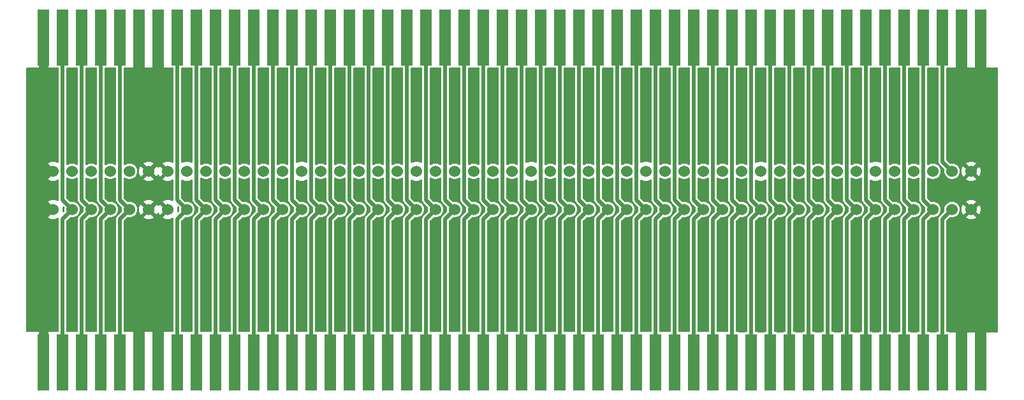
<source format=gbr>
%TF.GenerationSoftware,KiCad,Pcbnew,(6.0.0)*%
%TF.CreationDate,2022-04-24T20:10:25+02:00*%
%TF.ProjectId,ZorroDebug,5a6f7272-6f44-4656-9275-672e6b696361,rev?*%
%TF.SameCoordinates,Original*%
%TF.FileFunction,Copper,L1,Top*%
%TF.FilePolarity,Positive*%
%FSLAX46Y46*%
G04 Gerber Fmt 4.6, Leading zero omitted, Abs format (unit mm)*
G04 Created by KiCad (PCBNEW (6.0.0)) date 2022-04-24 20:10:25*
%MOMM*%
%LPD*%
G01*
G04 APERTURE LIST*
%TA.AperFunction,ConnectorPad*%
%ADD10R,1.524000X7.500000*%
%TD*%
%TA.AperFunction,ComponentPad*%
%ADD11C,1.524000*%
%TD*%
%TA.AperFunction,Conductor*%
%ADD12C,1.270000*%
%TD*%
%TA.AperFunction,Conductor*%
%ADD13C,1.524000*%
%TD*%
%TA.AperFunction,Conductor*%
%ADD14C,0.508000*%
%TD*%
G04 APERTURE END LIST*
D10*
%TO.P,CON2,2,GND*%
%TO.N,/GND*%
X248160000Y-75220000D03*
%TO.P,CON2,4,GND*%
X245620000Y-75220000D03*
%TO.P,CON2,6,+5*%
%TO.N,/+5*%
X243080000Y-75220000D03*
%TO.P,CON2,8,-5*%
%TO.N,/-5*%
X240540000Y-75220000D03*
%TO.P,CON2,10,+12*%
%TO.N,/+12*%
X238000000Y-75220000D03*
%TO.P,CON2,12,~{CFGIN}*%
%TO.N,/~{CFGIN}*%
X235460000Y-75220000D03*
%TO.P,CON2,14,~{C3}*%
%TO.N,/~{C3}*%
X232920000Y-75220000D03*
%TO.P,CON2,16,~{C1}*%
%TO.N,/~{C1}*%
X230380000Y-75220000D03*
%TO.P,CON2,18,XRDY*%
%TO.N,/XRDY*%
X227840000Y-75220000D03*
%TO.P,CON2,20,-12*%
%TO.N,/-12*%
X225300000Y-75220000D03*
%TO.P,CON2,22,~{INT6}*%
%TO.N,/~{INT6}*%
X222760000Y-75220000D03*
%TO.P,CON2,24,A4*%
%TO.N,/A4*%
X220220000Y-75220000D03*
%TO.P,CON2,26,A3*%
%TO.N,/A3*%
X217680000Y-75220000D03*
%TO.P,CON2,28,A7*%
%TO.N,/A7*%
X215140000Y-75220000D03*
%TO.P,CON2,30,A8*%
%TO.N,/A8*%
X212600000Y-75220000D03*
%TO.P,CON2,32,A9*%
%TO.N,/A9*%
X210060000Y-75220000D03*
%TO.P,CON2,34,A10*%
%TO.N,/A10*%
X207520000Y-75220000D03*
%TO.P,CON2,36,A11*%
%TO.N,/A11*%
X204980000Y-75220000D03*
%TO.P,CON2,38,A12*%
%TO.N,/A12*%
X202440000Y-75220000D03*
%TO.P,CON2,40,~{EINT7}*%
%TO.N,/~{EINT7}*%
X199900000Y-75220000D03*
%TO.P,CON2,42,~{EINT5}*%
%TO.N,/~{EINT5}*%
X197360000Y-75220000D03*
%TO.P,CON2,44,~{EINT4}*%
%TO.N,/~{EINT4}*%
X194820000Y-75220000D03*
%TO.P,CON2,46,~{BEER}*%
%TO.N,/~{BEER}*%
X192280000Y-75220000D03*
%TO.P,CON2,48,VPA*%
%TO.N,/VPA*%
X189740000Y-75220000D03*
%TO.P,CON2,50,E*%
%TO.N,/E*%
X187200000Y-75220000D03*
%TO.P,CON2,52,A18*%
%TO.N,/A18*%
X184660000Y-75220000D03*
%TO.P,CON2,54,A19*%
%TO.N,/A19*%
X182120000Y-75220000D03*
%TO.P,CON2,56,A20*%
%TO.N,/A20*%
X179580000Y-75220000D03*
%TO.P,CON2,58,A21*%
%TO.N,/A21*%
X177040000Y-75220000D03*
%TO.P,CON2,60,~{BR}*%
%TO.N,/~{BR}*%
X174500000Y-75220000D03*
%TO.P,CON2,62,~{BGACK}*%
%TO.N,/~{BGACK}*%
X171960000Y-75220000D03*
%TO.P,CON2,64,~{BG}*%
%TO.N,/~{BG}*%
X169420000Y-75220000D03*
%TO.P,CON2,66,~{DTACK}*%
%TO.N,/~{DTACK}*%
X166880000Y-75220000D03*
%TO.P,CON2,68,READ*%
%TO.N,/READ*%
X164340000Y-75220000D03*
%TO.P,CON2,70,~{LDS}*%
%TO.N,/~{LDS}*%
X161800000Y-75220000D03*
%TO.P,CON2,72,~{UDS}*%
%TO.N,/~{UDS}*%
X159260000Y-75220000D03*
%TO.P,CON2,74,~{AS}*%
%TO.N,/~{AS}*%
X156720000Y-75220000D03*
%TO.P,CON2,76,D10*%
%TO.N,/D10*%
X154180000Y-75220000D03*
%TO.P,CON2,78,D9*%
%TO.N,/D9*%
X151640000Y-75220000D03*
%TO.P,CON2,80,D8*%
%TO.N,/D8*%
X149100000Y-75220000D03*
%TO.P,CON2,82,D7*%
%TO.N,/D7*%
X146560000Y-75220000D03*
%TO.P,CON2,84,D6*%
%TO.N,/D6*%
X144020000Y-75220000D03*
%TO.P,CON2,86,D5*%
%TO.N,/D5*%
X141480000Y-75220000D03*
%TO.P,CON2,88,GND*%
%TO.N,/GND*%
X138940000Y-75220000D03*
%TO.P,CON2,90,GND*%
X136400000Y-75220000D03*
%TO.P,CON2,92,7Mhz*%
%TO.N,/7MHZ*%
X133860000Y-75220000D03*
%TO.P,CON2,94,~{BUSRST}*%
%TO.N,/~{BUSRST}*%
X131320000Y-75220000D03*
%TO.P,CON2,96,~{EINT1}*%
%TO.N,/~{EINT1}*%
X128780000Y-75220000D03*
%TO.P,CON2,98,NC*%
%TO.N,/~{DS1}*%
X126240000Y-75220000D03*
%TO.P,CON2,100,GND*%
%TO.N,/GND*%
X123700000Y-75220000D03*
%TD*%
%TO.P,CON1,2,GND*%
%TO.N,/GND*%
X248160007Y-118399992D03*
%TO.P,CON1,4,GND*%
X245620007Y-118399992D03*
%TO.P,CON1,6,+5*%
%TO.N,/+5*%
X243080007Y-118399992D03*
%TO.P,CON1,8,-5*%
%TO.N,/-5*%
X240540007Y-118399992D03*
%TO.P,CON1,10,+12*%
%TO.N,/+12*%
X238000007Y-118399992D03*
%TO.P,CON1,12,~{CFGIN}*%
%TO.N,/~{CFGIN}*%
X235460007Y-118399992D03*
%TO.P,CON1,14,~{C3}*%
%TO.N,/~{C3}*%
X232920007Y-118399992D03*
%TO.P,CON1,16,~{C1}*%
%TO.N,/~{C1}*%
X230380007Y-118399992D03*
%TO.P,CON1,18,XRDY*%
%TO.N,/XRDY*%
X227840007Y-118399992D03*
%TO.P,CON1,20,-12*%
%TO.N,/-12*%
X225300007Y-118399992D03*
%TO.P,CON1,22,~{INT6}*%
%TO.N,/~{INT6}*%
X222760007Y-118399992D03*
%TO.P,CON1,24,A4*%
%TO.N,/A4*%
X220220007Y-118399992D03*
%TO.P,CON1,26,A3*%
%TO.N,/A3*%
X217680007Y-118399992D03*
%TO.P,CON1,28,A7*%
%TO.N,/A7*%
X215140007Y-118399992D03*
%TO.P,CON1,30,A8*%
%TO.N,/A8*%
X212600007Y-118399992D03*
%TO.P,CON1,32,A9*%
%TO.N,/A9*%
X210060007Y-118399992D03*
%TO.P,CON1,34,A10*%
%TO.N,/A10*%
X207520007Y-118399992D03*
%TO.P,CON1,36,A11*%
%TO.N,/A11*%
X204980007Y-118399992D03*
%TO.P,CON1,38,A12*%
%TO.N,/A12*%
X202440007Y-118399992D03*
%TO.P,CON1,40,~{EINT7}*%
%TO.N,/~{EINT7}*%
X199900007Y-118399992D03*
%TO.P,CON1,42,~{EINT5}*%
%TO.N,/~{EINT5}*%
X197360007Y-118399992D03*
%TO.P,CON1,44,~{EINT4}*%
%TO.N,/~{EINT4}*%
X194820007Y-118399992D03*
%TO.P,CON1,46,~{BEER}*%
%TO.N,/~{BEER}*%
X192280007Y-118399992D03*
%TO.P,CON1,48,VPA*%
%TO.N,/VPA*%
X189740007Y-118399992D03*
%TO.P,CON1,50,E*%
%TO.N,/E*%
X187200007Y-118399992D03*
%TO.P,CON1,52,A18*%
%TO.N,/A18*%
X184660007Y-118399992D03*
%TO.P,CON1,54,A19*%
%TO.N,/A19*%
X182120007Y-118399992D03*
%TO.P,CON1,56,A20*%
%TO.N,/A20*%
X179580007Y-118399992D03*
%TO.P,CON1,58,A21*%
%TO.N,/A21*%
X177040007Y-118399992D03*
%TO.P,CON1,60,~{BR}*%
%TO.N,/~{BR}*%
X174500007Y-118399992D03*
%TO.P,CON1,62,~{BGACK}*%
%TO.N,/~{BGACK}*%
X171960007Y-118399992D03*
%TO.P,CON1,64,~{BG}*%
%TO.N,/~{BG}*%
X169420007Y-118399992D03*
%TO.P,CON1,66,~{DTACK}*%
%TO.N,/~{DTACK}*%
X166880007Y-118399992D03*
%TO.P,CON1,68,READ*%
%TO.N,/READ*%
X164340007Y-118399992D03*
%TO.P,CON1,70,~{LDS}*%
%TO.N,/~{LDS}*%
X161800007Y-118399992D03*
%TO.P,CON1,72,~{UDS}*%
%TO.N,/~{UDS}*%
X159260007Y-118399992D03*
%TO.P,CON1,74,~{AS}*%
%TO.N,/~{AS}*%
X156720007Y-118399992D03*
%TO.P,CON1,76,D10*%
%TO.N,/D10*%
X154180007Y-118399992D03*
%TO.P,CON1,78,D9*%
%TO.N,/D9*%
X151640007Y-118399992D03*
%TO.P,CON1,80,D8*%
%TO.N,/D8*%
X149100007Y-118399992D03*
%TO.P,CON1,82,D7*%
%TO.N,/D7*%
X146560007Y-118399992D03*
%TO.P,CON1,84,D6*%
%TO.N,/D6*%
X144020007Y-118399992D03*
%TO.P,CON1,86,D5*%
%TO.N,/D5*%
X141480007Y-118399992D03*
%TO.P,CON1,88,GND*%
%TO.N,/GND*%
X138940007Y-118399992D03*
%TO.P,CON1,90,GND*%
X136400007Y-118399992D03*
%TO.P,CON1,92,7Mhz*%
%TO.N,/7MHZ*%
X133860007Y-118399992D03*
%TO.P,CON1,94,~{BUSRST}*%
%TO.N,/~{BUSRST}*%
X131320007Y-118399992D03*
%TO.P,CON1,96,~{EINT1}*%
%TO.N,/~{EINT1}*%
X128780007Y-118399992D03*
%TO.P,CON1,98,NC*%
%TO.N,/~{DS1}*%
X126240007Y-118399992D03*
%TO.P,CON1,100,GND*%
%TO.N,/GND*%
X123700007Y-118399992D03*
%TD*%
D11*
%TO.P,CON3,3,GND*%
%TO.N,/GND*%
X246890000Y-93000000D03*
%TO.P,CON3,4,GND*%
X246890000Y-98080000D03*
%TO.P,CON3,5,+5*%
%TO.N,/+5*%
X244350000Y-93000000D03*
%TO.P,CON3,6,+5*%
X244350000Y-98080000D03*
%TO.P,CON3,7,~{OWN}*%
%TO.N,/~{OWN}*%
X241810000Y-93000000D03*
%TO.P,CON3,8,-5*%
%TO.N,/-5*%
X241810000Y-98080000D03*
%TO.P,CON3,9,~{SLAVE}*%
%TO.N,/~{SLAVE}*%
X239270000Y-93000000D03*
%TO.P,CON3,10,+12*%
%TO.N,/+12*%
X239270000Y-98080000D03*
%TO.P,CON3,11,~{CFGOUT}*%
%TO.N,/~{CFGOUT}*%
X236730000Y-93000000D03*
%TO.P,CON3,12,~{CFGIN}*%
%TO.N,/~{CFGIN}*%
X236730000Y-98080000D03*
%TO.P,CON3,13,GND*%
%TO.N,/GND*%
X234190000Y-93000000D03*
%TO.P,CON3,14,~{C3}*%
%TO.N,/~{C3}*%
X234190000Y-98080000D03*
%TO.P,CON3,15,CDAC*%
%TO.N,/CDAC*%
X231650000Y-93000000D03*
%TO.P,CON3,16,~{C1}*%
%TO.N,/~{C1}*%
X231650000Y-98080000D03*
%TO.P,CON3,17,~{OVR}*%
%TO.N,/~{OVR}*%
X229110000Y-93000000D03*
%TO.P,CON3,18,XRDY*%
%TO.N,/XRDY*%
X229110000Y-98080000D03*
%TO.P,CON3,19,~{INT2}*%
%TO.N,/~{INT2}*%
X226570000Y-93000000D03*
%TO.P,CON3,20,-12*%
%TO.N,/-12*%
X226570000Y-98080000D03*
%TO.P,CON3,21,A5*%
%TO.N,/A5*%
X224030000Y-93000000D03*
%TO.P,CON3,22,~{INT6}*%
%TO.N,/~{INT6}*%
X224030000Y-98080000D03*
%TO.P,CON3,23,A6*%
%TO.N,/A6*%
X221490000Y-93000000D03*
%TO.P,CON3,24,A4*%
%TO.N,/A4*%
X221490000Y-98080000D03*
%TO.P,CON3,25,GND*%
%TO.N,/GND*%
X218950000Y-93000000D03*
%TO.P,CON3,26,A3*%
%TO.N,/A3*%
X218950000Y-98080000D03*
%TO.P,CON3,27,A2*%
%TO.N,/A2*%
X216410000Y-93000000D03*
%TO.P,CON3,28,A7*%
%TO.N,/A7*%
X216410000Y-98080000D03*
%TO.P,CON3,29,A1*%
%TO.N,/A1*%
X213870000Y-93000000D03*
%TO.P,CON3,30,A8*%
%TO.N,/A8*%
X213870000Y-98080000D03*
%TO.P,CON3,31,FC0*%
%TO.N,/FC0*%
X211330000Y-93000000D03*
%TO.P,CON3,32,A9*%
%TO.N,/A9*%
X211330000Y-98080000D03*
%TO.P,CON3,33,FC1*%
%TO.N,/FC1*%
X208790000Y-93000000D03*
%TO.P,CON3,34,A10*%
%TO.N,/A10*%
X208790000Y-98080000D03*
%TO.P,CON3,35,FC2*%
%TO.N,/FC2*%
X206250000Y-93000000D03*
%TO.P,CON3,36,A11*%
%TO.N,/A11*%
X206250000Y-98080000D03*
%TO.P,CON3,37,GND*%
%TO.N,/GND*%
X203710000Y-93000000D03*
%TO.P,CON3,38,A12*%
%TO.N,/A12*%
X203710000Y-98080000D03*
%TO.P,CON3,39,A13*%
%TO.N,/A13*%
X201170000Y-93000000D03*
%TO.P,CON3,40,~{EINT7}*%
%TO.N,/~{EINT7}*%
X201170000Y-98080000D03*
%TO.P,CON3,41,A14*%
%TO.N,/A14*%
X198630000Y-93000000D03*
%TO.P,CON3,42,~{EINT5}*%
%TO.N,/~{EINT5}*%
X198630000Y-98080000D03*
%TO.P,CON3,43,A15*%
%TO.N,/A15*%
X196090000Y-93000000D03*
%TO.P,CON3,44,~{EINT4}*%
%TO.N,/~{EINT4}*%
X196090000Y-98080000D03*
%TO.P,CON3,45,A16*%
%TO.N,/A16*%
X193550000Y-93000000D03*
%TO.P,CON3,46,~{BEER}*%
%TO.N,/~{BEER}*%
X193550000Y-98080000D03*
%TO.P,CON3,47,A17*%
%TO.N,/A17*%
X191010000Y-93000000D03*
%TO.P,CON3,48,VPA*%
%TO.N,/VPA*%
X191010000Y-98080000D03*
%TO.P,CON3,49,GND*%
%TO.N,/GND*%
X188470000Y-93000000D03*
%TO.P,CON3,50,E*%
%TO.N,/E*%
X188470000Y-98080000D03*
%TO.P,CON3,51,VMA*%
%TO.N,/VMA*%
X185930000Y-93000000D03*
%TO.P,CON3,52,A18*%
%TO.N,/A18*%
X185930000Y-98080000D03*
%TO.P,CON3,53,~{RST}*%
%TO.N,/~{RST}*%
X183390000Y-93000000D03*
%TO.P,CON3,54,A19*%
%TO.N,/A19*%
X183390000Y-98080000D03*
%TO.P,CON3,55,~{HALT}*%
%TO.N,/~{HALT}*%
X180850000Y-93000000D03*
%TO.P,CON3,56,A20*%
%TO.N,/A20*%
X180850000Y-98080000D03*
%TO.P,CON3,57,A22*%
%TO.N,/A22*%
X178310000Y-93000000D03*
%TO.P,CON3,58,A21*%
%TO.N,/A21*%
X178310000Y-98080000D03*
%TO.P,CON3,59,A23*%
%TO.N,/A23*%
X175770000Y-93000000D03*
%TO.P,CON3,60,~{BR}*%
%TO.N,/~{BR}*%
X175770000Y-98080000D03*
%TO.P,CON3,61,GND*%
%TO.N,/GND*%
X173230000Y-93000000D03*
%TO.P,CON3,62,~{BGACK}*%
%TO.N,/~{BGACK}*%
X173230000Y-98080000D03*
%TO.P,CON3,63,D15*%
%TO.N,/D15*%
X170690000Y-93000000D03*
%TO.P,CON3,64,~{BG}*%
%TO.N,/~{BG}*%
X170690000Y-98080000D03*
%TO.P,CON3,65,D14*%
%TO.N,/D14*%
X168150000Y-93000000D03*
%TO.P,CON3,66,~{DTACK}*%
%TO.N,/~{DTACK}*%
X168150000Y-98080000D03*
%TO.P,CON3,67,D13*%
%TO.N,/D13*%
X165610000Y-93000000D03*
%TO.P,CON3,68,READ*%
%TO.N,/READ*%
X165610000Y-98080000D03*
%TO.P,CON3,69,D12*%
%TO.N,/D12*%
X163070000Y-93000000D03*
%TO.P,CON3,70,~{LDS}*%
%TO.N,/~{LDS}*%
X163070000Y-98080000D03*
%TO.P,CON3,71,D11*%
%TO.N,/D11*%
X160530000Y-93000000D03*
%TO.P,CON3,72,~{UDS}*%
%TO.N,/~{UDS}*%
X160530000Y-98080000D03*
%TO.P,CON3,73,GND*%
%TO.N,/GND*%
X157990000Y-93000000D03*
%TO.P,CON3,74,~{AS}*%
%TO.N,/~{AS}*%
X157990000Y-98080000D03*
%TO.P,CON3,75,D0*%
%TO.N,/D0*%
X155450000Y-93000000D03*
%TO.P,CON3,76,D10*%
%TO.N,/D10*%
X155450000Y-98080000D03*
%TO.P,CON3,77,D1*%
%TO.N,/D1*%
X152910000Y-93000000D03*
%TO.P,CON3,78,D9*%
%TO.N,/D9*%
X152910000Y-98080000D03*
%TO.P,CON3,79,D2*%
%TO.N,/D2*%
X150370000Y-93000000D03*
%TO.P,CON3,80,D8*%
%TO.N,/D8*%
X150370000Y-98080000D03*
%TO.P,CON3,81,D3*%
%TO.N,/D3*%
X147830000Y-93000000D03*
%TO.P,CON3,82,D7*%
%TO.N,/D7*%
X147830000Y-98080000D03*
%TO.P,CON3,83,D4*%
%TO.N,/D4*%
X145290000Y-93000000D03*
%TO.P,CON3,84,D6*%
%TO.N,/D6*%
X145290000Y-98080000D03*
%TO.P,CON3,85,GND*%
%TO.N,/GND*%
X142750000Y-93000000D03*
%TO.P,CON3,86,D5*%
%TO.N,/D5*%
X142750000Y-98080000D03*
%TO.P,CON3,87,GND*%
%TO.N,/GND*%
X140210000Y-93000000D03*
%TO.P,CON3,88,GND*%
X140210000Y-98080000D03*
%TO.P,CON3,89,GND*%
X137670000Y-93000000D03*
%TO.P,CON3,90,GND*%
X137670000Y-98080000D03*
%TO.P,CON3,91,GND*%
%TO.N,/SENSEZ3*%
X135130000Y-93000000D03*
%TO.P,CON3,92,7Mhz*%
%TO.N,/7MHZ*%
X135130000Y-98080000D03*
%TO.P,CON3,93,DOE*%
%TO.N,/D0E*%
X132590000Y-93000000D03*
%TO.P,CON3,94,~{BUSRST}*%
%TO.N,/~{BUSRST}*%
X132590000Y-98080000D03*
%TO.P,CON3,95,~{GBG}*%
%TO.N,/~{GBG}*%
X130050000Y-93000000D03*
%TO.P,CON3,96,~{EINT1}*%
%TO.N,/~{EINT1}*%
X130050000Y-98080000D03*
%TO.P,CON3,97,NC*%
%TO.N,/~{FCS}*%
X127510000Y-93000000D03*
%TO.P,CON3,98,NC*%
%TO.N,/~{DS1}*%
X127510000Y-98080000D03*
%TO.P,CON3,99,GND*%
%TO.N,/GND*%
X124970000Y-93000000D03*
%TO.P,CON3,100,GND*%
X124970000Y-98080000D03*
%TD*%
D12*
%TO.N,/GND*%
X123700007Y-75219992D02*
X123700007Y-118399992D01*
D13*
X248160000Y-112470000D02*
X248160000Y-118400000D01*
X245620000Y-112500000D02*
X245650000Y-112470000D01*
X138940000Y-111760000D02*
X138940000Y-118400000D01*
X245620000Y-82190000D02*
X245650000Y-82220000D01*
X245650000Y-82220000D02*
X248150000Y-82220000D01*
X136400000Y-118400000D02*
X136400000Y-111720000D01*
X245620000Y-75220000D02*
X245620000Y-82190000D01*
X136400007Y-75219992D02*
X136400007Y-81220005D01*
X138900000Y-111720000D02*
X138940000Y-111760000D01*
X245620000Y-118400000D02*
X245620000Y-112500000D01*
X248160000Y-82210000D02*
X248160000Y-75220000D01*
X248150000Y-82220000D02*
X248160000Y-82210000D01*
X136400000Y-111720000D02*
X138900000Y-111720000D01*
X138940007Y-75219992D02*
X138940007Y-81220000D01*
X245650000Y-112470000D02*
X248160000Y-112470000D01*
D14*
%TO.N,/+5*%
X243080000Y-75220000D02*
X243080000Y-91730000D01*
X243080000Y-99350000D02*
X243080000Y-118400000D01*
X244350000Y-98080000D02*
X243080000Y-99350000D01*
X243080000Y-91730000D02*
X244350000Y-93000000D01*
%TO.N,/-5*%
X241810000Y-98080000D02*
X240540000Y-96810000D01*
X240540000Y-118400000D02*
X240540000Y-99350000D01*
X240540000Y-99350000D02*
X241810000Y-98080000D01*
X240540000Y-96810000D02*
X240540000Y-75220000D01*
%TO.N,/+12*%
X238000000Y-99350000D02*
X238000000Y-118400000D01*
X238000000Y-96810000D02*
X239270000Y-98080000D01*
X239270000Y-98080000D02*
X238000000Y-99350000D01*
X238000000Y-75220000D02*
X238000000Y-96810000D01*
%TO.N,/~{CFGIN}*%
X235460000Y-96810000D02*
X235460000Y-75220000D01*
X235460000Y-99350000D02*
X236730000Y-98080000D01*
X236730000Y-98080000D02*
X235460000Y-96810000D01*
X235460000Y-118400000D02*
X235460000Y-99350000D01*
%TO.N,/~{C3}*%
X232920000Y-75220000D02*
X232920000Y-96810000D01*
X234190000Y-98080000D02*
X232920000Y-99350000D01*
X232920000Y-96810000D02*
X234190000Y-98080000D01*
X232920000Y-99350000D02*
X232920000Y-118400000D01*
%TO.N,/~{C1}*%
X231650000Y-98080000D02*
X230380000Y-96810000D01*
X230380000Y-99350000D02*
X231650000Y-98080000D01*
X230380000Y-118400000D02*
X230380000Y-99350000D01*
X230380000Y-96810000D02*
X230380000Y-75220000D01*
%TO.N,/XRDY*%
X227840000Y-99350000D02*
X227840000Y-118400000D01*
X227840000Y-75220000D02*
X227840000Y-96810000D01*
X229110000Y-98080000D02*
X227840000Y-99350000D01*
X227840000Y-96810000D02*
X229110000Y-98080000D01*
%TO.N,/-12*%
X225300000Y-99350000D02*
X226570000Y-98080000D01*
X226570000Y-98080000D02*
X225300000Y-96810000D01*
X225300000Y-96810000D02*
X225300000Y-75220000D01*
X225300000Y-118400000D02*
X225300000Y-99350000D01*
%TO.N,/~{INT6}*%
X222760000Y-75220000D02*
X222760000Y-96810000D01*
X222760000Y-96810000D02*
X224030000Y-98080000D01*
X224030000Y-98080000D02*
X222760000Y-99350000D01*
X222760000Y-99350000D02*
X222760000Y-118400000D01*
%TO.N,/A4*%
X220220000Y-96810000D02*
X220220000Y-75220000D01*
X220220000Y-99350000D02*
X220220000Y-118400000D01*
X221490000Y-98080000D02*
X220220000Y-96810000D01*
X221490000Y-98080000D02*
X220220000Y-99350000D01*
%TO.N,/A3*%
X217680000Y-75220000D02*
X217680000Y-96810000D01*
X217680000Y-96810000D02*
X218950000Y-98080000D01*
X218950000Y-98080000D02*
X217680000Y-99350000D01*
X217680000Y-99350000D02*
X217680000Y-118400000D01*
%TO.N,/A7*%
X215140000Y-99350000D02*
X216410000Y-98080000D01*
X215140000Y-118400000D02*
X215140000Y-99350000D01*
X215140000Y-96810000D02*
X215140000Y-75220000D01*
X216410000Y-98080000D02*
X215140000Y-96810000D01*
%TO.N,/A8*%
X212600000Y-96810000D02*
X213870000Y-98080000D01*
X212600000Y-75220000D02*
X212600000Y-96810000D01*
X213870000Y-98080000D02*
X212600000Y-99350000D01*
X212600000Y-99350000D02*
X212600000Y-118400000D01*
%TO.N,/A9*%
X210060000Y-99350000D02*
X211330000Y-98080000D01*
X211330000Y-98080000D02*
X210060000Y-96810000D01*
X210060000Y-96810000D02*
X210060000Y-75220000D01*
X210060000Y-118400000D02*
X210060000Y-99350000D01*
%TO.N,/A10*%
X207520000Y-99350000D02*
X207520000Y-118400000D01*
X207520000Y-96810000D02*
X208790000Y-98080000D01*
X208790000Y-98080000D02*
X207520000Y-99350000D01*
X207520000Y-75220000D02*
X207520000Y-96810000D01*
%TO.N,/A11*%
X204980000Y-96810000D02*
X204980000Y-75220000D01*
X206250000Y-98080000D02*
X204980000Y-96810000D01*
X204980000Y-118400000D02*
X204980000Y-99350000D01*
X204980000Y-99350000D02*
X206250000Y-98080000D01*
%TO.N,/A12*%
X202440000Y-96810000D02*
X203710000Y-98080000D01*
X202440000Y-99350000D02*
X202440000Y-118400000D01*
X203710000Y-98080000D02*
X202440000Y-99350000D01*
X202440000Y-75220000D02*
X202440000Y-96810000D01*
%TO.N,/~{EINT7}*%
X199900000Y-99350000D02*
X201170000Y-98080000D01*
X199900000Y-118400000D02*
X199900000Y-99350000D01*
X201170000Y-98080000D02*
X199900000Y-96810000D01*
X199900000Y-96810000D02*
X199900000Y-75220000D01*
%TO.N,/~{EINT5}*%
X197360000Y-75220000D02*
X197360000Y-96810000D01*
X197360000Y-99350000D02*
X197360000Y-118400000D01*
X197360000Y-96810000D02*
X198630000Y-98080000D01*
X198630000Y-98080000D02*
X197360000Y-99350000D01*
%TO.N,/~{EINT4}*%
X194820000Y-96810000D02*
X194820000Y-75220000D01*
X194820000Y-99350000D02*
X196090000Y-98080000D01*
X196090000Y-98080000D02*
X194820000Y-96810000D01*
X194820000Y-118400000D02*
X194820000Y-99350000D01*
%TO.N,/~{BEER}*%
X192280000Y-99350000D02*
X192280000Y-118400000D01*
X193550000Y-98080000D02*
X192280000Y-99350000D01*
X192280000Y-75220000D02*
X192280000Y-96810000D01*
X192280000Y-96810000D02*
X193550000Y-98080000D01*
%TO.N,/VPA*%
X191010000Y-98080000D02*
X189740000Y-96810000D01*
X189740000Y-118400000D02*
X189740000Y-99350000D01*
X189740000Y-96810000D02*
X189740000Y-75220000D01*
X189740000Y-99350000D02*
X191010000Y-98080000D01*
%TO.N,/E*%
X187200000Y-99350000D02*
X187200000Y-118400000D01*
X188470000Y-98080000D02*
X187200000Y-99350000D01*
X187200000Y-75220000D02*
X187200000Y-96810000D01*
X187200000Y-96810000D02*
X188470000Y-98080000D01*
%TO.N,/A18*%
X184660000Y-118400000D02*
X184660000Y-99350000D01*
X184660000Y-96810000D02*
X184660000Y-75220000D01*
X184660000Y-99350000D02*
X185930000Y-98080000D01*
X185930000Y-98080000D02*
X184660000Y-96810000D01*
%TO.N,/A19*%
X182120000Y-96810000D02*
X183390000Y-98080000D01*
X182120000Y-99350000D02*
X182120000Y-118400000D01*
X183390000Y-98080000D02*
X182120000Y-99350000D01*
X182120000Y-75220000D02*
X182120000Y-96810000D01*
%TO.N,/A20*%
X179580000Y-99350000D02*
X179580000Y-118400000D01*
X180850000Y-98080000D02*
X179580000Y-99350000D01*
X179580000Y-96810000D02*
X179580000Y-75220000D01*
X180850000Y-98080000D02*
X179580000Y-96810000D01*
%TO.N,/A21*%
X177040000Y-118400000D02*
X177040000Y-99350000D01*
X178310000Y-98080000D02*
X177040000Y-96810000D01*
X177040000Y-96810000D02*
X177040000Y-75220000D01*
X177040000Y-99350000D02*
X178310000Y-98080000D01*
%TO.N,/~{BR}*%
X175770000Y-98080000D02*
X174500000Y-96810000D01*
X174500000Y-118400000D02*
X174500000Y-99350000D01*
X174500000Y-99350000D02*
X175770000Y-98080000D01*
X174500000Y-96810000D02*
X174500000Y-75220000D01*
%TO.N,/~{BGACK}*%
X171960000Y-99350000D02*
X171960000Y-118400000D01*
X173230000Y-98080000D02*
X171960000Y-99350000D01*
X171960000Y-75220000D02*
X171960000Y-96810000D01*
X171960000Y-96810000D02*
X173230000Y-98080000D01*
%TO.N,/~{BG}*%
X169420000Y-96810000D02*
X169420000Y-75220000D01*
X169420000Y-99350000D02*
X170690000Y-98080000D01*
X169420000Y-118400000D02*
X169420000Y-99350000D01*
X170690000Y-98080000D02*
X169420000Y-96810000D01*
%TO.N,/~{DTACK}*%
X168150000Y-98080000D02*
X166880000Y-99350000D01*
X166880000Y-75220000D02*
X166880000Y-96810000D01*
X166880000Y-96810000D02*
X168150000Y-98080000D01*
X166880000Y-99350000D02*
X166880000Y-118400000D01*
%TO.N,/READ*%
X165610000Y-98080000D02*
X164340000Y-96810000D01*
X164340000Y-99350000D02*
X165610000Y-98080000D01*
X164340000Y-118400000D02*
X164340000Y-99350000D01*
X164340000Y-96810000D02*
X164340000Y-75220000D01*
%TO.N,/~{LDS}*%
X161800000Y-75220000D02*
X161800000Y-96810000D01*
X163070000Y-98080000D02*
X161800000Y-99350000D01*
X161800000Y-96810000D02*
X163070000Y-98080000D01*
X161800000Y-99350000D02*
X161800000Y-118400000D01*
%TO.N,/~{UDS}*%
X159260000Y-99350000D02*
X160530000Y-98080000D01*
X159260000Y-96810000D02*
X159260000Y-75220000D01*
X160530000Y-98080000D02*
X159260000Y-96810000D01*
X159260000Y-118400000D02*
X159260000Y-99350000D01*
%TO.N,/~{AS}*%
X156720000Y-96810000D02*
X157990000Y-98080000D01*
X156720000Y-75220000D02*
X156720000Y-96810000D01*
X156720000Y-99350000D02*
X156720000Y-118400000D01*
X157990000Y-98080000D02*
X156720000Y-99350000D01*
%TO.N,/D10*%
X155450000Y-98080000D02*
X154180000Y-96810000D01*
X154180000Y-118400000D02*
X154180000Y-99350000D01*
X154180000Y-96810000D02*
X154180000Y-75220000D01*
X154180000Y-99350000D02*
X155450000Y-98080000D01*
%TO.N,/D9*%
X152910000Y-98080000D02*
X151640000Y-99350000D01*
X151640000Y-75220000D02*
X151640000Y-96810000D01*
X151640000Y-99350000D02*
X151640000Y-118400000D01*
X151640000Y-96810000D02*
X152910000Y-98080000D01*
%TO.N,/D8*%
X149100000Y-118400000D02*
X149100000Y-99350000D01*
X149100000Y-99350000D02*
X150370000Y-98080000D01*
X149100000Y-96810000D02*
X149100000Y-75220000D01*
X150370000Y-98080000D02*
X149100000Y-96810000D01*
%TO.N,/D7*%
X146560000Y-99350000D02*
X146560000Y-118400000D01*
X147830000Y-98080000D02*
X146560000Y-99350000D01*
X146560000Y-96810000D02*
X147830000Y-98080000D01*
X146560000Y-75220000D02*
X146560000Y-96810000D01*
%TO.N,/D6*%
X144020000Y-118400000D02*
X144020000Y-99350000D01*
X144020000Y-96810000D02*
X144020000Y-75220000D01*
X145290000Y-98080000D02*
X144020000Y-96810000D01*
X144020000Y-99350000D02*
X145290000Y-98080000D01*
%TO.N,/D5*%
X141480000Y-96810000D02*
X142750000Y-98080000D01*
X141480000Y-75220000D02*
X141480000Y-96810000D01*
X141480000Y-99350000D02*
X141480000Y-118400000D01*
X142750000Y-98080000D02*
X141480000Y-99350000D01*
%TO.N,/7MHZ*%
X133860000Y-96810000D02*
X133860000Y-75220000D01*
X135130000Y-98080000D02*
X133860000Y-96810000D01*
X133860000Y-118400000D02*
X133860000Y-99350000D01*
X133860000Y-99350000D02*
X135130000Y-98080000D01*
%TO.N,/~{BUSRST}*%
X131320000Y-96810000D02*
X132590000Y-98080000D01*
X131320000Y-75220000D02*
X131320000Y-96810000D01*
X131320000Y-99350000D02*
X131320000Y-118400000D01*
X132590000Y-98080000D02*
X131320000Y-99350000D01*
%TO.N,/~{EINT1}*%
X128780000Y-118400000D02*
X128780000Y-99350000D01*
X130050000Y-98080000D02*
X128780000Y-96810000D01*
X128780000Y-99350000D02*
X130050000Y-98080000D01*
X128780000Y-96810000D02*
X128780000Y-75220000D01*
%TO.N,/~{DS1}*%
X126240007Y-99349993D02*
X126240007Y-118399992D01*
X127510000Y-98080000D02*
X126240007Y-99349993D01*
X126240000Y-75220000D02*
X126240000Y-96810000D01*
X126240000Y-96810000D02*
X127510000Y-98080000D01*
%TD*%
%TA.AperFunction,Conductor*%
%TO.N,/GND*%
G36*
X242282481Y-79222421D02*
G01*
X242292933Y-79224500D01*
X242445500Y-79224500D01*
X242513621Y-79244502D01*
X242560114Y-79298158D01*
X242571500Y-79350500D01*
X242571500Y-91658928D01*
X242570145Y-91671058D01*
X242570627Y-91671097D01*
X242569907Y-91680044D01*
X242567926Y-91688800D01*
X242568482Y-91697760D01*
X242571258Y-91742508D01*
X242571500Y-91750310D01*
X242571500Y-91766513D01*
X242572136Y-91770953D01*
X242572984Y-91776878D01*
X242574013Y-91786928D01*
X242576322Y-91824144D01*
X242576945Y-91834177D01*
X242579994Y-91842623D01*
X242580593Y-91845514D01*
X242584822Y-91862480D01*
X242585648Y-91865305D01*
X242586920Y-91874187D01*
X242606522Y-91917298D01*
X242610327Y-91926647D01*
X242626404Y-91971181D01*
X242631699Y-91978429D01*
X242633080Y-91981027D01*
X242641915Y-91996145D01*
X242643494Y-91998614D01*
X242647208Y-92006782D01*
X242653064Y-92013578D01*
X242678115Y-92042652D01*
X242684401Y-92050569D01*
X242689548Y-92057615D01*
X242689553Y-92057620D01*
X242692425Y-92061552D01*
X242703400Y-92072527D01*
X242709758Y-92079374D01*
X242742287Y-92117127D01*
X242749822Y-92122011D01*
X242756066Y-92127458D01*
X242767931Y-92137058D01*
X243314885Y-92684012D01*
X243348911Y-92746324D01*
X243348995Y-92787421D01*
X243350902Y-92787635D01*
X243328682Y-92985739D01*
X243345362Y-93184386D01*
X243400310Y-93376009D01*
X243491430Y-93553311D01*
X243615253Y-93709537D01*
X243767063Y-93838737D01*
X243772441Y-93841743D01*
X243772443Y-93841744D01*
X243814397Y-93865191D01*
X243941076Y-93935989D01*
X243946935Y-93937893D01*
X243946938Y-93937894D01*
X243982701Y-93949514D01*
X244130665Y-93997591D01*
X244136775Y-93998320D01*
X244136777Y-93998320D01*
X244204314Y-94006373D01*
X244328609Y-94021194D01*
X244334744Y-94020722D01*
X244334746Y-94020722D01*
X244521226Y-94006373D01*
X244521231Y-94006372D01*
X244527367Y-94005900D01*
X244533297Y-94004244D01*
X244533299Y-94004244D01*
X244623368Y-93979096D01*
X244719370Y-93952292D01*
X244724870Y-93949514D01*
X244891802Y-93865191D01*
X244891804Y-93865190D01*
X244897303Y-93862412D01*
X245054390Y-93739682D01*
X245076962Y-93713532D01*
X245180618Y-93593446D01*
X245180619Y-93593444D01*
X245184647Y-93588778D01*
X245283112Y-93415448D01*
X245346035Y-93226294D01*
X245354042Y-93162914D01*
X245368963Y-93044805D01*
X245386009Y-93005720D01*
X245385524Y-93004797D01*
X245601296Y-93004797D01*
X245618361Y-93040531D01*
X245619490Y-93049615D01*
X245634038Y-93215896D01*
X245635941Y-93226691D01*
X245690609Y-93430715D01*
X245694355Y-93441007D01*
X245783623Y-93632441D01*
X245789103Y-93641932D01*
X245819794Y-93685765D01*
X245830271Y-93694140D01*
X245843718Y-93687072D01*
X246517978Y-93012812D01*
X246524356Y-93001132D01*
X247254408Y-93001132D01*
X247254539Y-93002965D01*
X247258790Y-93009580D01*
X247937003Y-93687793D01*
X247948777Y-93694223D01*
X247960793Y-93684926D01*
X247990897Y-93641932D01*
X247996377Y-93632441D01*
X248085645Y-93441007D01*
X248089391Y-93430715D01*
X248144059Y-93226691D01*
X248145962Y-93215896D01*
X248164372Y-93005475D01*
X248164372Y-92994525D01*
X248145962Y-92784104D01*
X248144059Y-92773309D01*
X248089391Y-92569285D01*
X248085645Y-92558993D01*
X247996377Y-92367559D01*
X247990897Y-92358068D01*
X247960206Y-92314235D01*
X247949729Y-92305860D01*
X247936282Y-92312928D01*
X247262022Y-92987188D01*
X247254408Y-93001132D01*
X246524356Y-93001132D01*
X246525592Y-92998868D01*
X246525461Y-92997035D01*
X246521210Y-92990420D01*
X245842997Y-92312207D01*
X245831223Y-92305777D01*
X245819207Y-92315074D01*
X245789103Y-92358068D01*
X245783623Y-92367559D01*
X245694355Y-92558993D01*
X245690609Y-92569285D01*
X245635941Y-92773309D01*
X245634037Y-92784105D01*
X245618600Y-92960559D01*
X245601296Y-93004797D01*
X245385524Y-93004797D01*
X245369549Y-92974405D01*
X245367680Y-92961874D01*
X245352566Y-92807740D01*
X245351965Y-92801606D01*
X245350184Y-92795707D01*
X245350183Y-92795702D01*
X245296129Y-92616667D01*
X245294348Y-92610768D01*
X245200761Y-92434756D01*
X245196871Y-92429986D01*
X245196868Y-92429982D01*
X245078663Y-92285049D01*
X245078660Y-92285046D01*
X245074768Y-92280274D01*
X244921170Y-92153206D01*
X244745815Y-92058392D01*
X244555385Y-91999444D01*
X244549260Y-91998800D01*
X244549259Y-91998800D01*
X244363260Y-91979251D01*
X244363258Y-91979251D01*
X244357131Y-91978607D01*
X244158605Y-91996674D01*
X244152686Y-91998416D01*
X244146716Y-91999555D01*
X244076053Y-91992673D01*
X244034009Y-91964882D01*
X244009398Y-91940271D01*
X246195860Y-91940271D01*
X246202928Y-91953718D01*
X246877188Y-92627978D01*
X246891132Y-92635592D01*
X246892965Y-92635461D01*
X246899580Y-92631210D01*
X247577793Y-91952997D01*
X247584223Y-91941223D01*
X247574926Y-91929207D01*
X247531931Y-91899102D01*
X247522445Y-91893624D01*
X247331007Y-91804355D01*
X247320715Y-91800609D01*
X247116691Y-91745941D01*
X247105896Y-91744038D01*
X246895475Y-91725628D01*
X246884525Y-91725628D01*
X246674104Y-91744038D01*
X246663309Y-91745941D01*
X246459285Y-91800609D01*
X246448993Y-91804355D01*
X246257559Y-91893623D01*
X246248068Y-91899103D01*
X246204235Y-91929794D01*
X246195860Y-91940271D01*
X244009398Y-91940271D01*
X243625405Y-91556278D01*
X243591379Y-91493966D01*
X243588500Y-91467183D01*
X243588500Y-79350499D01*
X243608502Y-79282378D01*
X243662158Y-79235885D01*
X243714500Y-79224499D01*
X243867066Y-79224499D01*
X243877513Y-79222421D01*
X243902093Y-79220000D01*
X250320000Y-79220000D01*
X250388121Y-79240002D01*
X250434614Y-79293658D01*
X250446000Y-79346000D01*
X250446000Y-114293029D01*
X250425998Y-114361150D01*
X250372342Y-114407643D01*
X250319933Y-114419029D01*
X248761379Y-114418203D01*
X243973025Y-114415664D01*
X243941483Y-114409379D01*
X243941308Y-114410258D01*
X243873429Y-114396756D01*
X243867074Y-114395492D01*
X243714500Y-114395492D01*
X243646379Y-114375490D01*
X243599886Y-114321834D01*
X243588500Y-114269492D01*
X243588500Y-99612817D01*
X243608502Y-99544696D01*
X243625405Y-99523722D01*
X244010350Y-99138777D01*
X246195777Y-99138777D01*
X246205074Y-99150793D01*
X246248069Y-99180898D01*
X246257555Y-99186376D01*
X246448993Y-99275645D01*
X246459285Y-99279391D01*
X246663309Y-99334059D01*
X246674104Y-99335962D01*
X246884525Y-99354372D01*
X246895475Y-99354372D01*
X247105896Y-99335962D01*
X247116691Y-99334059D01*
X247320715Y-99279391D01*
X247331007Y-99275645D01*
X247522445Y-99186376D01*
X247531931Y-99180898D01*
X247575764Y-99150207D01*
X247584139Y-99139729D01*
X247577071Y-99126281D01*
X246902812Y-98452022D01*
X246888868Y-98444408D01*
X246887035Y-98444539D01*
X246880420Y-98448790D01*
X246202207Y-99127003D01*
X246195777Y-99138777D01*
X244010350Y-99138777D01*
X244034572Y-99114555D01*
X244096884Y-99080529D01*
X244138585Y-99078536D01*
X244301024Y-99097905D01*
X244328609Y-99101194D01*
X244334744Y-99100722D01*
X244334746Y-99100722D01*
X244521226Y-99086373D01*
X244521231Y-99086372D01*
X244527367Y-99085900D01*
X244533297Y-99084244D01*
X244533299Y-99084244D01*
X244623369Y-99059096D01*
X244719370Y-99032292D01*
X244724870Y-99029514D01*
X244891802Y-98945191D01*
X244891804Y-98945190D01*
X244897303Y-98942412D01*
X245054390Y-98819682D01*
X245093701Y-98774140D01*
X245180618Y-98673446D01*
X245180619Y-98673444D01*
X245184647Y-98668778D01*
X245283112Y-98495448D01*
X245346035Y-98306294D01*
X245354042Y-98242914D01*
X245368963Y-98124805D01*
X245386009Y-98085720D01*
X245385524Y-98084797D01*
X245601296Y-98084797D01*
X245618361Y-98120531D01*
X245619490Y-98129615D01*
X245634038Y-98295896D01*
X245635941Y-98306691D01*
X245690609Y-98510715D01*
X245694355Y-98521007D01*
X245783623Y-98712441D01*
X245789103Y-98721932D01*
X245819794Y-98765765D01*
X245830271Y-98774140D01*
X245843718Y-98767072D01*
X246517978Y-98092812D01*
X246524356Y-98081132D01*
X247254408Y-98081132D01*
X247254539Y-98082965D01*
X247258790Y-98089580D01*
X247937003Y-98767793D01*
X247948777Y-98774223D01*
X247960793Y-98764926D01*
X247990897Y-98721932D01*
X247996377Y-98712441D01*
X248085645Y-98521007D01*
X248089391Y-98510715D01*
X248144059Y-98306691D01*
X248145962Y-98295896D01*
X248164372Y-98085475D01*
X248164372Y-98074525D01*
X248145962Y-97864104D01*
X248144059Y-97853309D01*
X248089391Y-97649285D01*
X248085645Y-97638993D01*
X247996377Y-97447559D01*
X247990897Y-97438068D01*
X247960206Y-97394235D01*
X247949729Y-97385860D01*
X247936282Y-97392928D01*
X247262022Y-98067188D01*
X247254408Y-98081132D01*
X246524356Y-98081132D01*
X246525592Y-98078868D01*
X246525461Y-98077035D01*
X246521210Y-98070420D01*
X245842997Y-97392207D01*
X245831223Y-97385777D01*
X245819207Y-97395074D01*
X245789103Y-97438068D01*
X245783623Y-97447559D01*
X245694355Y-97638993D01*
X245690609Y-97649285D01*
X245635941Y-97853309D01*
X245634037Y-97864105D01*
X245618600Y-98040559D01*
X245601296Y-98084797D01*
X245385524Y-98084797D01*
X245369549Y-98054405D01*
X245367680Y-98041874D01*
X245352566Y-97887740D01*
X245351965Y-97881606D01*
X245350184Y-97875707D01*
X245350183Y-97875702D01*
X245296129Y-97696667D01*
X245294348Y-97690768D01*
X245200761Y-97514756D01*
X245196871Y-97509986D01*
X245196868Y-97509982D01*
X245078663Y-97365049D01*
X245078660Y-97365046D01*
X245074768Y-97360274D01*
X244921170Y-97233206D01*
X244745815Y-97138392D01*
X244555385Y-97079444D01*
X244549260Y-97078800D01*
X244549259Y-97078800D01*
X244363260Y-97059251D01*
X244363258Y-97059251D01*
X244357131Y-97058607D01*
X244254830Y-97067917D01*
X244164746Y-97076115D01*
X244164745Y-97076115D01*
X244158605Y-97076674D01*
X244152691Y-97078415D01*
X244152689Y-97078415D01*
X244022539Y-97116721D01*
X243967370Y-97132958D01*
X243790709Y-97225314D01*
X243785909Y-97229174D01*
X243785908Y-97229174D01*
X243780893Y-97233206D01*
X243635351Y-97350225D01*
X243507214Y-97502933D01*
X243411179Y-97677621D01*
X243409318Y-97683488D01*
X243409317Y-97683490D01*
X243401549Y-97707978D01*
X243350902Y-97867635D01*
X243328682Y-98065739D01*
X243330174Y-98083505D01*
X243337361Y-98169095D01*
X243345362Y-98264386D01*
X243347060Y-98270308D01*
X243347061Y-98270313D01*
X243347441Y-98271638D01*
X243347436Y-98272357D01*
X243348173Y-98276371D01*
X243347410Y-98276511D01*
X243346986Y-98342633D01*
X243315416Y-98395456D01*
X242770694Y-98940179D01*
X242761156Y-98947800D01*
X242761470Y-98948168D01*
X242754634Y-98953986D01*
X242747042Y-98958776D01*
X242741100Y-98965504D01*
X242711407Y-98999125D01*
X242706061Y-99004812D01*
X242694618Y-99016255D01*
X242688978Y-99023780D01*
X242688341Y-99024630D01*
X242681967Y-99032459D01*
X242650622Y-99067951D01*
X242646808Y-99076074D01*
X242645174Y-99078562D01*
X242636186Y-99093523D01*
X242634771Y-99096108D01*
X242629384Y-99103295D01*
X242612759Y-99147642D01*
X242608833Y-99156958D01*
X242588719Y-99199800D01*
X242587338Y-99208669D01*
X242586472Y-99211502D01*
X242582042Y-99228389D01*
X242581408Y-99231274D01*
X242578255Y-99239684D01*
X242577590Y-99248639D01*
X242574746Y-99286906D01*
X242573592Y-99296952D01*
X242571500Y-99310386D01*
X242571500Y-99325906D01*
X242571154Y-99335243D01*
X242567461Y-99384941D01*
X242569335Y-99393720D01*
X242569898Y-99401978D01*
X242571500Y-99417161D01*
X242571500Y-114269493D01*
X242551498Y-114337614D01*
X242497842Y-114384107D01*
X242445500Y-114395493D01*
X242292941Y-114395493D01*
X242218706Y-114410258D01*
X242218435Y-114408898D01*
X242189139Y-114414718D01*
X241429770Y-114414315D01*
X241401617Y-114408706D01*
X241401308Y-114410258D01*
X241333429Y-114396756D01*
X241327074Y-114395492D01*
X241174500Y-114395492D01*
X241106379Y-114375490D01*
X241059886Y-114321834D01*
X241048500Y-114269492D01*
X241048500Y-99612817D01*
X241068502Y-99544696D01*
X241085405Y-99523722D01*
X241494572Y-99114555D01*
X241556884Y-99080529D01*
X241598585Y-99078536D01*
X241761024Y-99097905D01*
X241788609Y-99101194D01*
X241794744Y-99100722D01*
X241794746Y-99100722D01*
X241981226Y-99086373D01*
X241981231Y-99086372D01*
X241987367Y-99085900D01*
X241993297Y-99084244D01*
X241993299Y-99084244D01*
X242083369Y-99059096D01*
X242179370Y-99032292D01*
X242184870Y-99029514D01*
X242351802Y-98945191D01*
X242351804Y-98945190D01*
X242357303Y-98942412D01*
X242514390Y-98819682D01*
X242553701Y-98774140D01*
X242640618Y-98673446D01*
X242640619Y-98673444D01*
X242644647Y-98668778D01*
X242743112Y-98495448D01*
X242806035Y-98306294D01*
X242812105Y-98258245D01*
X242830578Y-98112023D01*
X242830579Y-98112013D01*
X242831020Y-98108520D01*
X242831418Y-98080000D01*
X242811965Y-97881606D01*
X242810184Y-97875707D01*
X242810183Y-97875702D01*
X242756129Y-97696667D01*
X242754348Y-97690768D01*
X242660761Y-97514756D01*
X242656871Y-97509986D01*
X242656868Y-97509982D01*
X242538663Y-97365049D01*
X242538660Y-97365046D01*
X242534768Y-97360274D01*
X242381170Y-97233206D01*
X242205815Y-97138392D01*
X242015385Y-97079444D01*
X242009260Y-97078800D01*
X242009259Y-97078800D01*
X241823260Y-97059251D01*
X241823258Y-97059251D01*
X241817131Y-97058607D01*
X241618605Y-97076674D01*
X241612686Y-97078416D01*
X241606716Y-97079555D01*
X241536053Y-97072673D01*
X241494009Y-97044882D01*
X241469398Y-97020271D01*
X246195860Y-97020271D01*
X246202928Y-97033718D01*
X246877188Y-97707978D01*
X246891132Y-97715592D01*
X246892965Y-97715461D01*
X246899580Y-97711210D01*
X247577793Y-97032997D01*
X247584223Y-97021223D01*
X247574926Y-97009207D01*
X247531931Y-96979102D01*
X247522445Y-96973624D01*
X247331007Y-96884355D01*
X247320715Y-96880609D01*
X247116691Y-96825941D01*
X247105896Y-96824038D01*
X246895475Y-96805628D01*
X246884525Y-96805628D01*
X246674104Y-96824038D01*
X246663309Y-96825941D01*
X246459285Y-96880609D01*
X246448993Y-96884355D01*
X246257559Y-96973623D01*
X246248068Y-96979103D01*
X246204235Y-97009794D01*
X246195860Y-97020271D01*
X241469398Y-97020271D01*
X241085405Y-96636278D01*
X241051379Y-96573966D01*
X241048500Y-96547183D01*
X241048500Y-94058777D01*
X246195777Y-94058777D01*
X246205074Y-94070793D01*
X246248069Y-94100898D01*
X246257555Y-94106376D01*
X246448993Y-94195645D01*
X246459285Y-94199391D01*
X246663309Y-94254059D01*
X246674104Y-94255962D01*
X246884525Y-94274372D01*
X246895475Y-94274372D01*
X247105896Y-94255962D01*
X247116691Y-94254059D01*
X247320715Y-94199391D01*
X247331007Y-94195645D01*
X247522445Y-94106376D01*
X247531931Y-94100898D01*
X247575764Y-94070207D01*
X247584139Y-94059729D01*
X247577071Y-94046281D01*
X246902812Y-93372022D01*
X246888868Y-93364408D01*
X246887035Y-93364539D01*
X246880420Y-93368790D01*
X246202207Y-94047003D01*
X246195777Y-94058777D01*
X241048500Y-94058777D01*
X241048500Y-93953703D01*
X241068502Y-93885582D01*
X241122158Y-93839089D01*
X241192432Y-93828985D01*
X241235970Y-93843715D01*
X241401076Y-93935989D01*
X241406935Y-93937893D01*
X241406938Y-93937894D01*
X241442701Y-93949514D01*
X241590665Y-93997591D01*
X241596775Y-93998320D01*
X241596777Y-93998320D01*
X241664314Y-94006373D01*
X241788609Y-94021194D01*
X241794744Y-94020722D01*
X241794746Y-94020722D01*
X241981226Y-94006373D01*
X241981231Y-94006372D01*
X241987367Y-94005900D01*
X241993297Y-94004244D01*
X241993299Y-94004244D01*
X242083368Y-93979096D01*
X242179370Y-93952292D01*
X242184870Y-93949514D01*
X242351802Y-93865191D01*
X242351804Y-93865190D01*
X242357303Y-93862412D01*
X242514390Y-93739682D01*
X242536962Y-93713532D01*
X242640618Y-93593446D01*
X242640619Y-93593444D01*
X242644647Y-93588778D01*
X242743112Y-93415448D01*
X242806035Y-93226294D01*
X242812105Y-93178247D01*
X242830578Y-93032023D01*
X242830579Y-93032013D01*
X242831020Y-93028520D01*
X242831418Y-93000000D01*
X242811965Y-92801606D01*
X242810184Y-92795707D01*
X242810183Y-92795702D01*
X242756129Y-92616667D01*
X242754348Y-92610768D01*
X242660761Y-92434756D01*
X242656871Y-92429986D01*
X242656868Y-92429982D01*
X242538663Y-92285049D01*
X242538660Y-92285046D01*
X242534768Y-92280274D01*
X242381170Y-92153206D01*
X242205815Y-92058392D01*
X242015385Y-91999444D01*
X242009260Y-91998800D01*
X242009259Y-91998800D01*
X241823260Y-91979251D01*
X241823258Y-91979251D01*
X241817131Y-91978607D01*
X241714830Y-91987917D01*
X241624746Y-91996115D01*
X241624745Y-91996115D01*
X241618605Y-91996674D01*
X241612691Y-91998415D01*
X241612689Y-91998415D01*
X241482539Y-92036721D01*
X241427370Y-92052958D01*
X241250709Y-92145314D01*
X241245908Y-92149174D01*
X241243492Y-92150755D01*
X241175538Y-92171318D01*
X241107255Y-92151878D01*
X241060322Y-92098607D01*
X241048500Y-92045322D01*
X241048500Y-79350499D01*
X241068502Y-79282378D01*
X241122158Y-79235885D01*
X241174500Y-79224499D01*
X241327066Y-79224499D01*
X241337513Y-79222421D01*
X241362093Y-79220000D01*
X242257900Y-79220000D01*
X242282481Y-79222421D01*
G37*
%TD.AperFunction*%
%TA.AperFunction,Conductor*%
G36*
X140682481Y-79222421D02*
G01*
X140692933Y-79224500D01*
X140845500Y-79224500D01*
X140913621Y-79244502D01*
X140960114Y-79298158D01*
X140971500Y-79350500D01*
X140971500Y-91756023D01*
X140951498Y-91824144D01*
X140897842Y-91870637D01*
X140827568Y-91880741D01*
X140792250Y-91870218D01*
X140651007Y-91804355D01*
X140640715Y-91800609D01*
X140436691Y-91745941D01*
X140425896Y-91744038D01*
X140215475Y-91725628D01*
X140204525Y-91725628D01*
X139994104Y-91744038D01*
X139983309Y-91745941D01*
X139779285Y-91800609D01*
X139768993Y-91804355D01*
X139577559Y-91893623D01*
X139568068Y-91899103D01*
X139524235Y-91929794D01*
X139515860Y-91940271D01*
X139522928Y-91953718D01*
X140480115Y-92910905D01*
X140514141Y-92973217D01*
X140509076Y-93044032D01*
X140480115Y-93089095D01*
X139522207Y-94047003D01*
X139515777Y-94058777D01*
X139525074Y-94070793D01*
X139568069Y-94100898D01*
X139577555Y-94106376D01*
X139768993Y-94195645D01*
X139779285Y-94199391D01*
X139983309Y-94254059D01*
X139994104Y-94255962D01*
X140204525Y-94274372D01*
X140215475Y-94274372D01*
X140425896Y-94255962D01*
X140436691Y-94254059D01*
X140640715Y-94199391D01*
X140651007Y-94195645D01*
X140792250Y-94129782D01*
X140862442Y-94119121D01*
X140927254Y-94148101D01*
X140966111Y-94207521D01*
X140971500Y-94243977D01*
X140971500Y-96738928D01*
X140970145Y-96751058D01*
X140970627Y-96751097D01*
X140969907Y-96760044D01*
X140967926Y-96768800D01*
X140968482Y-96777760D01*
X140971258Y-96822508D01*
X140971500Y-96830310D01*
X140971500Y-96836023D01*
X140951498Y-96904144D01*
X140897842Y-96950637D01*
X140827568Y-96960741D01*
X140792250Y-96950218D01*
X140651007Y-96884355D01*
X140640715Y-96880609D01*
X140436691Y-96825941D01*
X140425896Y-96824038D01*
X140215475Y-96805628D01*
X140204525Y-96805628D01*
X139994104Y-96824038D01*
X139983309Y-96825941D01*
X139779285Y-96880609D01*
X139768993Y-96884355D01*
X139577559Y-96973623D01*
X139568068Y-96979103D01*
X139524235Y-97009794D01*
X139515860Y-97020271D01*
X139522928Y-97033718D01*
X140480115Y-97990905D01*
X140514141Y-98053217D01*
X140509076Y-98124032D01*
X140480115Y-98169095D01*
X139522207Y-99127003D01*
X139515777Y-99138777D01*
X139525074Y-99150793D01*
X139568069Y-99180898D01*
X139577555Y-99186376D01*
X139768993Y-99275645D01*
X139779285Y-99279391D01*
X139983309Y-99334059D01*
X139994104Y-99335962D01*
X140204525Y-99354372D01*
X140215475Y-99354372D01*
X140425896Y-99335962D01*
X140436691Y-99334059D01*
X140640715Y-99279391D01*
X140651007Y-99275645D01*
X140792250Y-99209782D01*
X140862442Y-99199121D01*
X140927254Y-99228101D01*
X140966111Y-99287521D01*
X140971500Y-99323977D01*
X140971500Y-99325906D01*
X140971154Y-99335243D01*
X140967461Y-99384941D01*
X140969335Y-99393720D01*
X140969898Y-99401978D01*
X140971500Y-99417161D01*
X140971500Y-114234975D01*
X140951498Y-114303096D01*
X140897842Y-114349589D01*
X140845433Y-114360975D01*
X138318393Y-114359635D01*
X134494432Y-114357607D01*
X134426323Y-114337569D01*
X134379859Y-114283889D01*
X134368500Y-114231607D01*
X134368500Y-99612817D01*
X134388502Y-99544696D01*
X134405405Y-99523722D01*
X134790350Y-99138777D01*
X136975777Y-99138777D01*
X136985074Y-99150793D01*
X137028069Y-99180898D01*
X137037555Y-99186376D01*
X137228993Y-99275645D01*
X137239285Y-99279391D01*
X137443309Y-99334059D01*
X137454104Y-99335962D01*
X137664525Y-99354372D01*
X137675475Y-99354372D01*
X137885896Y-99335962D01*
X137896691Y-99334059D01*
X138100715Y-99279391D01*
X138111007Y-99275645D01*
X138302445Y-99186376D01*
X138311931Y-99180898D01*
X138355764Y-99150207D01*
X138364139Y-99139729D01*
X138357071Y-99126281D01*
X137682812Y-98452022D01*
X137668868Y-98444408D01*
X137667035Y-98444539D01*
X137660420Y-98448790D01*
X136982207Y-99127003D01*
X136975777Y-99138777D01*
X134790350Y-99138777D01*
X134814572Y-99114555D01*
X134876884Y-99080529D01*
X134918585Y-99078536D01*
X135081024Y-99097905D01*
X135108609Y-99101194D01*
X135114744Y-99100722D01*
X135114746Y-99100722D01*
X135301226Y-99086373D01*
X135301231Y-99086372D01*
X135307367Y-99085900D01*
X135313297Y-99084244D01*
X135313299Y-99084244D01*
X135403369Y-99059096D01*
X135499370Y-99032292D01*
X135504870Y-99029514D01*
X135671802Y-98945191D01*
X135671804Y-98945190D01*
X135677303Y-98942412D01*
X135834390Y-98819682D01*
X135873701Y-98774140D01*
X135960618Y-98673446D01*
X135960619Y-98673444D01*
X135964647Y-98668778D01*
X136063112Y-98495448D01*
X136126035Y-98306294D01*
X136134042Y-98242914D01*
X136148963Y-98124805D01*
X136166009Y-98085720D01*
X136165524Y-98084797D01*
X136381296Y-98084797D01*
X136398361Y-98120531D01*
X136399490Y-98129615D01*
X136414038Y-98295896D01*
X136415941Y-98306691D01*
X136470609Y-98510715D01*
X136474355Y-98521007D01*
X136563623Y-98712441D01*
X136569103Y-98721932D01*
X136599794Y-98765765D01*
X136610271Y-98774140D01*
X136623718Y-98767072D01*
X137297978Y-98092812D01*
X137304356Y-98081132D01*
X138034408Y-98081132D01*
X138034539Y-98082965D01*
X138038790Y-98089580D01*
X138717003Y-98767793D01*
X138728777Y-98774223D01*
X138740793Y-98764926D01*
X138770897Y-98721932D01*
X138776377Y-98712441D01*
X138825805Y-98606443D01*
X138872722Y-98553158D01*
X138941000Y-98533697D01*
X139008960Y-98554239D01*
X139054195Y-98606443D01*
X139103623Y-98712441D01*
X139109103Y-98721932D01*
X139139794Y-98765765D01*
X139150271Y-98774140D01*
X139163718Y-98767072D01*
X139837978Y-98092812D01*
X139845592Y-98078868D01*
X139845461Y-98077035D01*
X139841210Y-98070420D01*
X139162997Y-97392207D01*
X139151223Y-97385777D01*
X139139207Y-97395074D01*
X139109103Y-97438068D01*
X139103623Y-97447559D01*
X139054195Y-97553557D01*
X139007278Y-97606842D01*
X138939000Y-97626303D01*
X138871040Y-97605761D01*
X138825805Y-97553557D01*
X138776377Y-97447559D01*
X138770897Y-97438068D01*
X138740206Y-97394235D01*
X138729729Y-97385860D01*
X138716282Y-97392928D01*
X138042022Y-98067188D01*
X138034408Y-98081132D01*
X137304356Y-98081132D01*
X137305592Y-98078868D01*
X137305461Y-98077035D01*
X137301210Y-98070420D01*
X136622997Y-97392207D01*
X136611223Y-97385777D01*
X136599207Y-97395074D01*
X136569103Y-97438068D01*
X136563623Y-97447559D01*
X136474355Y-97638993D01*
X136470609Y-97649285D01*
X136415941Y-97853309D01*
X136414037Y-97864105D01*
X136398600Y-98040559D01*
X136381296Y-98084797D01*
X136165524Y-98084797D01*
X136149549Y-98054405D01*
X136147680Y-98041874D01*
X136132566Y-97887740D01*
X136131965Y-97881606D01*
X136130184Y-97875707D01*
X136130183Y-97875702D01*
X136076129Y-97696667D01*
X136074348Y-97690768D01*
X135980761Y-97514756D01*
X135976871Y-97509986D01*
X135976868Y-97509982D01*
X135858663Y-97365049D01*
X135858660Y-97365046D01*
X135854768Y-97360274D01*
X135701170Y-97233206D01*
X135525815Y-97138392D01*
X135335385Y-97079444D01*
X135329260Y-97078800D01*
X135329259Y-97078800D01*
X135143260Y-97059251D01*
X135143258Y-97059251D01*
X135137131Y-97058607D01*
X134938605Y-97076674D01*
X134932686Y-97078416D01*
X134926716Y-97079555D01*
X134856053Y-97072673D01*
X134814009Y-97044882D01*
X134789398Y-97020271D01*
X136975860Y-97020271D01*
X136982928Y-97033718D01*
X137657188Y-97707978D01*
X137671132Y-97715592D01*
X137672965Y-97715461D01*
X137679580Y-97711210D01*
X138357793Y-97032997D01*
X138364223Y-97021223D01*
X138354926Y-97009207D01*
X138311931Y-96979102D01*
X138302445Y-96973624D01*
X138111007Y-96884355D01*
X138100715Y-96880609D01*
X137896691Y-96825941D01*
X137885896Y-96824038D01*
X137675475Y-96805628D01*
X137664525Y-96805628D01*
X137454104Y-96824038D01*
X137443309Y-96825941D01*
X137239285Y-96880609D01*
X137228993Y-96884355D01*
X137037559Y-96973623D01*
X137028068Y-96979103D01*
X136984235Y-97009794D01*
X136975860Y-97020271D01*
X134789398Y-97020271D01*
X134405405Y-96636278D01*
X134371379Y-96573966D01*
X134368500Y-96547183D01*
X134368500Y-94058777D01*
X136975777Y-94058777D01*
X136985074Y-94070793D01*
X137028069Y-94100898D01*
X137037555Y-94106376D01*
X137228993Y-94195645D01*
X137239285Y-94199391D01*
X137443309Y-94254059D01*
X137454104Y-94255962D01*
X137664525Y-94274372D01*
X137675475Y-94274372D01*
X137885896Y-94255962D01*
X137896691Y-94254059D01*
X138100715Y-94199391D01*
X138111007Y-94195645D01*
X138302445Y-94106376D01*
X138311931Y-94100898D01*
X138355764Y-94070207D01*
X138364139Y-94059729D01*
X138357071Y-94046281D01*
X137682812Y-93372022D01*
X137668868Y-93364408D01*
X137667035Y-93364539D01*
X137660420Y-93368790D01*
X136982207Y-94047003D01*
X136975777Y-94058777D01*
X134368500Y-94058777D01*
X134368500Y-93953703D01*
X134388502Y-93885582D01*
X134442158Y-93839089D01*
X134512432Y-93828985D01*
X134555970Y-93843715D01*
X134721076Y-93935989D01*
X134726935Y-93937893D01*
X134726938Y-93937894D01*
X134762701Y-93949514D01*
X134910665Y-93997591D01*
X134916775Y-93998320D01*
X134916777Y-93998320D01*
X134984314Y-94006373D01*
X135108609Y-94021194D01*
X135114744Y-94020722D01*
X135114746Y-94020722D01*
X135301226Y-94006373D01*
X135301231Y-94006372D01*
X135307367Y-94005900D01*
X135313297Y-94004244D01*
X135313299Y-94004244D01*
X135403368Y-93979096D01*
X135499370Y-93952292D01*
X135504870Y-93949514D01*
X135671802Y-93865191D01*
X135671804Y-93865190D01*
X135677303Y-93862412D01*
X135834390Y-93739682D01*
X135856962Y-93713532D01*
X135960618Y-93593446D01*
X135960619Y-93593444D01*
X135964647Y-93588778D01*
X136063112Y-93415448D01*
X136126035Y-93226294D01*
X136134042Y-93162914D01*
X136148963Y-93044805D01*
X136166009Y-93005720D01*
X136165524Y-93004797D01*
X136381296Y-93004797D01*
X136398361Y-93040531D01*
X136399490Y-93049615D01*
X136414038Y-93215896D01*
X136415941Y-93226691D01*
X136470609Y-93430715D01*
X136474355Y-93441007D01*
X136563623Y-93632441D01*
X136569103Y-93641932D01*
X136599794Y-93685765D01*
X136610271Y-93694140D01*
X136623718Y-93687072D01*
X137297978Y-93012812D01*
X137304356Y-93001132D01*
X138034408Y-93001132D01*
X138034539Y-93002965D01*
X138038790Y-93009580D01*
X138717003Y-93687793D01*
X138728777Y-93694223D01*
X138740793Y-93684926D01*
X138770897Y-93641932D01*
X138776377Y-93632441D01*
X138825805Y-93526443D01*
X138872722Y-93473158D01*
X138941000Y-93453697D01*
X139008960Y-93474239D01*
X139054195Y-93526443D01*
X139103623Y-93632441D01*
X139109103Y-93641932D01*
X139139794Y-93685765D01*
X139150271Y-93694140D01*
X139163718Y-93687072D01*
X139837978Y-93012812D01*
X139845592Y-92998868D01*
X139845461Y-92997035D01*
X139841210Y-92990420D01*
X139162997Y-92312207D01*
X139151223Y-92305777D01*
X139139207Y-92315074D01*
X139109103Y-92358068D01*
X139103623Y-92367559D01*
X139054195Y-92473557D01*
X139007278Y-92526842D01*
X138939000Y-92546303D01*
X138871040Y-92525761D01*
X138825805Y-92473557D01*
X138776377Y-92367559D01*
X138770897Y-92358068D01*
X138740206Y-92314235D01*
X138729729Y-92305860D01*
X138716282Y-92312928D01*
X138042022Y-92987188D01*
X138034408Y-93001132D01*
X137304356Y-93001132D01*
X137305592Y-92998868D01*
X137305461Y-92997035D01*
X137301210Y-92990420D01*
X136622997Y-92312207D01*
X136611223Y-92305777D01*
X136599207Y-92315074D01*
X136569103Y-92358068D01*
X136563623Y-92367559D01*
X136474355Y-92558993D01*
X136470609Y-92569285D01*
X136415941Y-92773309D01*
X136414037Y-92784105D01*
X136398600Y-92960559D01*
X136381296Y-93004797D01*
X136165524Y-93004797D01*
X136149549Y-92974405D01*
X136147680Y-92961874D01*
X136132566Y-92807740D01*
X136131965Y-92801606D01*
X136130184Y-92795707D01*
X136130183Y-92795702D01*
X136076129Y-92616667D01*
X136074348Y-92610768D01*
X135980761Y-92434756D01*
X135976871Y-92429986D01*
X135976868Y-92429982D01*
X135858663Y-92285049D01*
X135858660Y-92285046D01*
X135854768Y-92280274D01*
X135701170Y-92153206D01*
X135525815Y-92058392D01*
X135335385Y-91999444D01*
X135329260Y-91998800D01*
X135329259Y-91998800D01*
X135143260Y-91979251D01*
X135143258Y-91979251D01*
X135137131Y-91978607D01*
X135034830Y-91987917D01*
X134944746Y-91996115D01*
X134944745Y-91996115D01*
X134938605Y-91996674D01*
X134932691Y-91998415D01*
X134932689Y-91998415D01*
X134802539Y-92036721D01*
X134747370Y-92052958D01*
X134570709Y-92145314D01*
X134565908Y-92149174D01*
X134563492Y-92150755D01*
X134495538Y-92171318D01*
X134427255Y-92151878D01*
X134380322Y-92098607D01*
X134368500Y-92045322D01*
X134368500Y-91940271D01*
X136975860Y-91940271D01*
X136982928Y-91953718D01*
X137657188Y-92627978D01*
X137671132Y-92635592D01*
X137672965Y-92635461D01*
X137679580Y-92631210D01*
X138357793Y-91952997D01*
X138364223Y-91941223D01*
X138354926Y-91929207D01*
X138311931Y-91899102D01*
X138302445Y-91893624D01*
X138111007Y-91804355D01*
X138100715Y-91800609D01*
X137896691Y-91745941D01*
X137885896Y-91744038D01*
X137675475Y-91725628D01*
X137664525Y-91725628D01*
X137454104Y-91744038D01*
X137443309Y-91745941D01*
X137239285Y-91800609D01*
X137228993Y-91804355D01*
X137037559Y-91893623D01*
X137028068Y-91899103D01*
X136984235Y-91929794D01*
X136975860Y-91940271D01*
X134368500Y-91940271D01*
X134368500Y-79350499D01*
X134388502Y-79282378D01*
X134442158Y-79235885D01*
X134494500Y-79224499D01*
X134647066Y-79224499D01*
X134657513Y-79222421D01*
X134682093Y-79220000D01*
X140657900Y-79220000D01*
X140682481Y-79222421D01*
G37*
%TD.AperFunction*%
%TA.AperFunction,Conductor*%
G36*
X125442481Y-79222421D02*
G01*
X125452933Y-79224500D01*
X125605500Y-79224500D01*
X125673621Y-79244502D01*
X125720114Y-79298158D01*
X125731500Y-79350500D01*
X125731500Y-91756023D01*
X125711498Y-91824144D01*
X125657842Y-91870637D01*
X125587568Y-91880741D01*
X125552250Y-91870218D01*
X125411007Y-91804355D01*
X125400715Y-91800609D01*
X125196691Y-91745941D01*
X125185896Y-91744038D01*
X124975475Y-91725628D01*
X124964525Y-91725628D01*
X124754104Y-91744038D01*
X124743309Y-91745941D01*
X124539285Y-91800609D01*
X124528993Y-91804355D01*
X124337559Y-91893623D01*
X124328068Y-91899103D01*
X124284235Y-91929794D01*
X124275860Y-91940271D01*
X124282928Y-91953718D01*
X125240115Y-92910905D01*
X125274141Y-92973217D01*
X125269076Y-93044032D01*
X125240115Y-93089095D01*
X124282207Y-94047003D01*
X124275777Y-94058777D01*
X124285074Y-94070793D01*
X124328069Y-94100898D01*
X124337555Y-94106376D01*
X124528993Y-94195645D01*
X124539285Y-94199391D01*
X124743309Y-94254059D01*
X124754104Y-94255962D01*
X124964525Y-94274372D01*
X124975475Y-94274372D01*
X125185896Y-94255962D01*
X125196691Y-94254059D01*
X125400715Y-94199391D01*
X125411007Y-94195645D01*
X125552250Y-94129782D01*
X125622442Y-94119121D01*
X125687254Y-94148101D01*
X125726111Y-94207521D01*
X125731500Y-94243977D01*
X125731500Y-96738928D01*
X125730145Y-96751058D01*
X125730627Y-96751097D01*
X125729907Y-96760044D01*
X125727926Y-96768800D01*
X125728482Y-96777760D01*
X125731258Y-96822508D01*
X125731500Y-96830310D01*
X125731500Y-96836023D01*
X125711498Y-96904144D01*
X125657842Y-96950637D01*
X125587568Y-96960741D01*
X125552250Y-96950218D01*
X125411007Y-96884355D01*
X125400715Y-96880609D01*
X125196691Y-96825941D01*
X125185896Y-96824038D01*
X124975475Y-96805628D01*
X124964525Y-96805628D01*
X124754104Y-96824038D01*
X124743309Y-96825941D01*
X124539285Y-96880609D01*
X124528993Y-96884355D01*
X124337559Y-96973623D01*
X124328068Y-96979103D01*
X124284235Y-97009794D01*
X124275860Y-97020271D01*
X124282928Y-97033718D01*
X125240115Y-97990905D01*
X125274141Y-98053217D01*
X125269076Y-98124032D01*
X125240115Y-98169095D01*
X124282207Y-99127003D01*
X124275777Y-99138777D01*
X124285074Y-99150793D01*
X124328069Y-99180898D01*
X124337555Y-99186376D01*
X124528993Y-99275645D01*
X124539285Y-99279391D01*
X124743309Y-99334059D01*
X124754104Y-99335962D01*
X124964525Y-99354372D01*
X124975475Y-99354372D01*
X125185896Y-99335962D01*
X125196691Y-99334059D01*
X125400715Y-99279391D01*
X125411007Y-99275645D01*
X125552257Y-99209779D01*
X125622449Y-99199118D01*
X125687261Y-99228098D01*
X125726118Y-99287518D01*
X125731507Y-99323974D01*
X125731507Y-99325899D01*
X125731161Y-99335236D01*
X125727468Y-99384934D01*
X125729342Y-99393713D01*
X125729905Y-99401971D01*
X125731507Y-99417154D01*
X125731507Y-114226893D01*
X125711505Y-114295014D01*
X125657849Y-114341507D01*
X125605440Y-114352893D01*
X123998196Y-114352041D01*
X121539932Y-114350737D01*
X121471823Y-114330699D01*
X121425359Y-114277019D01*
X121414000Y-114224737D01*
X121414000Y-98085475D01*
X123695628Y-98085475D01*
X123714038Y-98295896D01*
X123715941Y-98306691D01*
X123770609Y-98510715D01*
X123774355Y-98521007D01*
X123863623Y-98712441D01*
X123869103Y-98721932D01*
X123899794Y-98765765D01*
X123910271Y-98774140D01*
X123923718Y-98767072D01*
X124597978Y-98092812D01*
X124605592Y-98078868D01*
X124605461Y-98077035D01*
X124601210Y-98070420D01*
X123922997Y-97392207D01*
X123911223Y-97385777D01*
X123899207Y-97395074D01*
X123869103Y-97438068D01*
X123863623Y-97447559D01*
X123774355Y-97638993D01*
X123770609Y-97649285D01*
X123715941Y-97853309D01*
X123714038Y-97864104D01*
X123695628Y-98074525D01*
X123695628Y-98085475D01*
X121414000Y-98085475D01*
X121414000Y-93005475D01*
X123695628Y-93005475D01*
X123714038Y-93215896D01*
X123715941Y-93226691D01*
X123770609Y-93430715D01*
X123774355Y-93441007D01*
X123863623Y-93632441D01*
X123869103Y-93641932D01*
X123899794Y-93685765D01*
X123910271Y-93694140D01*
X123923718Y-93687072D01*
X124597978Y-93012812D01*
X124605592Y-92998868D01*
X124605461Y-92997035D01*
X124601210Y-92990420D01*
X123922997Y-92312207D01*
X123911223Y-92305777D01*
X123899207Y-92315074D01*
X123869103Y-92358068D01*
X123863623Y-92367559D01*
X123774355Y-92558993D01*
X123770609Y-92569285D01*
X123715941Y-92773309D01*
X123714038Y-92784104D01*
X123695628Y-92994525D01*
X123695628Y-93005475D01*
X121414000Y-93005475D01*
X121414000Y-79346000D01*
X121434002Y-79277879D01*
X121487658Y-79231386D01*
X121540000Y-79220000D01*
X125417900Y-79220000D01*
X125442481Y-79222421D01*
G37*
%TD.AperFunction*%
%TD*%
%TA.AperFunction,NonConductor*%
G36*
X143222481Y-79222421D02*
G01*
X143232933Y-79224500D01*
X143385500Y-79224500D01*
X143453621Y-79244502D01*
X143500114Y-79298158D01*
X143511500Y-79350500D01*
X143511500Y-91756023D01*
X143491498Y-91824144D01*
X143437842Y-91870637D01*
X143367568Y-91880741D01*
X143332250Y-91870218D01*
X143191007Y-91804355D01*
X143180715Y-91800609D01*
X142976691Y-91745941D01*
X142965896Y-91744038D01*
X142755475Y-91725628D01*
X142744525Y-91725628D01*
X142534104Y-91744038D01*
X142523309Y-91745941D01*
X142319285Y-91800609D01*
X142308993Y-91804355D01*
X142167750Y-91870218D01*
X142097558Y-91880879D01*
X142032746Y-91851899D01*
X141993889Y-91792479D01*
X141988500Y-91756023D01*
X141988500Y-79350499D01*
X142008502Y-79282378D01*
X142062158Y-79235885D01*
X142114500Y-79224499D01*
X142267066Y-79224499D01*
X142277513Y-79222421D01*
X142302093Y-79220000D01*
X143197900Y-79220000D01*
X143222481Y-79222421D01*
G37*
%TD.AperFunction*%
%TA.AperFunction,NonConductor*%
G36*
X219422481Y-79222421D02*
G01*
X219432933Y-79224500D01*
X219585500Y-79224500D01*
X219653621Y-79244502D01*
X219700114Y-79298158D01*
X219711500Y-79350500D01*
X219711500Y-91756023D01*
X219691498Y-91824144D01*
X219637842Y-91870637D01*
X219567568Y-91880741D01*
X219532250Y-91870218D01*
X219391007Y-91804355D01*
X219380715Y-91800609D01*
X219176691Y-91745941D01*
X219165896Y-91744038D01*
X218955475Y-91725628D01*
X218944525Y-91725628D01*
X218734104Y-91744038D01*
X218723309Y-91745941D01*
X218519285Y-91800609D01*
X218508993Y-91804355D01*
X218367750Y-91870218D01*
X218297558Y-91880879D01*
X218232746Y-91851899D01*
X218193889Y-91792479D01*
X218188500Y-91756023D01*
X218188500Y-79350499D01*
X218208502Y-79282378D01*
X218262158Y-79235885D01*
X218314500Y-79224499D01*
X218467066Y-79224499D01*
X218477513Y-79222421D01*
X218502093Y-79220000D01*
X219397900Y-79220000D01*
X219422481Y-79222421D01*
G37*
%TD.AperFunction*%
%TA.AperFunction,NonConductor*%
G36*
X173702481Y-79222421D02*
G01*
X173712933Y-79224500D01*
X173865500Y-79224500D01*
X173933621Y-79244502D01*
X173980114Y-79298158D01*
X173991500Y-79350500D01*
X173991500Y-91756023D01*
X173971498Y-91824144D01*
X173917842Y-91870637D01*
X173847568Y-91880741D01*
X173812250Y-91870218D01*
X173671007Y-91804355D01*
X173660715Y-91800609D01*
X173456691Y-91745941D01*
X173445896Y-91744038D01*
X173235475Y-91725628D01*
X173224525Y-91725628D01*
X173014104Y-91744038D01*
X173003309Y-91745941D01*
X172799285Y-91800609D01*
X172788993Y-91804355D01*
X172647750Y-91870218D01*
X172577558Y-91880879D01*
X172512746Y-91851899D01*
X172473889Y-91792479D01*
X172468500Y-91756023D01*
X172468500Y-79350499D01*
X172488502Y-79282378D01*
X172542158Y-79235885D01*
X172594500Y-79224499D01*
X172747066Y-79224499D01*
X172757513Y-79222421D01*
X172782093Y-79220000D01*
X173677900Y-79220000D01*
X173702481Y-79222421D01*
G37*
%TD.AperFunction*%
%TA.AperFunction,NonConductor*%
G36*
X188942481Y-79222421D02*
G01*
X188952933Y-79224500D01*
X189105500Y-79224500D01*
X189173621Y-79244502D01*
X189220114Y-79298158D01*
X189231500Y-79350500D01*
X189231500Y-91756023D01*
X189211498Y-91824144D01*
X189157842Y-91870637D01*
X189087568Y-91880741D01*
X189052250Y-91870218D01*
X188911007Y-91804355D01*
X188900715Y-91800609D01*
X188696691Y-91745941D01*
X188685896Y-91744038D01*
X188475475Y-91725628D01*
X188464525Y-91725628D01*
X188254104Y-91744038D01*
X188243309Y-91745941D01*
X188039285Y-91800609D01*
X188028993Y-91804355D01*
X187887750Y-91870218D01*
X187817558Y-91880879D01*
X187752746Y-91851899D01*
X187713889Y-91792479D01*
X187708500Y-91756023D01*
X187708500Y-79350499D01*
X187728502Y-79282378D01*
X187782158Y-79235885D01*
X187834500Y-79224499D01*
X187987066Y-79224499D01*
X187997513Y-79222421D01*
X188022093Y-79220000D01*
X188917900Y-79220000D01*
X188942481Y-79222421D01*
G37*
%TD.AperFunction*%
%TA.AperFunction,NonConductor*%
G36*
X158462481Y-79222421D02*
G01*
X158472933Y-79224500D01*
X158625500Y-79224500D01*
X158693621Y-79244502D01*
X158740114Y-79298158D01*
X158751500Y-79350500D01*
X158751500Y-91756023D01*
X158731498Y-91824144D01*
X158677842Y-91870637D01*
X158607568Y-91880741D01*
X158572250Y-91870218D01*
X158431007Y-91804355D01*
X158420715Y-91800609D01*
X158216691Y-91745941D01*
X158205896Y-91744038D01*
X157995475Y-91725628D01*
X157984525Y-91725628D01*
X157774104Y-91744038D01*
X157763309Y-91745941D01*
X157559285Y-91800609D01*
X157548993Y-91804355D01*
X157407750Y-91870218D01*
X157337558Y-91880879D01*
X157272746Y-91851899D01*
X157233889Y-91792479D01*
X157228500Y-91756023D01*
X157228500Y-79350499D01*
X157248502Y-79282378D01*
X157302158Y-79235885D01*
X157354500Y-79224499D01*
X157507066Y-79224499D01*
X157517513Y-79222421D01*
X157542093Y-79220000D01*
X158437900Y-79220000D01*
X158462481Y-79222421D01*
G37*
%TD.AperFunction*%
%TA.AperFunction,NonConductor*%
G36*
X204182481Y-79222421D02*
G01*
X204192933Y-79224500D01*
X204345500Y-79224500D01*
X204413621Y-79244502D01*
X204460114Y-79298158D01*
X204471500Y-79350500D01*
X204471500Y-91756023D01*
X204451498Y-91824144D01*
X204397842Y-91870637D01*
X204327568Y-91880741D01*
X204292250Y-91870218D01*
X204151007Y-91804355D01*
X204140715Y-91800609D01*
X203936691Y-91745941D01*
X203925896Y-91744038D01*
X203715475Y-91725628D01*
X203704525Y-91725628D01*
X203494104Y-91744038D01*
X203483309Y-91745941D01*
X203279285Y-91800609D01*
X203268993Y-91804355D01*
X203127750Y-91870218D01*
X203057558Y-91880879D01*
X202992746Y-91851899D01*
X202953889Y-91792479D01*
X202948500Y-91756023D01*
X202948500Y-79350499D01*
X202968502Y-79282378D01*
X203022158Y-79235885D01*
X203074500Y-79224499D01*
X203227066Y-79224499D01*
X203237513Y-79222421D01*
X203262093Y-79220000D01*
X204157900Y-79220000D01*
X204182481Y-79222421D01*
G37*
%TD.AperFunction*%
%TA.AperFunction,NonConductor*%
G36*
X234662481Y-79222421D02*
G01*
X234672933Y-79224500D01*
X234825500Y-79224500D01*
X234893621Y-79244502D01*
X234940114Y-79298158D01*
X234951500Y-79350500D01*
X234951500Y-91756023D01*
X234931498Y-91824144D01*
X234877842Y-91870637D01*
X234807568Y-91880741D01*
X234772250Y-91870218D01*
X234631007Y-91804355D01*
X234620715Y-91800609D01*
X234416691Y-91745941D01*
X234405896Y-91744038D01*
X234195475Y-91725628D01*
X234184525Y-91725628D01*
X233974104Y-91744038D01*
X233963309Y-91745941D01*
X233759285Y-91800609D01*
X233748993Y-91804355D01*
X233607750Y-91870218D01*
X233537558Y-91880879D01*
X233472746Y-91851899D01*
X233433889Y-91792479D01*
X233428500Y-91756023D01*
X233428500Y-79350499D01*
X233448502Y-79282378D01*
X233502158Y-79235885D01*
X233554500Y-79224499D01*
X233707066Y-79224499D01*
X233717513Y-79222421D01*
X233742093Y-79220000D01*
X234637900Y-79220000D01*
X234662481Y-79222421D01*
G37*
%TD.AperFunction*%
%TA.AperFunction,NonConductor*%
G36*
X196562481Y-79222421D02*
G01*
X196572933Y-79224500D01*
X196725500Y-79224500D01*
X196793621Y-79244502D01*
X196840114Y-79298158D01*
X196851500Y-79350500D01*
X196851500Y-92045339D01*
X196831498Y-92113460D01*
X196777842Y-92159953D01*
X196707568Y-92170057D01*
X196661638Y-92152340D01*
X196661170Y-92153206D01*
X196485815Y-92058392D01*
X196295385Y-91999444D01*
X196289260Y-91998800D01*
X196289259Y-91998800D01*
X196103260Y-91979251D01*
X196103258Y-91979251D01*
X196097131Y-91978607D01*
X195994830Y-91987917D01*
X195904746Y-91996115D01*
X195904745Y-91996115D01*
X195898605Y-91996674D01*
X195892691Y-91998415D01*
X195892689Y-91998415D01*
X195762539Y-92036721D01*
X195707370Y-92052958D01*
X195530709Y-92145314D01*
X195525908Y-92149174D01*
X195523492Y-92150755D01*
X195455538Y-92171318D01*
X195387255Y-92151878D01*
X195340322Y-92098607D01*
X195328500Y-92045322D01*
X195328500Y-79350499D01*
X195348502Y-79282378D01*
X195402158Y-79235885D01*
X195454500Y-79224499D01*
X195607066Y-79224499D01*
X195617513Y-79222421D01*
X195642093Y-79220000D01*
X196537900Y-79220000D01*
X196562481Y-79222421D01*
G37*
%TD.AperFunction*%
%TA.AperFunction,NonConductor*%
G36*
X166082481Y-79222421D02*
G01*
X166092933Y-79224500D01*
X166245500Y-79224500D01*
X166313621Y-79244502D01*
X166360114Y-79298158D01*
X166371500Y-79350500D01*
X166371500Y-92045339D01*
X166351498Y-92113460D01*
X166297842Y-92159953D01*
X166227568Y-92170057D01*
X166181638Y-92152340D01*
X166181170Y-92153206D01*
X166005815Y-92058392D01*
X165815385Y-91999444D01*
X165809260Y-91998800D01*
X165809259Y-91998800D01*
X165623260Y-91979251D01*
X165623258Y-91979251D01*
X165617131Y-91978607D01*
X165514830Y-91987917D01*
X165424746Y-91996115D01*
X165424745Y-91996115D01*
X165418605Y-91996674D01*
X165412691Y-91998415D01*
X165412689Y-91998415D01*
X165282539Y-92036721D01*
X165227370Y-92052958D01*
X165050709Y-92145314D01*
X165045908Y-92149174D01*
X165043492Y-92150755D01*
X164975538Y-92171318D01*
X164907255Y-92151878D01*
X164860322Y-92098607D01*
X164848500Y-92045322D01*
X164848500Y-79350499D01*
X164868502Y-79282378D01*
X164922158Y-79235885D01*
X164974500Y-79224499D01*
X165127066Y-79224499D01*
X165137513Y-79222421D01*
X165162093Y-79220000D01*
X166057900Y-79220000D01*
X166082481Y-79222421D01*
G37*
%TD.AperFunction*%
%TA.AperFunction,NonConductor*%
G36*
X201642481Y-79222421D02*
G01*
X201652933Y-79224500D01*
X201805500Y-79224500D01*
X201873621Y-79244502D01*
X201920114Y-79298158D01*
X201931500Y-79350500D01*
X201931500Y-92045339D01*
X201911498Y-92113460D01*
X201857842Y-92159953D01*
X201787568Y-92170057D01*
X201741638Y-92152340D01*
X201741170Y-92153206D01*
X201565815Y-92058392D01*
X201375385Y-91999444D01*
X201369260Y-91998800D01*
X201369259Y-91998800D01*
X201183260Y-91979251D01*
X201183258Y-91979251D01*
X201177131Y-91978607D01*
X201074830Y-91987917D01*
X200984746Y-91996115D01*
X200984745Y-91996115D01*
X200978605Y-91996674D01*
X200972691Y-91998415D01*
X200972689Y-91998415D01*
X200842539Y-92036721D01*
X200787370Y-92052958D01*
X200610709Y-92145314D01*
X200605908Y-92149174D01*
X200603492Y-92150755D01*
X200535538Y-92171318D01*
X200467255Y-92151878D01*
X200420322Y-92098607D01*
X200408500Y-92045322D01*
X200408500Y-79350499D01*
X200428502Y-79282378D01*
X200482158Y-79235885D01*
X200534500Y-79224499D01*
X200687066Y-79224499D01*
X200697513Y-79222421D01*
X200722093Y-79220000D01*
X201617900Y-79220000D01*
X201642481Y-79222421D01*
G37*
%TD.AperFunction*%
%TA.AperFunction,NonConductor*%
G36*
X163542481Y-79222421D02*
G01*
X163552933Y-79224500D01*
X163705500Y-79224500D01*
X163773621Y-79244502D01*
X163820114Y-79298158D01*
X163831500Y-79350500D01*
X163831500Y-92045339D01*
X163811498Y-92113460D01*
X163757842Y-92159953D01*
X163687568Y-92170057D01*
X163641638Y-92152340D01*
X163641170Y-92153206D01*
X163465815Y-92058392D01*
X163275385Y-91999444D01*
X163269260Y-91998800D01*
X163269259Y-91998800D01*
X163083260Y-91979251D01*
X163083258Y-91979251D01*
X163077131Y-91978607D01*
X162974830Y-91987917D01*
X162884746Y-91996115D01*
X162884745Y-91996115D01*
X162878605Y-91996674D01*
X162872691Y-91998415D01*
X162872689Y-91998415D01*
X162742539Y-92036721D01*
X162687370Y-92052958D01*
X162510709Y-92145314D01*
X162505908Y-92149174D01*
X162503492Y-92150755D01*
X162435538Y-92171318D01*
X162367255Y-92151878D01*
X162320322Y-92098607D01*
X162308500Y-92045322D01*
X162308500Y-79350499D01*
X162328502Y-79282378D01*
X162382158Y-79235885D01*
X162434500Y-79224499D01*
X162587066Y-79224499D01*
X162597513Y-79222421D01*
X162622093Y-79220000D01*
X163517900Y-79220000D01*
X163542481Y-79222421D01*
G37*
%TD.AperFunction*%
%TA.AperFunction,NonConductor*%
G36*
X145762481Y-79222421D02*
G01*
X145772933Y-79224500D01*
X145925500Y-79224500D01*
X145993621Y-79244502D01*
X146040114Y-79298158D01*
X146051500Y-79350500D01*
X146051500Y-92045339D01*
X146031498Y-92113460D01*
X145977842Y-92159953D01*
X145907568Y-92170057D01*
X145861638Y-92152340D01*
X145861170Y-92153206D01*
X145685815Y-92058392D01*
X145495385Y-91999444D01*
X145489260Y-91998800D01*
X145489259Y-91998800D01*
X145303260Y-91979251D01*
X145303258Y-91979251D01*
X145297131Y-91978607D01*
X145194830Y-91987917D01*
X145104746Y-91996115D01*
X145104745Y-91996115D01*
X145098605Y-91996674D01*
X145092691Y-91998415D01*
X145092689Y-91998415D01*
X144962539Y-92036721D01*
X144907370Y-92052958D01*
X144730709Y-92145314D01*
X144725908Y-92149174D01*
X144723492Y-92150755D01*
X144655538Y-92171318D01*
X144587255Y-92151878D01*
X144540322Y-92098607D01*
X144528500Y-92045322D01*
X144528500Y-79350499D01*
X144548502Y-79282378D01*
X144602158Y-79235885D01*
X144654500Y-79224499D01*
X144807066Y-79224499D01*
X144817513Y-79222421D01*
X144842093Y-79220000D01*
X145737900Y-79220000D01*
X145762481Y-79222421D01*
G37*
%TD.AperFunction*%
%TA.AperFunction,NonConductor*%
G36*
X194022481Y-79222421D02*
G01*
X194032933Y-79224500D01*
X194185500Y-79224500D01*
X194253621Y-79244502D01*
X194300114Y-79298158D01*
X194311500Y-79350500D01*
X194311500Y-92045339D01*
X194291498Y-92113460D01*
X194237842Y-92159953D01*
X194167568Y-92170057D01*
X194121638Y-92152340D01*
X194121170Y-92153206D01*
X193945815Y-92058392D01*
X193755385Y-91999444D01*
X193749260Y-91998800D01*
X193749259Y-91998800D01*
X193563260Y-91979251D01*
X193563258Y-91979251D01*
X193557131Y-91978607D01*
X193454830Y-91987917D01*
X193364746Y-91996115D01*
X193364745Y-91996115D01*
X193358605Y-91996674D01*
X193352691Y-91998415D01*
X193352689Y-91998415D01*
X193222539Y-92036721D01*
X193167370Y-92052958D01*
X192990709Y-92145314D01*
X192985908Y-92149174D01*
X192983492Y-92150755D01*
X192915538Y-92171318D01*
X192847255Y-92151878D01*
X192800322Y-92098607D01*
X192788500Y-92045322D01*
X192788500Y-79350499D01*
X192808502Y-79282378D01*
X192862158Y-79235885D01*
X192914500Y-79224499D01*
X193067066Y-79224499D01*
X193077513Y-79222421D01*
X193102093Y-79220000D01*
X193997900Y-79220000D01*
X194022481Y-79222421D01*
G37*
%TD.AperFunction*%
%TA.AperFunction,NonConductor*%
G36*
X150842481Y-79222421D02*
G01*
X150852933Y-79224500D01*
X151005500Y-79224500D01*
X151073621Y-79244502D01*
X151120114Y-79298158D01*
X151131500Y-79350500D01*
X151131500Y-92045339D01*
X151111498Y-92113460D01*
X151057842Y-92159953D01*
X150987568Y-92170057D01*
X150941638Y-92152340D01*
X150941170Y-92153206D01*
X150765815Y-92058392D01*
X150575385Y-91999444D01*
X150569260Y-91998800D01*
X150569259Y-91998800D01*
X150383260Y-91979251D01*
X150383258Y-91979251D01*
X150377131Y-91978607D01*
X150274830Y-91987917D01*
X150184746Y-91996115D01*
X150184745Y-91996115D01*
X150178605Y-91996674D01*
X150172691Y-91998415D01*
X150172689Y-91998415D01*
X150042539Y-92036721D01*
X149987370Y-92052958D01*
X149810709Y-92145314D01*
X149805908Y-92149174D01*
X149803492Y-92150755D01*
X149735538Y-92171318D01*
X149667255Y-92151878D01*
X149620322Y-92098607D01*
X149608500Y-92045322D01*
X149608500Y-79350499D01*
X149628502Y-79282378D01*
X149682158Y-79235885D01*
X149734500Y-79224499D01*
X149887066Y-79224499D01*
X149897513Y-79222421D01*
X149922093Y-79220000D01*
X150817900Y-79220000D01*
X150842481Y-79222421D01*
G37*
%TD.AperFunction*%
%TA.AperFunction,NonConductor*%
G36*
X171162481Y-79222421D02*
G01*
X171172933Y-79224500D01*
X171325500Y-79224500D01*
X171393621Y-79244502D01*
X171440114Y-79298158D01*
X171451500Y-79350500D01*
X171451500Y-92045339D01*
X171431498Y-92113460D01*
X171377842Y-92159953D01*
X171307568Y-92170057D01*
X171261638Y-92152340D01*
X171261170Y-92153206D01*
X171085815Y-92058392D01*
X170895385Y-91999444D01*
X170889260Y-91998800D01*
X170889259Y-91998800D01*
X170703260Y-91979251D01*
X170703258Y-91979251D01*
X170697131Y-91978607D01*
X170594830Y-91987917D01*
X170504746Y-91996115D01*
X170504745Y-91996115D01*
X170498605Y-91996674D01*
X170492691Y-91998415D01*
X170492689Y-91998415D01*
X170362539Y-92036721D01*
X170307370Y-92052958D01*
X170130709Y-92145314D01*
X170125908Y-92149174D01*
X170123492Y-92150755D01*
X170055538Y-92171318D01*
X169987255Y-92151878D01*
X169940322Y-92098607D01*
X169928500Y-92045322D01*
X169928500Y-79350499D01*
X169948502Y-79282378D01*
X170002158Y-79235885D01*
X170054500Y-79224499D01*
X170207066Y-79224499D01*
X170217513Y-79222421D01*
X170242093Y-79220000D01*
X171137900Y-79220000D01*
X171162481Y-79222421D01*
G37*
%TD.AperFunction*%
%TA.AperFunction,NonConductor*%
G36*
X133062481Y-79222421D02*
G01*
X133072933Y-79224500D01*
X133225500Y-79224500D01*
X133293621Y-79244502D01*
X133340114Y-79298158D01*
X133351500Y-79350500D01*
X133351500Y-92045339D01*
X133331498Y-92113460D01*
X133277842Y-92159953D01*
X133207568Y-92170057D01*
X133161638Y-92152340D01*
X133161170Y-92153206D01*
X132985815Y-92058392D01*
X132795385Y-91999444D01*
X132789260Y-91998800D01*
X132789259Y-91998800D01*
X132603260Y-91979251D01*
X132603258Y-91979251D01*
X132597131Y-91978607D01*
X132494830Y-91987917D01*
X132404746Y-91996115D01*
X132404745Y-91996115D01*
X132398605Y-91996674D01*
X132392691Y-91998415D01*
X132392689Y-91998415D01*
X132262539Y-92036721D01*
X132207370Y-92052958D01*
X132030709Y-92145314D01*
X132025908Y-92149174D01*
X132023492Y-92150755D01*
X131955538Y-92171318D01*
X131887255Y-92151878D01*
X131840322Y-92098607D01*
X131828500Y-92045322D01*
X131828500Y-79350499D01*
X131848502Y-79282378D01*
X131902158Y-79235885D01*
X131954500Y-79224499D01*
X132107066Y-79224499D01*
X132117513Y-79222421D01*
X132142093Y-79220000D01*
X133037900Y-79220000D01*
X133062481Y-79222421D01*
G37*
%TD.AperFunction*%
%TA.AperFunction,NonConductor*%
G36*
X211802481Y-79222421D02*
G01*
X211812933Y-79224500D01*
X211965500Y-79224500D01*
X212033621Y-79244502D01*
X212080114Y-79298158D01*
X212091500Y-79350500D01*
X212091500Y-92045339D01*
X212071498Y-92113460D01*
X212017842Y-92159953D01*
X211947568Y-92170057D01*
X211901638Y-92152340D01*
X211901170Y-92153206D01*
X211725815Y-92058392D01*
X211535385Y-91999444D01*
X211529260Y-91998800D01*
X211529259Y-91998800D01*
X211343260Y-91979251D01*
X211343258Y-91979251D01*
X211337131Y-91978607D01*
X211234830Y-91987917D01*
X211144746Y-91996115D01*
X211144745Y-91996115D01*
X211138605Y-91996674D01*
X211132691Y-91998415D01*
X211132689Y-91998415D01*
X211002539Y-92036721D01*
X210947370Y-92052958D01*
X210770709Y-92145314D01*
X210765908Y-92149174D01*
X210763492Y-92150755D01*
X210695538Y-92171318D01*
X210627255Y-92151878D01*
X210580322Y-92098607D01*
X210568500Y-92045322D01*
X210568500Y-79350499D01*
X210588502Y-79282378D01*
X210642158Y-79235885D01*
X210694500Y-79224499D01*
X210847066Y-79224499D01*
X210857513Y-79222421D01*
X210882093Y-79220000D01*
X211777900Y-79220000D01*
X211802481Y-79222421D01*
G37*
%TD.AperFunction*%
%TA.AperFunction,NonConductor*%
G36*
X181322481Y-79222421D02*
G01*
X181332933Y-79224500D01*
X181485500Y-79224500D01*
X181553621Y-79244502D01*
X181600114Y-79298158D01*
X181611500Y-79350500D01*
X181611500Y-92045339D01*
X181591498Y-92113460D01*
X181537842Y-92159953D01*
X181467568Y-92170057D01*
X181421638Y-92152340D01*
X181421170Y-92153206D01*
X181245815Y-92058392D01*
X181055385Y-91999444D01*
X181049260Y-91998800D01*
X181049259Y-91998800D01*
X180863260Y-91979251D01*
X180863258Y-91979251D01*
X180857131Y-91978607D01*
X180754830Y-91987917D01*
X180664746Y-91996115D01*
X180664745Y-91996115D01*
X180658605Y-91996674D01*
X180652691Y-91998415D01*
X180652689Y-91998415D01*
X180522539Y-92036721D01*
X180467370Y-92052958D01*
X180290709Y-92145314D01*
X180285908Y-92149174D01*
X180283492Y-92150755D01*
X180215538Y-92171318D01*
X180147255Y-92151878D01*
X180100322Y-92098607D01*
X180088500Y-92045322D01*
X180088500Y-79350499D01*
X180108502Y-79282378D01*
X180162158Y-79235885D01*
X180214500Y-79224499D01*
X180367066Y-79224499D01*
X180377513Y-79222421D01*
X180402093Y-79220000D01*
X181297900Y-79220000D01*
X181322481Y-79222421D01*
G37*
%TD.AperFunction*%
%TA.AperFunction,NonConductor*%
G36*
X153382481Y-79222421D02*
G01*
X153392933Y-79224500D01*
X153545500Y-79224500D01*
X153613621Y-79244502D01*
X153660114Y-79298158D01*
X153671500Y-79350500D01*
X153671500Y-92045339D01*
X153651498Y-92113460D01*
X153597842Y-92159953D01*
X153527568Y-92170057D01*
X153481638Y-92152340D01*
X153481170Y-92153206D01*
X153305815Y-92058392D01*
X153115385Y-91999444D01*
X153109260Y-91998800D01*
X153109259Y-91998800D01*
X152923260Y-91979251D01*
X152923258Y-91979251D01*
X152917131Y-91978607D01*
X152814830Y-91987917D01*
X152724746Y-91996115D01*
X152724745Y-91996115D01*
X152718605Y-91996674D01*
X152712691Y-91998415D01*
X152712689Y-91998415D01*
X152582539Y-92036721D01*
X152527370Y-92052958D01*
X152350709Y-92145314D01*
X152345908Y-92149174D01*
X152343492Y-92150755D01*
X152275538Y-92171318D01*
X152207255Y-92151878D01*
X152160322Y-92098607D01*
X152148500Y-92045322D01*
X152148500Y-79350499D01*
X152168502Y-79282378D01*
X152222158Y-79235885D01*
X152274500Y-79224499D01*
X152427066Y-79224499D01*
X152437513Y-79222421D01*
X152462093Y-79220000D01*
X153357900Y-79220000D01*
X153382481Y-79222421D01*
G37*
%TD.AperFunction*%
%TA.AperFunction,NonConductor*%
G36*
X168622481Y-79222421D02*
G01*
X168632933Y-79224500D01*
X168785500Y-79224500D01*
X168853621Y-79244502D01*
X168900114Y-79298158D01*
X168911500Y-79350500D01*
X168911500Y-92045339D01*
X168891498Y-92113460D01*
X168837842Y-92159953D01*
X168767568Y-92170057D01*
X168721638Y-92152340D01*
X168721170Y-92153206D01*
X168545815Y-92058392D01*
X168355385Y-91999444D01*
X168349260Y-91998800D01*
X168349259Y-91998800D01*
X168163260Y-91979251D01*
X168163258Y-91979251D01*
X168157131Y-91978607D01*
X168054830Y-91987917D01*
X167964746Y-91996115D01*
X167964745Y-91996115D01*
X167958605Y-91996674D01*
X167952691Y-91998415D01*
X167952689Y-91998415D01*
X167822539Y-92036721D01*
X167767370Y-92052958D01*
X167590709Y-92145314D01*
X167585908Y-92149174D01*
X167583492Y-92150755D01*
X167515538Y-92171318D01*
X167447255Y-92151878D01*
X167400322Y-92098607D01*
X167388500Y-92045322D01*
X167388500Y-79350499D01*
X167408502Y-79282378D01*
X167462158Y-79235885D01*
X167514500Y-79224499D01*
X167667066Y-79224499D01*
X167677513Y-79222421D01*
X167702093Y-79220000D01*
X168597900Y-79220000D01*
X168622481Y-79222421D01*
G37*
%TD.AperFunction*%
%TA.AperFunction,NonConductor*%
G36*
X148302481Y-79222421D02*
G01*
X148312933Y-79224500D01*
X148465500Y-79224500D01*
X148533621Y-79244502D01*
X148580114Y-79298158D01*
X148591500Y-79350500D01*
X148591500Y-92045339D01*
X148571498Y-92113460D01*
X148517842Y-92159953D01*
X148447568Y-92170057D01*
X148401638Y-92152340D01*
X148401170Y-92153206D01*
X148225815Y-92058392D01*
X148035385Y-91999444D01*
X148029260Y-91998800D01*
X148029259Y-91998800D01*
X147843260Y-91979251D01*
X147843258Y-91979251D01*
X147837131Y-91978607D01*
X147734830Y-91987917D01*
X147644746Y-91996115D01*
X147644745Y-91996115D01*
X147638605Y-91996674D01*
X147632691Y-91998415D01*
X147632689Y-91998415D01*
X147502539Y-92036721D01*
X147447370Y-92052958D01*
X147270709Y-92145314D01*
X147265908Y-92149174D01*
X147263492Y-92150755D01*
X147195538Y-92171318D01*
X147127255Y-92151878D01*
X147080322Y-92098607D01*
X147068500Y-92045322D01*
X147068500Y-79350499D01*
X147088502Y-79282378D01*
X147142158Y-79235885D01*
X147194500Y-79224499D01*
X147347066Y-79224499D01*
X147357513Y-79222421D01*
X147382093Y-79220000D01*
X148277900Y-79220000D01*
X148302481Y-79222421D01*
G37*
%TD.AperFunction*%
%TA.AperFunction,NonConductor*%
G36*
X239742481Y-79222421D02*
G01*
X239752933Y-79224500D01*
X239905500Y-79224500D01*
X239973621Y-79244502D01*
X240020114Y-79298158D01*
X240031500Y-79350500D01*
X240031500Y-92045339D01*
X240011498Y-92113460D01*
X239957842Y-92159953D01*
X239887568Y-92170057D01*
X239841638Y-92152340D01*
X239841170Y-92153206D01*
X239665815Y-92058392D01*
X239475385Y-91999444D01*
X239469260Y-91998800D01*
X239469259Y-91998800D01*
X239283260Y-91979251D01*
X239283258Y-91979251D01*
X239277131Y-91978607D01*
X239174830Y-91987917D01*
X239084746Y-91996115D01*
X239084745Y-91996115D01*
X239078605Y-91996674D01*
X239072691Y-91998415D01*
X239072689Y-91998415D01*
X238942539Y-92036721D01*
X238887370Y-92052958D01*
X238710709Y-92145314D01*
X238705908Y-92149174D01*
X238703492Y-92150755D01*
X238635538Y-92171318D01*
X238567255Y-92151878D01*
X238520322Y-92098607D01*
X238508500Y-92045322D01*
X238508500Y-79350499D01*
X238528502Y-79282378D01*
X238582158Y-79235885D01*
X238634500Y-79224499D01*
X238787066Y-79224499D01*
X238797513Y-79222421D01*
X238822093Y-79220000D01*
X239717900Y-79220000D01*
X239742481Y-79222421D01*
G37*
%TD.AperFunction*%
%TA.AperFunction,NonConductor*%
G36*
X127982481Y-79222421D02*
G01*
X127992933Y-79224500D01*
X128145500Y-79224500D01*
X128213621Y-79244502D01*
X128260114Y-79298158D01*
X128271500Y-79350500D01*
X128271500Y-92045339D01*
X128251498Y-92113460D01*
X128197842Y-92159953D01*
X128127568Y-92170057D01*
X128081638Y-92152340D01*
X128081170Y-92153206D01*
X127905815Y-92058392D01*
X127715385Y-91999444D01*
X127709260Y-91998800D01*
X127709259Y-91998800D01*
X127523260Y-91979251D01*
X127523258Y-91979251D01*
X127517131Y-91978607D01*
X127414830Y-91987917D01*
X127324746Y-91996115D01*
X127324745Y-91996115D01*
X127318605Y-91996674D01*
X127312691Y-91998415D01*
X127312689Y-91998415D01*
X127182539Y-92036721D01*
X127127370Y-92052958D01*
X126950709Y-92145314D01*
X126945908Y-92149174D01*
X126943492Y-92150755D01*
X126875538Y-92171318D01*
X126807255Y-92151878D01*
X126760322Y-92098607D01*
X126748500Y-92045322D01*
X126748500Y-79350499D01*
X126768502Y-79282378D01*
X126822158Y-79235885D01*
X126874500Y-79224499D01*
X127027066Y-79224499D01*
X127037513Y-79222421D01*
X127062093Y-79220000D01*
X127957900Y-79220000D01*
X127982481Y-79222421D01*
G37*
%TD.AperFunction*%
%TA.AperFunction,NonConductor*%
G36*
X199102481Y-79222421D02*
G01*
X199112933Y-79224500D01*
X199265500Y-79224500D01*
X199333621Y-79244502D01*
X199380114Y-79298158D01*
X199391500Y-79350500D01*
X199391500Y-92045339D01*
X199371498Y-92113460D01*
X199317842Y-92159953D01*
X199247568Y-92170057D01*
X199201638Y-92152340D01*
X199201170Y-92153206D01*
X199025815Y-92058392D01*
X198835385Y-91999444D01*
X198829260Y-91998800D01*
X198829259Y-91998800D01*
X198643260Y-91979251D01*
X198643258Y-91979251D01*
X198637131Y-91978607D01*
X198534830Y-91987917D01*
X198444746Y-91996115D01*
X198444745Y-91996115D01*
X198438605Y-91996674D01*
X198432691Y-91998415D01*
X198432689Y-91998415D01*
X198302539Y-92036721D01*
X198247370Y-92052958D01*
X198070709Y-92145314D01*
X198065908Y-92149174D01*
X198063492Y-92150755D01*
X197995538Y-92171318D01*
X197927255Y-92151878D01*
X197880322Y-92098607D01*
X197868500Y-92045322D01*
X197868500Y-79350499D01*
X197888502Y-79282378D01*
X197942158Y-79235885D01*
X197994500Y-79224499D01*
X198147066Y-79224499D01*
X198157513Y-79222421D01*
X198182093Y-79220000D01*
X199077900Y-79220000D01*
X199102481Y-79222421D01*
G37*
%TD.AperFunction*%
%TA.AperFunction,NonConductor*%
G36*
X178782481Y-79222421D02*
G01*
X178792933Y-79224500D01*
X178945500Y-79224500D01*
X179013621Y-79244502D01*
X179060114Y-79298158D01*
X179071500Y-79350500D01*
X179071500Y-92045339D01*
X179051498Y-92113460D01*
X178997842Y-92159953D01*
X178927568Y-92170057D01*
X178881638Y-92152340D01*
X178881170Y-92153206D01*
X178705815Y-92058392D01*
X178515385Y-91999444D01*
X178509260Y-91998800D01*
X178509259Y-91998800D01*
X178323260Y-91979251D01*
X178323258Y-91979251D01*
X178317131Y-91978607D01*
X178214830Y-91987917D01*
X178124746Y-91996115D01*
X178124745Y-91996115D01*
X178118605Y-91996674D01*
X178112691Y-91998415D01*
X178112689Y-91998415D01*
X177982539Y-92036721D01*
X177927370Y-92052958D01*
X177750709Y-92145314D01*
X177745908Y-92149174D01*
X177743492Y-92150755D01*
X177675538Y-92171318D01*
X177607255Y-92151878D01*
X177560322Y-92098607D01*
X177548500Y-92045322D01*
X177548500Y-79350499D01*
X177568502Y-79282378D01*
X177622158Y-79235885D01*
X177674500Y-79224499D01*
X177827066Y-79224499D01*
X177837513Y-79222421D01*
X177862093Y-79220000D01*
X178757900Y-79220000D01*
X178782481Y-79222421D01*
G37*
%TD.AperFunction*%
%TA.AperFunction,NonConductor*%
G36*
X161002481Y-79222421D02*
G01*
X161012933Y-79224500D01*
X161165500Y-79224500D01*
X161233621Y-79244502D01*
X161280114Y-79298158D01*
X161291500Y-79350500D01*
X161291500Y-92045339D01*
X161271498Y-92113460D01*
X161217842Y-92159953D01*
X161147568Y-92170057D01*
X161101638Y-92152340D01*
X161101170Y-92153206D01*
X160925815Y-92058392D01*
X160735385Y-91999444D01*
X160729260Y-91998800D01*
X160729259Y-91998800D01*
X160543260Y-91979251D01*
X160543258Y-91979251D01*
X160537131Y-91978607D01*
X160434830Y-91987917D01*
X160344746Y-91996115D01*
X160344745Y-91996115D01*
X160338605Y-91996674D01*
X160332691Y-91998415D01*
X160332689Y-91998415D01*
X160202539Y-92036721D01*
X160147370Y-92052958D01*
X159970709Y-92145314D01*
X159965908Y-92149174D01*
X159963492Y-92150755D01*
X159895538Y-92171318D01*
X159827255Y-92151878D01*
X159780322Y-92098607D01*
X159768500Y-92045322D01*
X159768500Y-79350499D01*
X159788502Y-79282378D01*
X159842158Y-79235885D01*
X159894500Y-79224499D01*
X160047066Y-79224499D01*
X160057513Y-79222421D01*
X160082093Y-79220000D01*
X160977900Y-79220000D01*
X161002481Y-79222421D01*
G37*
%TD.AperFunction*%
%TA.AperFunction,NonConductor*%
G36*
X155922481Y-79222421D02*
G01*
X155932933Y-79224500D01*
X156085500Y-79224500D01*
X156153621Y-79244502D01*
X156200114Y-79298158D01*
X156211500Y-79350500D01*
X156211500Y-92045339D01*
X156191498Y-92113460D01*
X156137842Y-92159953D01*
X156067568Y-92170057D01*
X156021638Y-92152340D01*
X156021170Y-92153206D01*
X155845815Y-92058392D01*
X155655385Y-91999444D01*
X155649260Y-91998800D01*
X155649259Y-91998800D01*
X155463260Y-91979251D01*
X155463258Y-91979251D01*
X155457131Y-91978607D01*
X155354830Y-91987917D01*
X155264746Y-91996115D01*
X155264745Y-91996115D01*
X155258605Y-91996674D01*
X155252691Y-91998415D01*
X155252689Y-91998415D01*
X155122539Y-92036721D01*
X155067370Y-92052958D01*
X154890709Y-92145314D01*
X154885908Y-92149174D01*
X154883492Y-92150755D01*
X154815538Y-92171318D01*
X154747255Y-92151878D01*
X154700322Y-92098607D01*
X154688500Y-92045322D01*
X154688500Y-79350499D01*
X154708502Y-79282378D01*
X154762158Y-79235885D01*
X154814500Y-79224499D01*
X154967066Y-79224499D01*
X154977513Y-79222421D01*
X155002093Y-79220000D01*
X155897900Y-79220000D01*
X155922481Y-79222421D01*
G37*
%TD.AperFunction*%
%TA.AperFunction,NonConductor*%
G36*
X227042481Y-79222421D02*
G01*
X227052933Y-79224500D01*
X227205500Y-79224500D01*
X227273621Y-79244502D01*
X227320114Y-79298158D01*
X227331500Y-79350500D01*
X227331500Y-92045339D01*
X227311498Y-92113460D01*
X227257842Y-92159953D01*
X227187568Y-92170057D01*
X227141638Y-92152340D01*
X227141170Y-92153206D01*
X226965815Y-92058392D01*
X226775385Y-91999444D01*
X226769260Y-91998800D01*
X226769259Y-91998800D01*
X226583260Y-91979251D01*
X226583258Y-91979251D01*
X226577131Y-91978607D01*
X226474830Y-91987917D01*
X226384746Y-91996115D01*
X226384745Y-91996115D01*
X226378605Y-91996674D01*
X226372691Y-91998415D01*
X226372689Y-91998415D01*
X226242539Y-92036721D01*
X226187370Y-92052958D01*
X226010709Y-92145314D01*
X226005908Y-92149174D01*
X226003492Y-92150755D01*
X225935538Y-92171318D01*
X225867255Y-92151878D01*
X225820322Y-92098607D01*
X225808500Y-92045322D01*
X225808500Y-79350499D01*
X225828502Y-79282378D01*
X225882158Y-79235885D01*
X225934500Y-79224499D01*
X226087066Y-79224499D01*
X226097513Y-79222421D01*
X226122093Y-79220000D01*
X227017900Y-79220000D01*
X227042481Y-79222421D01*
G37*
%TD.AperFunction*%
%TA.AperFunction,NonConductor*%
G36*
X209262481Y-79222421D02*
G01*
X209272933Y-79224500D01*
X209425500Y-79224500D01*
X209493621Y-79244502D01*
X209540114Y-79298158D01*
X209551500Y-79350500D01*
X209551500Y-92045339D01*
X209531498Y-92113460D01*
X209477842Y-92159953D01*
X209407568Y-92170057D01*
X209361638Y-92152340D01*
X209361170Y-92153206D01*
X209185815Y-92058392D01*
X208995385Y-91999444D01*
X208989260Y-91998800D01*
X208989259Y-91998800D01*
X208803260Y-91979251D01*
X208803258Y-91979251D01*
X208797131Y-91978607D01*
X208694830Y-91987917D01*
X208604746Y-91996115D01*
X208604745Y-91996115D01*
X208598605Y-91996674D01*
X208592691Y-91998415D01*
X208592689Y-91998415D01*
X208462539Y-92036721D01*
X208407370Y-92052958D01*
X208230709Y-92145314D01*
X208225908Y-92149174D01*
X208223492Y-92150755D01*
X208155538Y-92171318D01*
X208087255Y-92151878D01*
X208040322Y-92098607D01*
X208028500Y-92045322D01*
X208028500Y-79350499D01*
X208048502Y-79282378D01*
X208102158Y-79235885D01*
X208154500Y-79224499D01*
X208307066Y-79224499D01*
X208317513Y-79222421D01*
X208342093Y-79220000D01*
X209237900Y-79220000D01*
X209262481Y-79222421D01*
G37*
%TD.AperFunction*%
%TA.AperFunction,NonConductor*%
G36*
X221962481Y-79222421D02*
G01*
X221972933Y-79224500D01*
X222125500Y-79224500D01*
X222193621Y-79244502D01*
X222240114Y-79298158D01*
X222251500Y-79350500D01*
X222251500Y-92045339D01*
X222231498Y-92113460D01*
X222177842Y-92159953D01*
X222107568Y-92170057D01*
X222061638Y-92152340D01*
X222061170Y-92153206D01*
X221885815Y-92058392D01*
X221695385Y-91999444D01*
X221689260Y-91998800D01*
X221689259Y-91998800D01*
X221503260Y-91979251D01*
X221503258Y-91979251D01*
X221497131Y-91978607D01*
X221394830Y-91987917D01*
X221304746Y-91996115D01*
X221304745Y-91996115D01*
X221298605Y-91996674D01*
X221292691Y-91998415D01*
X221292689Y-91998415D01*
X221162539Y-92036721D01*
X221107370Y-92052958D01*
X220930709Y-92145314D01*
X220925908Y-92149174D01*
X220923492Y-92150755D01*
X220855538Y-92171318D01*
X220787255Y-92151878D01*
X220740322Y-92098607D01*
X220728500Y-92045322D01*
X220728500Y-79350499D01*
X220748502Y-79282378D01*
X220802158Y-79235885D01*
X220854500Y-79224499D01*
X221007066Y-79224499D01*
X221017513Y-79222421D01*
X221042093Y-79220000D01*
X221937900Y-79220000D01*
X221962481Y-79222421D01*
G37*
%TD.AperFunction*%
%TA.AperFunction,NonConductor*%
G36*
X216882481Y-79222421D02*
G01*
X216892933Y-79224500D01*
X217045500Y-79224500D01*
X217113621Y-79244502D01*
X217160114Y-79298158D01*
X217171500Y-79350500D01*
X217171500Y-92045339D01*
X217151498Y-92113460D01*
X217097842Y-92159953D01*
X217027568Y-92170057D01*
X216981638Y-92152340D01*
X216981170Y-92153206D01*
X216805815Y-92058392D01*
X216615385Y-91999444D01*
X216609260Y-91998800D01*
X216609259Y-91998800D01*
X216423260Y-91979251D01*
X216423258Y-91979251D01*
X216417131Y-91978607D01*
X216314830Y-91987917D01*
X216224746Y-91996115D01*
X216224745Y-91996115D01*
X216218605Y-91996674D01*
X216212691Y-91998415D01*
X216212689Y-91998415D01*
X216082539Y-92036721D01*
X216027370Y-92052958D01*
X215850709Y-92145314D01*
X215845908Y-92149174D01*
X215843492Y-92150755D01*
X215775538Y-92171318D01*
X215707255Y-92151878D01*
X215660322Y-92098607D01*
X215648500Y-92045322D01*
X215648500Y-79350499D01*
X215668502Y-79282378D01*
X215722158Y-79235885D01*
X215774500Y-79224499D01*
X215927066Y-79224499D01*
X215937513Y-79222421D01*
X215962093Y-79220000D01*
X216857900Y-79220000D01*
X216882481Y-79222421D01*
G37*
%TD.AperFunction*%
%TA.AperFunction,NonConductor*%
G36*
X183862481Y-79222421D02*
G01*
X183872933Y-79224500D01*
X184025500Y-79224500D01*
X184093621Y-79244502D01*
X184140114Y-79298158D01*
X184151500Y-79350500D01*
X184151500Y-92045339D01*
X184131498Y-92113460D01*
X184077842Y-92159953D01*
X184007568Y-92170057D01*
X183961638Y-92152340D01*
X183961170Y-92153206D01*
X183785815Y-92058392D01*
X183595385Y-91999444D01*
X183589260Y-91998800D01*
X183589259Y-91998800D01*
X183403260Y-91979251D01*
X183403258Y-91979251D01*
X183397131Y-91978607D01*
X183294830Y-91987917D01*
X183204746Y-91996115D01*
X183204745Y-91996115D01*
X183198605Y-91996674D01*
X183192691Y-91998415D01*
X183192689Y-91998415D01*
X183062539Y-92036721D01*
X183007370Y-92052958D01*
X182830709Y-92145314D01*
X182825908Y-92149174D01*
X182823492Y-92150755D01*
X182755538Y-92171318D01*
X182687255Y-92151878D01*
X182640322Y-92098607D01*
X182628500Y-92045322D01*
X182628500Y-79350499D01*
X182648502Y-79282378D01*
X182702158Y-79235885D01*
X182754500Y-79224499D01*
X182907066Y-79224499D01*
X182917513Y-79222421D01*
X182942093Y-79220000D01*
X183837900Y-79220000D01*
X183862481Y-79222421D01*
G37*
%TD.AperFunction*%
%TA.AperFunction,NonConductor*%
G36*
X130522481Y-79222421D02*
G01*
X130532933Y-79224500D01*
X130685500Y-79224500D01*
X130753621Y-79244502D01*
X130800114Y-79298158D01*
X130811500Y-79350500D01*
X130811500Y-92045339D01*
X130791498Y-92113460D01*
X130737842Y-92159953D01*
X130667568Y-92170057D01*
X130621638Y-92152340D01*
X130621170Y-92153206D01*
X130445815Y-92058392D01*
X130255385Y-91999444D01*
X130249260Y-91998800D01*
X130249259Y-91998800D01*
X130063260Y-91979251D01*
X130063258Y-91979251D01*
X130057131Y-91978607D01*
X129954830Y-91987917D01*
X129864746Y-91996115D01*
X129864745Y-91996115D01*
X129858605Y-91996674D01*
X129852691Y-91998415D01*
X129852689Y-91998415D01*
X129722539Y-92036721D01*
X129667370Y-92052958D01*
X129490709Y-92145314D01*
X129485908Y-92149174D01*
X129483492Y-92150755D01*
X129415538Y-92171318D01*
X129347255Y-92151878D01*
X129300322Y-92098607D01*
X129288500Y-92045322D01*
X129288500Y-79350499D01*
X129308502Y-79282378D01*
X129362158Y-79235885D01*
X129414500Y-79224499D01*
X129567066Y-79224499D01*
X129577513Y-79222421D01*
X129602093Y-79220000D01*
X130497900Y-79220000D01*
X130522481Y-79222421D01*
G37*
%TD.AperFunction*%
%TA.AperFunction,NonConductor*%
G36*
X191482481Y-79222421D02*
G01*
X191492933Y-79224500D01*
X191645500Y-79224500D01*
X191713621Y-79244502D01*
X191760114Y-79298158D01*
X191771500Y-79350500D01*
X191771500Y-92045339D01*
X191751498Y-92113460D01*
X191697842Y-92159953D01*
X191627568Y-92170057D01*
X191581638Y-92152340D01*
X191581170Y-92153206D01*
X191405815Y-92058392D01*
X191215385Y-91999444D01*
X191209260Y-91998800D01*
X191209259Y-91998800D01*
X191023260Y-91979251D01*
X191023258Y-91979251D01*
X191017131Y-91978607D01*
X190914830Y-91987917D01*
X190824746Y-91996115D01*
X190824745Y-91996115D01*
X190818605Y-91996674D01*
X190812691Y-91998415D01*
X190812689Y-91998415D01*
X190682539Y-92036721D01*
X190627370Y-92052958D01*
X190450709Y-92145314D01*
X190445908Y-92149174D01*
X190443492Y-92150755D01*
X190375538Y-92171318D01*
X190307255Y-92151878D01*
X190260322Y-92098607D01*
X190248500Y-92045322D01*
X190248500Y-79350499D01*
X190268502Y-79282378D01*
X190322158Y-79235885D01*
X190374500Y-79224499D01*
X190527066Y-79224499D01*
X190537513Y-79222421D01*
X190562093Y-79220000D01*
X191457900Y-79220000D01*
X191482481Y-79222421D01*
G37*
%TD.AperFunction*%
%TA.AperFunction,NonConductor*%
G36*
X237202481Y-79222421D02*
G01*
X237212933Y-79224500D01*
X237365500Y-79224500D01*
X237433621Y-79244502D01*
X237480114Y-79298158D01*
X237491500Y-79350500D01*
X237491500Y-92045339D01*
X237471498Y-92113460D01*
X237417842Y-92159953D01*
X237347568Y-92170057D01*
X237301638Y-92152340D01*
X237301170Y-92153206D01*
X237125815Y-92058392D01*
X236935385Y-91999444D01*
X236929260Y-91998800D01*
X236929259Y-91998800D01*
X236743260Y-91979251D01*
X236743258Y-91979251D01*
X236737131Y-91978607D01*
X236634830Y-91987917D01*
X236544746Y-91996115D01*
X236544745Y-91996115D01*
X236538605Y-91996674D01*
X236532691Y-91998415D01*
X236532689Y-91998415D01*
X236402539Y-92036721D01*
X236347370Y-92052958D01*
X236170709Y-92145314D01*
X236165908Y-92149174D01*
X236163492Y-92150755D01*
X236095538Y-92171318D01*
X236027255Y-92151878D01*
X235980322Y-92098607D01*
X235968500Y-92045322D01*
X235968500Y-79350499D01*
X235988502Y-79282378D01*
X236042158Y-79235885D01*
X236094500Y-79224499D01*
X236247066Y-79224499D01*
X236257513Y-79222421D01*
X236282093Y-79220000D01*
X237177900Y-79220000D01*
X237202481Y-79222421D01*
G37*
%TD.AperFunction*%
%TA.AperFunction,NonConductor*%
G36*
X232122481Y-79222421D02*
G01*
X232132933Y-79224500D01*
X232285500Y-79224500D01*
X232353621Y-79244502D01*
X232400114Y-79298158D01*
X232411500Y-79350500D01*
X232411500Y-92045339D01*
X232391498Y-92113460D01*
X232337842Y-92159953D01*
X232267568Y-92170057D01*
X232221638Y-92152340D01*
X232221170Y-92153206D01*
X232045815Y-92058392D01*
X231855385Y-91999444D01*
X231849260Y-91998800D01*
X231849259Y-91998800D01*
X231663260Y-91979251D01*
X231663258Y-91979251D01*
X231657131Y-91978607D01*
X231554830Y-91987917D01*
X231464746Y-91996115D01*
X231464745Y-91996115D01*
X231458605Y-91996674D01*
X231452691Y-91998415D01*
X231452689Y-91998415D01*
X231322539Y-92036721D01*
X231267370Y-92052958D01*
X231090709Y-92145314D01*
X231085908Y-92149174D01*
X231083492Y-92150755D01*
X231015538Y-92171318D01*
X230947255Y-92151878D01*
X230900322Y-92098607D01*
X230888500Y-92045322D01*
X230888500Y-79350499D01*
X230908502Y-79282378D01*
X230962158Y-79235885D01*
X231014500Y-79224499D01*
X231167066Y-79224499D01*
X231177513Y-79222421D01*
X231202093Y-79220000D01*
X232097900Y-79220000D01*
X232122481Y-79222421D01*
G37*
%TD.AperFunction*%
%TA.AperFunction,NonConductor*%
G36*
X176242481Y-79222421D02*
G01*
X176252933Y-79224500D01*
X176405500Y-79224500D01*
X176473621Y-79244502D01*
X176520114Y-79298158D01*
X176531500Y-79350500D01*
X176531500Y-92045339D01*
X176511498Y-92113460D01*
X176457842Y-92159953D01*
X176387568Y-92170057D01*
X176341638Y-92152340D01*
X176341170Y-92153206D01*
X176165815Y-92058392D01*
X175975385Y-91999444D01*
X175969260Y-91998800D01*
X175969259Y-91998800D01*
X175783260Y-91979251D01*
X175783258Y-91979251D01*
X175777131Y-91978607D01*
X175674830Y-91987917D01*
X175584746Y-91996115D01*
X175584745Y-91996115D01*
X175578605Y-91996674D01*
X175572691Y-91998415D01*
X175572689Y-91998415D01*
X175442539Y-92036721D01*
X175387370Y-92052958D01*
X175210709Y-92145314D01*
X175205908Y-92149174D01*
X175203492Y-92150755D01*
X175135538Y-92171318D01*
X175067255Y-92151878D01*
X175020322Y-92098607D01*
X175008500Y-92045322D01*
X175008500Y-79350499D01*
X175028502Y-79282378D01*
X175082158Y-79235885D01*
X175134500Y-79224499D01*
X175287066Y-79224499D01*
X175297513Y-79222421D01*
X175322093Y-79220000D01*
X176217900Y-79220000D01*
X176242481Y-79222421D01*
G37*
%TD.AperFunction*%
%TA.AperFunction,NonConductor*%
G36*
X224502481Y-79222421D02*
G01*
X224512933Y-79224500D01*
X224665500Y-79224500D01*
X224733621Y-79244502D01*
X224780114Y-79298158D01*
X224791500Y-79350500D01*
X224791500Y-92045339D01*
X224771498Y-92113460D01*
X224717842Y-92159953D01*
X224647568Y-92170057D01*
X224601638Y-92152340D01*
X224601170Y-92153206D01*
X224425815Y-92058392D01*
X224235385Y-91999444D01*
X224229260Y-91998800D01*
X224229259Y-91998800D01*
X224043260Y-91979251D01*
X224043258Y-91979251D01*
X224037131Y-91978607D01*
X223934830Y-91987917D01*
X223844746Y-91996115D01*
X223844745Y-91996115D01*
X223838605Y-91996674D01*
X223832691Y-91998415D01*
X223832689Y-91998415D01*
X223702539Y-92036721D01*
X223647370Y-92052958D01*
X223470709Y-92145314D01*
X223465908Y-92149174D01*
X223463492Y-92150755D01*
X223395538Y-92171318D01*
X223327255Y-92151878D01*
X223280322Y-92098607D01*
X223268500Y-92045322D01*
X223268500Y-79350499D01*
X223288502Y-79282378D01*
X223342158Y-79235885D01*
X223394500Y-79224499D01*
X223547066Y-79224499D01*
X223557513Y-79222421D01*
X223582093Y-79220000D01*
X224477900Y-79220000D01*
X224502481Y-79222421D01*
G37*
%TD.AperFunction*%
%TA.AperFunction,NonConductor*%
G36*
X186402481Y-79222421D02*
G01*
X186412933Y-79224500D01*
X186565500Y-79224500D01*
X186633621Y-79244502D01*
X186680114Y-79298158D01*
X186691500Y-79350500D01*
X186691500Y-92045339D01*
X186671498Y-92113460D01*
X186617842Y-92159953D01*
X186547568Y-92170057D01*
X186501638Y-92152340D01*
X186501170Y-92153206D01*
X186325815Y-92058392D01*
X186135385Y-91999444D01*
X186129260Y-91998800D01*
X186129259Y-91998800D01*
X185943260Y-91979251D01*
X185943258Y-91979251D01*
X185937131Y-91978607D01*
X185834830Y-91987917D01*
X185744746Y-91996115D01*
X185744745Y-91996115D01*
X185738605Y-91996674D01*
X185732691Y-91998415D01*
X185732689Y-91998415D01*
X185602539Y-92036721D01*
X185547370Y-92052958D01*
X185370709Y-92145314D01*
X185365908Y-92149174D01*
X185363492Y-92150755D01*
X185295538Y-92171318D01*
X185227255Y-92151878D01*
X185180322Y-92098607D01*
X185168500Y-92045322D01*
X185168500Y-79350499D01*
X185188502Y-79282378D01*
X185242158Y-79235885D01*
X185294500Y-79224499D01*
X185447066Y-79224499D01*
X185457513Y-79222421D01*
X185482093Y-79220000D01*
X186377900Y-79220000D01*
X186402481Y-79222421D01*
G37*
%TD.AperFunction*%
%TA.AperFunction,NonConductor*%
G36*
X229582481Y-79222421D02*
G01*
X229592933Y-79224500D01*
X229745500Y-79224500D01*
X229813621Y-79244502D01*
X229860114Y-79298158D01*
X229871500Y-79350500D01*
X229871500Y-92045339D01*
X229851498Y-92113460D01*
X229797842Y-92159953D01*
X229727568Y-92170057D01*
X229681638Y-92152340D01*
X229681170Y-92153206D01*
X229505815Y-92058392D01*
X229315385Y-91999444D01*
X229309260Y-91998800D01*
X229309259Y-91998800D01*
X229123260Y-91979251D01*
X229123258Y-91979251D01*
X229117131Y-91978607D01*
X229014830Y-91987917D01*
X228924746Y-91996115D01*
X228924745Y-91996115D01*
X228918605Y-91996674D01*
X228912691Y-91998415D01*
X228912689Y-91998415D01*
X228782539Y-92036721D01*
X228727370Y-92052958D01*
X228550709Y-92145314D01*
X228545908Y-92149174D01*
X228543492Y-92150755D01*
X228475538Y-92171318D01*
X228407255Y-92151878D01*
X228360322Y-92098607D01*
X228348500Y-92045322D01*
X228348500Y-79350499D01*
X228368502Y-79282378D01*
X228422158Y-79235885D01*
X228474500Y-79224499D01*
X228627066Y-79224499D01*
X228637513Y-79222421D01*
X228662093Y-79220000D01*
X229557900Y-79220000D01*
X229582481Y-79222421D01*
G37*
%TD.AperFunction*%
%TA.AperFunction,NonConductor*%
G36*
X206722481Y-79222421D02*
G01*
X206732933Y-79224500D01*
X206885500Y-79224500D01*
X206953621Y-79244502D01*
X207000114Y-79298158D01*
X207011500Y-79350500D01*
X207011500Y-92045339D01*
X206991498Y-92113460D01*
X206937842Y-92159953D01*
X206867568Y-92170057D01*
X206821638Y-92152340D01*
X206821170Y-92153206D01*
X206645815Y-92058392D01*
X206455385Y-91999444D01*
X206449260Y-91998800D01*
X206449259Y-91998800D01*
X206263260Y-91979251D01*
X206263258Y-91979251D01*
X206257131Y-91978607D01*
X206154830Y-91987917D01*
X206064746Y-91996115D01*
X206064745Y-91996115D01*
X206058605Y-91996674D01*
X206052691Y-91998415D01*
X206052689Y-91998415D01*
X205922539Y-92036721D01*
X205867370Y-92052958D01*
X205690709Y-92145314D01*
X205685908Y-92149174D01*
X205683492Y-92150755D01*
X205615538Y-92171318D01*
X205547255Y-92151878D01*
X205500322Y-92098607D01*
X205488500Y-92045322D01*
X205488500Y-79350499D01*
X205508502Y-79282378D01*
X205562158Y-79235885D01*
X205614500Y-79224499D01*
X205767066Y-79224499D01*
X205777513Y-79222421D01*
X205802093Y-79220000D01*
X206697900Y-79220000D01*
X206722481Y-79222421D01*
G37*
%TD.AperFunction*%
%TA.AperFunction,NonConductor*%
G36*
X214342481Y-79222421D02*
G01*
X214352933Y-79224500D01*
X214505500Y-79224500D01*
X214573621Y-79244502D01*
X214620114Y-79298158D01*
X214631500Y-79350500D01*
X214631500Y-92045339D01*
X214611498Y-92113460D01*
X214557842Y-92159953D01*
X214487568Y-92170057D01*
X214441638Y-92152340D01*
X214441170Y-92153206D01*
X214265815Y-92058392D01*
X214075385Y-91999444D01*
X214069260Y-91998800D01*
X214069259Y-91998800D01*
X213883260Y-91979251D01*
X213883258Y-91979251D01*
X213877131Y-91978607D01*
X213774830Y-91987917D01*
X213684746Y-91996115D01*
X213684745Y-91996115D01*
X213678605Y-91996674D01*
X213672691Y-91998415D01*
X213672689Y-91998415D01*
X213542539Y-92036721D01*
X213487370Y-92052958D01*
X213310709Y-92145314D01*
X213305908Y-92149174D01*
X213303492Y-92150755D01*
X213235538Y-92171318D01*
X213167255Y-92151878D01*
X213120322Y-92098607D01*
X213108500Y-92045322D01*
X213108500Y-79350499D01*
X213128502Y-79282378D01*
X213182158Y-79235885D01*
X213234500Y-79224499D01*
X213387066Y-79224499D01*
X213397513Y-79222421D01*
X213422093Y-79220000D01*
X214317900Y-79220000D01*
X214342481Y-79222421D01*
G37*
%TD.AperFunction*%
%TA.AperFunction,NonConductor*%
G36*
X126398036Y-97696962D02*
G01*
X126432074Y-97721201D01*
X126474885Y-97764012D01*
X126508911Y-97826324D01*
X126508995Y-97867420D01*
X126510902Y-97867634D01*
X126491710Y-98038744D01*
X126476741Y-98074418D01*
X126490833Y-98101229D01*
X126492861Y-98115513D01*
X126504846Y-98258245D01*
X126505362Y-98264386D01*
X126507060Y-98270308D01*
X126507061Y-98270313D01*
X126507441Y-98271638D01*
X126507436Y-98272357D01*
X126508173Y-98276371D01*
X126507410Y-98276511D01*
X126506986Y-98342633D01*
X126475415Y-98395456D01*
X126432074Y-98438797D01*
X126369762Y-98472823D01*
X126298947Y-98467758D01*
X126242111Y-98425211D01*
X126217300Y-98358691D01*
X126221273Y-98317090D01*
X126224058Y-98306698D01*
X126225963Y-98295895D01*
X126241782Y-98115075D01*
X126257034Y-98076084D01*
X126242395Y-98046502D01*
X126240974Y-98035682D01*
X126225962Y-97864104D01*
X126224058Y-97853302D01*
X126221272Y-97842905D01*
X126222963Y-97771928D01*
X126262758Y-97713133D01*
X126328023Y-97685187D01*
X126398036Y-97696962D01*
G37*
%TD.AperFunction*%
%TA.AperFunction,NonConductor*%
G36*
X141638036Y-97696962D02*
G01*
X141672074Y-97721201D01*
X141714885Y-97764012D01*
X141748911Y-97826324D01*
X141748995Y-97867420D01*
X141750902Y-97867634D01*
X141731710Y-98038744D01*
X141716741Y-98074418D01*
X141730833Y-98101229D01*
X141732861Y-98115513D01*
X141744846Y-98258245D01*
X141745362Y-98264386D01*
X141747060Y-98270308D01*
X141747061Y-98270313D01*
X141747441Y-98271638D01*
X141747436Y-98272357D01*
X141748173Y-98276371D01*
X141747410Y-98276511D01*
X141746986Y-98342633D01*
X141715415Y-98395456D01*
X141672074Y-98438797D01*
X141609762Y-98472823D01*
X141538947Y-98467758D01*
X141482111Y-98425211D01*
X141457300Y-98358691D01*
X141461273Y-98317090D01*
X141464058Y-98306698D01*
X141465963Y-98295895D01*
X141481782Y-98115075D01*
X141497034Y-98076084D01*
X141482395Y-98046502D01*
X141480974Y-98035682D01*
X141465962Y-97864104D01*
X141464058Y-97853302D01*
X141461272Y-97842905D01*
X141462963Y-97771928D01*
X141502758Y-97713133D01*
X141568023Y-97685187D01*
X141638036Y-97696962D01*
G37*
%TD.AperFunction*%
%TA.AperFunction,NonConductor*%
G36*
X128203594Y-93841593D02*
G01*
X128254820Y-93890750D01*
X128271500Y-93953401D01*
X128271500Y-96738928D01*
X128270145Y-96751058D01*
X128270627Y-96751097D01*
X128269907Y-96760044D01*
X128267926Y-96768800D01*
X128268482Y-96777760D01*
X128271258Y-96822508D01*
X128271500Y-96830310D01*
X128271500Y-96846513D01*
X128272136Y-96850953D01*
X128272984Y-96856878D01*
X128274013Y-96866928D01*
X128276322Y-96904144D01*
X128276945Y-96914177D01*
X128279994Y-96922623D01*
X128280593Y-96925514D01*
X128284822Y-96942480D01*
X128285648Y-96945305D01*
X128286920Y-96954187D01*
X128306522Y-96997298D01*
X128310327Y-97006647D01*
X128326404Y-97051181D01*
X128331699Y-97058429D01*
X128333080Y-97061027D01*
X128341915Y-97076145D01*
X128343494Y-97078614D01*
X128347208Y-97086782D01*
X128353064Y-97093578D01*
X128378115Y-97122652D01*
X128384401Y-97130569D01*
X128389548Y-97137615D01*
X128389553Y-97137620D01*
X128392425Y-97141552D01*
X128403400Y-97152527D01*
X128409758Y-97159374D01*
X128442287Y-97197127D01*
X128449822Y-97202011D01*
X128456066Y-97207458D01*
X128467931Y-97217058D01*
X129014885Y-97764012D01*
X129048911Y-97826324D01*
X129048995Y-97867421D01*
X129050902Y-97867635D01*
X129028682Y-98065739D01*
X129030174Y-98083505D01*
X129037361Y-98169095D01*
X129045362Y-98264386D01*
X129047060Y-98270308D01*
X129047061Y-98270313D01*
X129047441Y-98271638D01*
X129047436Y-98272357D01*
X129048173Y-98276371D01*
X129047410Y-98276511D01*
X129046986Y-98342633D01*
X129015416Y-98395456D01*
X128470694Y-98940179D01*
X128461156Y-98947800D01*
X128461470Y-98948168D01*
X128454634Y-98953986D01*
X128447042Y-98958776D01*
X128441100Y-98965504D01*
X128411407Y-98999125D01*
X128406061Y-99004812D01*
X128394618Y-99016255D01*
X128388978Y-99023780D01*
X128388341Y-99024630D01*
X128381967Y-99032459D01*
X128350622Y-99067951D01*
X128346808Y-99076074D01*
X128345174Y-99078562D01*
X128336186Y-99093523D01*
X128334771Y-99096108D01*
X128329384Y-99103295D01*
X128312759Y-99147642D01*
X128308833Y-99156958D01*
X128288719Y-99199800D01*
X128287338Y-99208669D01*
X128286472Y-99211502D01*
X128282042Y-99228389D01*
X128281408Y-99231274D01*
X128278255Y-99239684D01*
X128277590Y-99248639D01*
X128274746Y-99286906D01*
X128273592Y-99296952D01*
X128271500Y-99310386D01*
X128271500Y-99325906D01*
X128271154Y-99335243D01*
X128267461Y-99384941D01*
X128269335Y-99393720D01*
X128269898Y-99401978D01*
X128271500Y-99417161D01*
X128271500Y-114228240D01*
X128251498Y-114296361D01*
X128197842Y-114342854D01*
X128145433Y-114354240D01*
X127657888Y-114353981D01*
X126874439Y-114353566D01*
X126806330Y-114333528D01*
X126759866Y-114279848D01*
X126748507Y-114227566D01*
X126748507Y-99612810D01*
X126768509Y-99544689D01*
X126785412Y-99523715D01*
X127194572Y-99114555D01*
X127256884Y-99080529D01*
X127298585Y-99078536D01*
X127461024Y-99097905D01*
X127488609Y-99101194D01*
X127494744Y-99100722D01*
X127494746Y-99100722D01*
X127681226Y-99086373D01*
X127681231Y-99086372D01*
X127687367Y-99085900D01*
X127693297Y-99084244D01*
X127693299Y-99084244D01*
X127783369Y-99059096D01*
X127879370Y-99032292D01*
X127884870Y-99029514D01*
X128051802Y-98945191D01*
X128051804Y-98945190D01*
X128057303Y-98942412D01*
X128214390Y-98819682D01*
X128253701Y-98774140D01*
X128340618Y-98673446D01*
X128340619Y-98673444D01*
X128344647Y-98668778D01*
X128443112Y-98495448D01*
X128506035Y-98306294D01*
X128512105Y-98258245D01*
X128530578Y-98112023D01*
X128530579Y-98112013D01*
X128531020Y-98108520D01*
X128531418Y-98080000D01*
X128511965Y-97881606D01*
X128510184Y-97875707D01*
X128510183Y-97875702D01*
X128456129Y-97696667D01*
X128454348Y-97690768D01*
X128360761Y-97514756D01*
X128356871Y-97509986D01*
X128356868Y-97509982D01*
X128238663Y-97365049D01*
X128238660Y-97365046D01*
X128234768Y-97360274D01*
X128081170Y-97233206D01*
X127905815Y-97138392D01*
X127715385Y-97079444D01*
X127709260Y-97078800D01*
X127709259Y-97078800D01*
X127523260Y-97059251D01*
X127523258Y-97059251D01*
X127517131Y-97058607D01*
X127318605Y-97076674D01*
X127312686Y-97078416D01*
X127306716Y-97079555D01*
X127236053Y-97072673D01*
X127194009Y-97044882D01*
X126785405Y-96636278D01*
X126751379Y-96573966D01*
X126748500Y-96547183D01*
X126748500Y-93953703D01*
X126768502Y-93885582D01*
X126822158Y-93839089D01*
X126892432Y-93828985D01*
X126935970Y-93843715D01*
X127101076Y-93935989D01*
X127106935Y-93937893D01*
X127106938Y-93937894D01*
X127142701Y-93949514D01*
X127290665Y-93997591D01*
X127296775Y-93998320D01*
X127296777Y-93998320D01*
X127364314Y-94006373D01*
X127488609Y-94021194D01*
X127494744Y-94020722D01*
X127494746Y-94020722D01*
X127681226Y-94006373D01*
X127681231Y-94006372D01*
X127687367Y-94005900D01*
X127693297Y-94004244D01*
X127693299Y-94004244D01*
X127783368Y-93979096D01*
X127879370Y-93952292D01*
X127884870Y-93949514D01*
X128051802Y-93865191D01*
X128051804Y-93865190D01*
X128057303Y-93862412D01*
X128067929Y-93854110D01*
X128133924Y-93827934D01*
X128203594Y-93841593D01*
G37*
%TD.AperFunction*%
%TA.AperFunction,NonConductor*%
G36*
X130743594Y-93841593D02*
G01*
X130794820Y-93890750D01*
X130811500Y-93953401D01*
X130811500Y-96738928D01*
X130810145Y-96751058D01*
X130810627Y-96751097D01*
X130809907Y-96760044D01*
X130807926Y-96768800D01*
X130808482Y-96777760D01*
X130811258Y-96822508D01*
X130811500Y-96830310D01*
X130811500Y-96846513D01*
X130812136Y-96850953D01*
X130812984Y-96856878D01*
X130814013Y-96866928D01*
X130816322Y-96904144D01*
X130816945Y-96914177D01*
X130819994Y-96922623D01*
X130820593Y-96925514D01*
X130824822Y-96942480D01*
X130825648Y-96945305D01*
X130826920Y-96954187D01*
X130846522Y-96997298D01*
X130850327Y-97006647D01*
X130866404Y-97051181D01*
X130871699Y-97058429D01*
X130873080Y-97061027D01*
X130881915Y-97076145D01*
X130883494Y-97078614D01*
X130887208Y-97086782D01*
X130893064Y-97093578D01*
X130918115Y-97122652D01*
X130924401Y-97130569D01*
X130929548Y-97137615D01*
X130929553Y-97137620D01*
X130932425Y-97141552D01*
X130943400Y-97152527D01*
X130949758Y-97159374D01*
X130982287Y-97197127D01*
X130989822Y-97202011D01*
X130996066Y-97207458D01*
X131007931Y-97217058D01*
X131554885Y-97764012D01*
X131588911Y-97826324D01*
X131588995Y-97867421D01*
X131590902Y-97867635D01*
X131568682Y-98065739D01*
X131570174Y-98083505D01*
X131577361Y-98169095D01*
X131585362Y-98264386D01*
X131587060Y-98270308D01*
X131587061Y-98270313D01*
X131587441Y-98271638D01*
X131587436Y-98272357D01*
X131588173Y-98276371D01*
X131587410Y-98276511D01*
X131586986Y-98342633D01*
X131555416Y-98395456D01*
X131010694Y-98940179D01*
X131001156Y-98947800D01*
X131001470Y-98948168D01*
X130994634Y-98953986D01*
X130987042Y-98958776D01*
X130981100Y-98965504D01*
X130951407Y-98999125D01*
X130946061Y-99004812D01*
X130934618Y-99016255D01*
X130928978Y-99023780D01*
X130928341Y-99024630D01*
X130921967Y-99032459D01*
X130890622Y-99067951D01*
X130886808Y-99076074D01*
X130885174Y-99078562D01*
X130876186Y-99093523D01*
X130874771Y-99096108D01*
X130869384Y-99103295D01*
X130852759Y-99147642D01*
X130848833Y-99156958D01*
X130828719Y-99199800D01*
X130827338Y-99208669D01*
X130826472Y-99211502D01*
X130822042Y-99228389D01*
X130821408Y-99231274D01*
X130818255Y-99239684D01*
X130817590Y-99248639D01*
X130814746Y-99286906D01*
X130813592Y-99296952D01*
X130811500Y-99310386D01*
X130811500Y-99325906D01*
X130811154Y-99335243D01*
X130807461Y-99384941D01*
X130809335Y-99393720D01*
X130809898Y-99401978D01*
X130811500Y-99417161D01*
X130811500Y-114229587D01*
X130791498Y-114297708D01*
X130737842Y-114344201D01*
X130685433Y-114355587D01*
X130197587Y-114355328D01*
X129414432Y-114354913D01*
X129346323Y-114334875D01*
X129299859Y-114281195D01*
X129288500Y-114228913D01*
X129288500Y-99612817D01*
X129308502Y-99544696D01*
X129325405Y-99523722D01*
X129734572Y-99114555D01*
X129796884Y-99080529D01*
X129838585Y-99078536D01*
X130001024Y-99097905D01*
X130028609Y-99101194D01*
X130034744Y-99100722D01*
X130034746Y-99100722D01*
X130221226Y-99086373D01*
X130221231Y-99086372D01*
X130227367Y-99085900D01*
X130233297Y-99084244D01*
X130233299Y-99084244D01*
X130323369Y-99059096D01*
X130419370Y-99032292D01*
X130424870Y-99029514D01*
X130591802Y-98945191D01*
X130591804Y-98945190D01*
X130597303Y-98942412D01*
X130754390Y-98819682D01*
X130793701Y-98774140D01*
X130880618Y-98673446D01*
X130880619Y-98673444D01*
X130884647Y-98668778D01*
X130983112Y-98495448D01*
X131046035Y-98306294D01*
X131052105Y-98258245D01*
X131070578Y-98112023D01*
X131070579Y-98112013D01*
X131071020Y-98108520D01*
X131071418Y-98080000D01*
X131051965Y-97881606D01*
X131050184Y-97875707D01*
X131050183Y-97875702D01*
X130996129Y-97696667D01*
X130994348Y-97690768D01*
X130900761Y-97514756D01*
X130896871Y-97509986D01*
X130896868Y-97509982D01*
X130778663Y-97365049D01*
X130778660Y-97365046D01*
X130774768Y-97360274D01*
X130621170Y-97233206D01*
X130445815Y-97138392D01*
X130255385Y-97079444D01*
X130249260Y-97078800D01*
X130249259Y-97078800D01*
X130063260Y-97059251D01*
X130063258Y-97059251D01*
X130057131Y-97058607D01*
X129858605Y-97076674D01*
X129852686Y-97078416D01*
X129846716Y-97079555D01*
X129776053Y-97072673D01*
X129734009Y-97044882D01*
X129325405Y-96636278D01*
X129291379Y-96573966D01*
X129288500Y-96547183D01*
X129288500Y-93953703D01*
X129308502Y-93885582D01*
X129362158Y-93839089D01*
X129432432Y-93828985D01*
X129475970Y-93843715D01*
X129641076Y-93935989D01*
X129646935Y-93937893D01*
X129646938Y-93937894D01*
X129682701Y-93949514D01*
X129830665Y-93997591D01*
X129836775Y-93998320D01*
X129836777Y-93998320D01*
X129904314Y-94006373D01*
X130028609Y-94021194D01*
X130034744Y-94020722D01*
X130034746Y-94020722D01*
X130221226Y-94006373D01*
X130221231Y-94006372D01*
X130227367Y-94005900D01*
X130233297Y-94004244D01*
X130233299Y-94004244D01*
X130323368Y-93979096D01*
X130419370Y-93952292D01*
X130424870Y-93949514D01*
X130591802Y-93865191D01*
X130591804Y-93865190D01*
X130597303Y-93862412D01*
X130607929Y-93854110D01*
X130673924Y-93827934D01*
X130743594Y-93841593D01*
G37*
%TD.AperFunction*%
%TA.AperFunction,NonConductor*%
G36*
X133283594Y-93841593D02*
G01*
X133334820Y-93890750D01*
X133351500Y-93953401D01*
X133351500Y-96738928D01*
X133350145Y-96751058D01*
X133350627Y-96751097D01*
X133349907Y-96760044D01*
X133347926Y-96768800D01*
X133348482Y-96777760D01*
X133351258Y-96822508D01*
X133351500Y-96830310D01*
X133351500Y-96846513D01*
X133352136Y-96850953D01*
X133352984Y-96856878D01*
X133354013Y-96866928D01*
X133356322Y-96904144D01*
X133356945Y-96914177D01*
X133359994Y-96922623D01*
X133360593Y-96925514D01*
X133364822Y-96942480D01*
X133365648Y-96945305D01*
X133366920Y-96954187D01*
X133386522Y-96997298D01*
X133390327Y-97006647D01*
X133406404Y-97051181D01*
X133411699Y-97058429D01*
X133413080Y-97061027D01*
X133421915Y-97076145D01*
X133423494Y-97078614D01*
X133427208Y-97086782D01*
X133433064Y-97093578D01*
X133458115Y-97122652D01*
X133464401Y-97130569D01*
X133469548Y-97137615D01*
X133469553Y-97137620D01*
X133472425Y-97141552D01*
X133483400Y-97152527D01*
X133489758Y-97159374D01*
X133522287Y-97197127D01*
X133529822Y-97202011D01*
X133536066Y-97207458D01*
X133547931Y-97217058D01*
X134094885Y-97764012D01*
X134128911Y-97826324D01*
X134128995Y-97867421D01*
X134130902Y-97867635D01*
X134108682Y-98065739D01*
X134110174Y-98083505D01*
X134117361Y-98169095D01*
X134125362Y-98264386D01*
X134127060Y-98270308D01*
X134127061Y-98270313D01*
X134127441Y-98271638D01*
X134127436Y-98272357D01*
X134128173Y-98276371D01*
X134127410Y-98276511D01*
X134126986Y-98342633D01*
X134095416Y-98395456D01*
X133550694Y-98940179D01*
X133541156Y-98947800D01*
X133541470Y-98948168D01*
X133534634Y-98953986D01*
X133527042Y-98958776D01*
X133521100Y-98965504D01*
X133491407Y-98999125D01*
X133486061Y-99004812D01*
X133474618Y-99016255D01*
X133468978Y-99023780D01*
X133468341Y-99024630D01*
X133461967Y-99032459D01*
X133430622Y-99067951D01*
X133426808Y-99076074D01*
X133425174Y-99078562D01*
X133416186Y-99093523D01*
X133414771Y-99096108D01*
X133409384Y-99103295D01*
X133392759Y-99147642D01*
X133388833Y-99156958D01*
X133368719Y-99199800D01*
X133367338Y-99208669D01*
X133366472Y-99211502D01*
X133362042Y-99228389D01*
X133361408Y-99231274D01*
X133358255Y-99239684D01*
X133357590Y-99248639D01*
X133354746Y-99286906D01*
X133353592Y-99296952D01*
X133351500Y-99310386D01*
X133351500Y-99325906D01*
X133351154Y-99335243D01*
X133347461Y-99384941D01*
X133349335Y-99393720D01*
X133349898Y-99401978D01*
X133351500Y-99417161D01*
X133351500Y-114230934D01*
X133331498Y-114299055D01*
X133277842Y-114345548D01*
X133225433Y-114356934D01*
X132737587Y-114356675D01*
X131954432Y-114356260D01*
X131886323Y-114336222D01*
X131839859Y-114282542D01*
X131828500Y-114230260D01*
X131828500Y-99612817D01*
X131848502Y-99544696D01*
X131865405Y-99523722D01*
X132274572Y-99114555D01*
X132336884Y-99080529D01*
X132378585Y-99078536D01*
X132541024Y-99097905D01*
X132568609Y-99101194D01*
X132574744Y-99100722D01*
X132574746Y-99100722D01*
X132761226Y-99086373D01*
X132761231Y-99086372D01*
X132767367Y-99085900D01*
X132773297Y-99084244D01*
X132773299Y-99084244D01*
X132863369Y-99059096D01*
X132959370Y-99032292D01*
X132964870Y-99029514D01*
X133131802Y-98945191D01*
X133131804Y-98945190D01*
X133137303Y-98942412D01*
X133294390Y-98819682D01*
X133333701Y-98774140D01*
X133420618Y-98673446D01*
X133420619Y-98673444D01*
X133424647Y-98668778D01*
X133523112Y-98495448D01*
X133586035Y-98306294D01*
X133592105Y-98258245D01*
X133610578Y-98112023D01*
X133610579Y-98112013D01*
X133611020Y-98108520D01*
X133611418Y-98080000D01*
X133591965Y-97881606D01*
X133590184Y-97875707D01*
X133590183Y-97875702D01*
X133536129Y-97696667D01*
X133534348Y-97690768D01*
X133440761Y-97514756D01*
X133436871Y-97509986D01*
X133436868Y-97509982D01*
X133318663Y-97365049D01*
X133318660Y-97365046D01*
X133314768Y-97360274D01*
X133161170Y-97233206D01*
X132985815Y-97138392D01*
X132795385Y-97079444D01*
X132789260Y-97078800D01*
X132789259Y-97078800D01*
X132603260Y-97059251D01*
X132603258Y-97059251D01*
X132597131Y-97058607D01*
X132398605Y-97076674D01*
X132392686Y-97078416D01*
X132386716Y-97079555D01*
X132316053Y-97072673D01*
X132274009Y-97044882D01*
X131865405Y-96636278D01*
X131831379Y-96573966D01*
X131828500Y-96547183D01*
X131828500Y-93953703D01*
X131848502Y-93885582D01*
X131902158Y-93839089D01*
X131972432Y-93828985D01*
X132015970Y-93843715D01*
X132181076Y-93935989D01*
X132186935Y-93937893D01*
X132186938Y-93937894D01*
X132222701Y-93949514D01*
X132370665Y-93997591D01*
X132376775Y-93998320D01*
X132376777Y-93998320D01*
X132444314Y-94006373D01*
X132568609Y-94021194D01*
X132574744Y-94020722D01*
X132574746Y-94020722D01*
X132761226Y-94006373D01*
X132761231Y-94006372D01*
X132767367Y-94005900D01*
X132773297Y-94004244D01*
X132773299Y-94004244D01*
X132863368Y-93979096D01*
X132959370Y-93952292D01*
X132964870Y-93949514D01*
X133131802Y-93865191D01*
X133131804Y-93865190D01*
X133137303Y-93862412D01*
X133147929Y-93854110D01*
X133213924Y-93827934D01*
X133283594Y-93841593D01*
G37*
%TD.AperFunction*%
%TA.AperFunction,NonConductor*%
G36*
X143467254Y-94148101D02*
G01*
X143506111Y-94207521D01*
X143511500Y-94243977D01*
X143511500Y-96738928D01*
X143510145Y-96751058D01*
X143510627Y-96751097D01*
X143509907Y-96760044D01*
X143507926Y-96768800D01*
X143508482Y-96777760D01*
X143511258Y-96822508D01*
X143511500Y-96830310D01*
X143511500Y-96846513D01*
X143512136Y-96850953D01*
X143512984Y-96856878D01*
X143514013Y-96866928D01*
X143516322Y-96904144D01*
X143516945Y-96914177D01*
X143519994Y-96922623D01*
X143520593Y-96925514D01*
X143524822Y-96942480D01*
X143525648Y-96945305D01*
X143526920Y-96954187D01*
X143546522Y-96997298D01*
X143550327Y-97006647D01*
X143566404Y-97051181D01*
X143571699Y-97058429D01*
X143573080Y-97061027D01*
X143581915Y-97076145D01*
X143583494Y-97078614D01*
X143587208Y-97086782D01*
X143593064Y-97093578D01*
X143618115Y-97122652D01*
X143624401Y-97130569D01*
X143629548Y-97137615D01*
X143629553Y-97137620D01*
X143632425Y-97141552D01*
X143643400Y-97152527D01*
X143649758Y-97159374D01*
X143682287Y-97197127D01*
X143689822Y-97202011D01*
X143696066Y-97207458D01*
X143707931Y-97217058D01*
X144254885Y-97764012D01*
X144288911Y-97826324D01*
X144288995Y-97867421D01*
X144290902Y-97867635D01*
X144268682Y-98065739D01*
X144270174Y-98083505D01*
X144277361Y-98169095D01*
X144285362Y-98264386D01*
X144287060Y-98270308D01*
X144287061Y-98270313D01*
X144287441Y-98271638D01*
X144287436Y-98272357D01*
X144288173Y-98276371D01*
X144287410Y-98276511D01*
X144286986Y-98342633D01*
X144255416Y-98395456D01*
X143710694Y-98940179D01*
X143701156Y-98947800D01*
X143701470Y-98948168D01*
X143694634Y-98953986D01*
X143687042Y-98958776D01*
X143681100Y-98965504D01*
X143651407Y-98999125D01*
X143646061Y-99004812D01*
X143634618Y-99016255D01*
X143628978Y-99023780D01*
X143628341Y-99024630D01*
X143621967Y-99032459D01*
X143590622Y-99067951D01*
X143586808Y-99076074D01*
X143585174Y-99078562D01*
X143576186Y-99093523D01*
X143574771Y-99096108D01*
X143569384Y-99103295D01*
X143552759Y-99147642D01*
X143548833Y-99156958D01*
X143528719Y-99199800D01*
X143527338Y-99208669D01*
X143526472Y-99211502D01*
X143522042Y-99228389D01*
X143521408Y-99231274D01*
X143518255Y-99239684D01*
X143517590Y-99248639D01*
X143514746Y-99286906D01*
X143513592Y-99296952D01*
X143511500Y-99310386D01*
X143511500Y-99325906D01*
X143511154Y-99335243D01*
X143507461Y-99384941D01*
X143509335Y-99393720D01*
X143509898Y-99401978D01*
X143511500Y-99417161D01*
X143511500Y-114236322D01*
X143491498Y-114304443D01*
X143437842Y-114350936D01*
X143385433Y-114362322D01*
X142897587Y-114362063D01*
X142114432Y-114361648D01*
X142046323Y-114341610D01*
X141999859Y-114287930D01*
X141988500Y-114235648D01*
X141988500Y-99612817D01*
X142008502Y-99544696D01*
X142025405Y-99523722D01*
X142434572Y-99114555D01*
X142496884Y-99080529D01*
X142538585Y-99078536D01*
X142701024Y-99097905D01*
X142728609Y-99101194D01*
X142734744Y-99100722D01*
X142734746Y-99100722D01*
X142921226Y-99086373D01*
X142921231Y-99086372D01*
X142927367Y-99085900D01*
X142933297Y-99084244D01*
X142933299Y-99084244D01*
X143023369Y-99059096D01*
X143119370Y-99032292D01*
X143124870Y-99029514D01*
X143291802Y-98945191D01*
X143291804Y-98945190D01*
X143297303Y-98942412D01*
X143454390Y-98819682D01*
X143493701Y-98774140D01*
X143580618Y-98673446D01*
X143580619Y-98673444D01*
X143584647Y-98668778D01*
X143683112Y-98495448D01*
X143746035Y-98306294D01*
X143752105Y-98258245D01*
X143770578Y-98112023D01*
X143770579Y-98112013D01*
X143771020Y-98108520D01*
X143771418Y-98080000D01*
X143751965Y-97881606D01*
X143750184Y-97875707D01*
X143750183Y-97875702D01*
X143696129Y-97696667D01*
X143694348Y-97690768D01*
X143600761Y-97514756D01*
X143596871Y-97509986D01*
X143596868Y-97509982D01*
X143478663Y-97365049D01*
X143478660Y-97365046D01*
X143474768Y-97360274D01*
X143321170Y-97233206D01*
X143145815Y-97138392D01*
X142955385Y-97079444D01*
X142949260Y-97078800D01*
X142949259Y-97078800D01*
X142763260Y-97059251D01*
X142763258Y-97059251D01*
X142757131Y-97058607D01*
X142558605Y-97076674D01*
X142552686Y-97078416D01*
X142546716Y-97079555D01*
X142476053Y-97072673D01*
X142434009Y-97044882D01*
X142025405Y-96636278D01*
X141991379Y-96573966D01*
X141988500Y-96547183D01*
X141988500Y-94243977D01*
X142008502Y-94175856D01*
X142062158Y-94129363D01*
X142132432Y-94119259D01*
X142167750Y-94129782D01*
X142308993Y-94195645D01*
X142319285Y-94199391D01*
X142523309Y-94254059D01*
X142534104Y-94255962D01*
X142744525Y-94274372D01*
X142755475Y-94274372D01*
X142965896Y-94255962D01*
X142976691Y-94254059D01*
X143180715Y-94199391D01*
X143191007Y-94195645D01*
X143332250Y-94129782D01*
X143402442Y-94119121D01*
X143467254Y-94148101D01*
G37*
%TD.AperFunction*%
%TA.AperFunction,NonConductor*%
G36*
X145983594Y-93841593D02*
G01*
X146034820Y-93890750D01*
X146051500Y-93953401D01*
X146051500Y-96738928D01*
X146050145Y-96751058D01*
X146050627Y-96751097D01*
X146049907Y-96760044D01*
X146047926Y-96768800D01*
X146048482Y-96777760D01*
X146051258Y-96822508D01*
X146051500Y-96830310D01*
X146051500Y-96846513D01*
X146052136Y-96850953D01*
X146052984Y-96856878D01*
X146054013Y-96866928D01*
X146056322Y-96904144D01*
X146056945Y-96914177D01*
X146059994Y-96922623D01*
X146060593Y-96925514D01*
X146064822Y-96942480D01*
X146065648Y-96945305D01*
X146066920Y-96954187D01*
X146086522Y-96997298D01*
X146090327Y-97006647D01*
X146106404Y-97051181D01*
X146111699Y-97058429D01*
X146113080Y-97061027D01*
X146121915Y-97076145D01*
X146123494Y-97078614D01*
X146127208Y-97086782D01*
X146133064Y-97093578D01*
X146158115Y-97122652D01*
X146164401Y-97130569D01*
X146169548Y-97137615D01*
X146169553Y-97137620D01*
X146172425Y-97141552D01*
X146183400Y-97152527D01*
X146189758Y-97159374D01*
X146222287Y-97197127D01*
X146229822Y-97202011D01*
X146236066Y-97207458D01*
X146247931Y-97217058D01*
X146794885Y-97764012D01*
X146828911Y-97826324D01*
X146828995Y-97867421D01*
X146830902Y-97867635D01*
X146808682Y-98065739D01*
X146810174Y-98083505D01*
X146817361Y-98169095D01*
X146825362Y-98264386D01*
X146827060Y-98270308D01*
X146827061Y-98270313D01*
X146827441Y-98271638D01*
X146827436Y-98272357D01*
X146828173Y-98276371D01*
X146827410Y-98276511D01*
X146826986Y-98342633D01*
X146795416Y-98395456D01*
X146250694Y-98940179D01*
X146241156Y-98947800D01*
X146241470Y-98948168D01*
X146234634Y-98953986D01*
X146227042Y-98958776D01*
X146221100Y-98965504D01*
X146191407Y-98999125D01*
X146186061Y-99004812D01*
X146174618Y-99016255D01*
X146168978Y-99023780D01*
X146168341Y-99024630D01*
X146161967Y-99032459D01*
X146130622Y-99067951D01*
X146126808Y-99076074D01*
X146125174Y-99078562D01*
X146116186Y-99093523D01*
X146114771Y-99096108D01*
X146109384Y-99103295D01*
X146092759Y-99147642D01*
X146088833Y-99156958D01*
X146068719Y-99199800D01*
X146067338Y-99208669D01*
X146066472Y-99211502D01*
X146062042Y-99228389D01*
X146061408Y-99231274D01*
X146058255Y-99239684D01*
X146057590Y-99248639D01*
X146054746Y-99286906D01*
X146053592Y-99296952D01*
X146051500Y-99310386D01*
X146051500Y-99325906D01*
X146051154Y-99335243D01*
X146047461Y-99384941D01*
X146049335Y-99393720D01*
X146049898Y-99401978D01*
X146051500Y-99417161D01*
X146051500Y-114237669D01*
X146031498Y-114305790D01*
X145977842Y-114352283D01*
X145925433Y-114363669D01*
X145437587Y-114363410D01*
X144654432Y-114362995D01*
X144586323Y-114342957D01*
X144539859Y-114289277D01*
X144528500Y-114236995D01*
X144528500Y-99612817D01*
X144548502Y-99544696D01*
X144565405Y-99523722D01*
X144974572Y-99114555D01*
X145036884Y-99080529D01*
X145078585Y-99078536D01*
X145241024Y-99097905D01*
X145268609Y-99101194D01*
X145274744Y-99100722D01*
X145274746Y-99100722D01*
X145461226Y-99086373D01*
X145461231Y-99086372D01*
X145467367Y-99085900D01*
X145473297Y-99084244D01*
X145473299Y-99084244D01*
X145563369Y-99059096D01*
X145659370Y-99032292D01*
X145664870Y-99029514D01*
X145831802Y-98945191D01*
X145831804Y-98945190D01*
X145837303Y-98942412D01*
X145994390Y-98819682D01*
X146033701Y-98774140D01*
X146120618Y-98673446D01*
X146120619Y-98673444D01*
X146124647Y-98668778D01*
X146223112Y-98495448D01*
X146286035Y-98306294D01*
X146292105Y-98258245D01*
X146310578Y-98112023D01*
X146310579Y-98112013D01*
X146311020Y-98108520D01*
X146311418Y-98080000D01*
X146291965Y-97881606D01*
X146290184Y-97875707D01*
X146290183Y-97875702D01*
X146236129Y-97696667D01*
X146234348Y-97690768D01*
X146140761Y-97514756D01*
X146136871Y-97509986D01*
X146136868Y-97509982D01*
X146018663Y-97365049D01*
X146018660Y-97365046D01*
X146014768Y-97360274D01*
X145861170Y-97233206D01*
X145685815Y-97138392D01*
X145495385Y-97079444D01*
X145489260Y-97078800D01*
X145489259Y-97078800D01*
X145303260Y-97059251D01*
X145303258Y-97059251D01*
X145297131Y-97058607D01*
X145098605Y-97076674D01*
X145092686Y-97078416D01*
X145086716Y-97079555D01*
X145016053Y-97072673D01*
X144974009Y-97044882D01*
X144565405Y-96636278D01*
X144531379Y-96573966D01*
X144528500Y-96547183D01*
X144528500Y-93953703D01*
X144548502Y-93885582D01*
X144602158Y-93839089D01*
X144672432Y-93828985D01*
X144715970Y-93843715D01*
X144881076Y-93935989D01*
X144886935Y-93937893D01*
X144886938Y-93937894D01*
X144922701Y-93949514D01*
X145070665Y-93997591D01*
X145076775Y-93998320D01*
X145076777Y-93998320D01*
X145144314Y-94006373D01*
X145268609Y-94021194D01*
X145274744Y-94020722D01*
X145274746Y-94020722D01*
X145461226Y-94006373D01*
X145461231Y-94006372D01*
X145467367Y-94005900D01*
X145473297Y-94004244D01*
X145473299Y-94004244D01*
X145563368Y-93979096D01*
X145659370Y-93952292D01*
X145664870Y-93949514D01*
X145831802Y-93865191D01*
X145831804Y-93865190D01*
X145837303Y-93862412D01*
X145847929Y-93854110D01*
X145913924Y-93827934D01*
X145983594Y-93841593D01*
G37*
%TD.AperFunction*%
%TA.AperFunction,NonConductor*%
G36*
X148523594Y-93841593D02*
G01*
X148574820Y-93890750D01*
X148591500Y-93953401D01*
X148591500Y-96738928D01*
X148590145Y-96751058D01*
X148590627Y-96751097D01*
X148589907Y-96760044D01*
X148587926Y-96768800D01*
X148588482Y-96777760D01*
X148591258Y-96822508D01*
X148591500Y-96830310D01*
X148591500Y-96846513D01*
X148592136Y-96850953D01*
X148592984Y-96856878D01*
X148594013Y-96866928D01*
X148596322Y-96904144D01*
X148596945Y-96914177D01*
X148599994Y-96922623D01*
X148600593Y-96925514D01*
X148604822Y-96942480D01*
X148605648Y-96945305D01*
X148606920Y-96954187D01*
X148626522Y-96997298D01*
X148630327Y-97006647D01*
X148646404Y-97051181D01*
X148651699Y-97058429D01*
X148653080Y-97061027D01*
X148661915Y-97076145D01*
X148663494Y-97078614D01*
X148667208Y-97086782D01*
X148673064Y-97093578D01*
X148698115Y-97122652D01*
X148704401Y-97130569D01*
X148709548Y-97137615D01*
X148709553Y-97137620D01*
X148712425Y-97141552D01*
X148723400Y-97152527D01*
X148729758Y-97159374D01*
X148762287Y-97197127D01*
X148769822Y-97202011D01*
X148776066Y-97207458D01*
X148787931Y-97217058D01*
X149334885Y-97764012D01*
X149368911Y-97826324D01*
X149368995Y-97867421D01*
X149370902Y-97867635D01*
X149348682Y-98065739D01*
X149350174Y-98083505D01*
X149357361Y-98169095D01*
X149365362Y-98264386D01*
X149367060Y-98270308D01*
X149367061Y-98270313D01*
X149367441Y-98271638D01*
X149367436Y-98272357D01*
X149368173Y-98276371D01*
X149367410Y-98276511D01*
X149366986Y-98342633D01*
X149335416Y-98395456D01*
X148790694Y-98940179D01*
X148781156Y-98947800D01*
X148781470Y-98948168D01*
X148774634Y-98953986D01*
X148767042Y-98958776D01*
X148761100Y-98965504D01*
X148731407Y-98999125D01*
X148726061Y-99004812D01*
X148714618Y-99016255D01*
X148708978Y-99023780D01*
X148708341Y-99024630D01*
X148701967Y-99032459D01*
X148670622Y-99067951D01*
X148666808Y-99076074D01*
X148665174Y-99078562D01*
X148656186Y-99093523D01*
X148654771Y-99096108D01*
X148649384Y-99103295D01*
X148632759Y-99147642D01*
X148628833Y-99156958D01*
X148608719Y-99199800D01*
X148607338Y-99208669D01*
X148606472Y-99211502D01*
X148602042Y-99228389D01*
X148601408Y-99231274D01*
X148598255Y-99239684D01*
X148597590Y-99248639D01*
X148594746Y-99286906D01*
X148593592Y-99296952D01*
X148591500Y-99310386D01*
X148591500Y-99325906D01*
X148591154Y-99335243D01*
X148587461Y-99384941D01*
X148589335Y-99393720D01*
X148589898Y-99401978D01*
X148591500Y-99417161D01*
X148591500Y-114239016D01*
X148571498Y-114307137D01*
X148517842Y-114353630D01*
X148465433Y-114365016D01*
X147977587Y-114364757D01*
X147194432Y-114364342D01*
X147126323Y-114344304D01*
X147079859Y-114290624D01*
X147068500Y-114238342D01*
X147068500Y-99612817D01*
X147088502Y-99544696D01*
X147105405Y-99523722D01*
X147514572Y-99114555D01*
X147576884Y-99080529D01*
X147618585Y-99078536D01*
X147781024Y-99097905D01*
X147808609Y-99101194D01*
X147814744Y-99100722D01*
X147814746Y-99100722D01*
X148001226Y-99086373D01*
X148001231Y-99086372D01*
X148007367Y-99085900D01*
X148013297Y-99084244D01*
X148013299Y-99084244D01*
X148103369Y-99059096D01*
X148199370Y-99032292D01*
X148204870Y-99029514D01*
X148371802Y-98945191D01*
X148371804Y-98945190D01*
X148377303Y-98942412D01*
X148534390Y-98819682D01*
X148573701Y-98774140D01*
X148660618Y-98673446D01*
X148660619Y-98673444D01*
X148664647Y-98668778D01*
X148763112Y-98495448D01*
X148826035Y-98306294D01*
X148832105Y-98258245D01*
X148850578Y-98112023D01*
X148850579Y-98112013D01*
X148851020Y-98108520D01*
X148851418Y-98080000D01*
X148831965Y-97881606D01*
X148830184Y-97875707D01*
X148830183Y-97875702D01*
X148776129Y-97696667D01*
X148774348Y-97690768D01*
X148680761Y-97514756D01*
X148676871Y-97509986D01*
X148676868Y-97509982D01*
X148558663Y-97365049D01*
X148558660Y-97365046D01*
X148554768Y-97360274D01*
X148401170Y-97233206D01*
X148225815Y-97138392D01*
X148035385Y-97079444D01*
X148029260Y-97078800D01*
X148029259Y-97078800D01*
X147843260Y-97059251D01*
X147843258Y-97059251D01*
X147837131Y-97058607D01*
X147638605Y-97076674D01*
X147632686Y-97078416D01*
X147626716Y-97079555D01*
X147556053Y-97072673D01*
X147514009Y-97044882D01*
X147105405Y-96636278D01*
X147071379Y-96573966D01*
X147068500Y-96547183D01*
X147068500Y-93953703D01*
X147088502Y-93885582D01*
X147142158Y-93839089D01*
X147212432Y-93828985D01*
X147255970Y-93843715D01*
X147421076Y-93935989D01*
X147426935Y-93937893D01*
X147426938Y-93937894D01*
X147462701Y-93949514D01*
X147610665Y-93997591D01*
X147616775Y-93998320D01*
X147616777Y-93998320D01*
X147684314Y-94006373D01*
X147808609Y-94021194D01*
X147814744Y-94020722D01*
X147814746Y-94020722D01*
X148001226Y-94006373D01*
X148001231Y-94006372D01*
X148007367Y-94005900D01*
X148013297Y-94004244D01*
X148013299Y-94004244D01*
X148103368Y-93979096D01*
X148199370Y-93952292D01*
X148204870Y-93949514D01*
X148371802Y-93865191D01*
X148371804Y-93865190D01*
X148377303Y-93862412D01*
X148387929Y-93854110D01*
X148453924Y-93827934D01*
X148523594Y-93841593D01*
G37*
%TD.AperFunction*%
%TA.AperFunction,NonConductor*%
G36*
X151063594Y-93841593D02*
G01*
X151114820Y-93890750D01*
X151131500Y-93953401D01*
X151131500Y-96738928D01*
X151130145Y-96751058D01*
X151130627Y-96751097D01*
X151129907Y-96760044D01*
X151127926Y-96768800D01*
X151128482Y-96777760D01*
X151131258Y-96822508D01*
X151131500Y-96830310D01*
X151131500Y-96846513D01*
X151132136Y-96850953D01*
X151132984Y-96856878D01*
X151134013Y-96866928D01*
X151136322Y-96904144D01*
X151136945Y-96914177D01*
X151139994Y-96922623D01*
X151140593Y-96925514D01*
X151144822Y-96942480D01*
X151145648Y-96945305D01*
X151146920Y-96954187D01*
X151166522Y-96997298D01*
X151170327Y-97006647D01*
X151186404Y-97051181D01*
X151191699Y-97058429D01*
X151193080Y-97061027D01*
X151201915Y-97076145D01*
X151203494Y-97078614D01*
X151207208Y-97086782D01*
X151213064Y-97093578D01*
X151238115Y-97122652D01*
X151244401Y-97130569D01*
X151249548Y-97137615D01*
X151249553Y-97137620D01*
X151252425Y-97141552D01*
X151263400Y-97152527D01*
X151269758Y-97159374D01*
X151302287Y-97197127D01*
X151309822Y-97202011D01*
X151316066Y-97207458D01*
X151327931Y-97217058D01*
X151874885Y-97764012D01*
X151908911Y-97826324D01*
X151908995Y-97867421D01*
X151910902Y-97867635D01*
X151888682Y-98065739D01*
X151890174Y-98083505D01*
X151897361Y-98169095D01*
X151905362Y-98264386D01*
X151907060Y-98270308D01*
X151907061Y-98270313D01*
X151907441Y-98271638D01*
X151907436Y-98272357D01*
X151908173Y-98276371D01*
X151907410Y-98276511D01*
X151906986Y-98342633D01*
X151875416Y-98395456D01*
X151330694Y-98940179D01*
X151321156Y-98947800D01*
X151321470Y-98948168D01*
X151314634Y-98953986D01*
X151307042Y-98958776D01*
X151301100Y-98965504D01*
X151271407Y-98999125D01*
X151266061Y-99004812D01*
X151254618Y-99016255D01*
X151248978Y-99023780D01*
X151248341Y-99024630D01*
X151241967Y-99032459D01*
X151210622Y-99067951D01*
X151206808Y-99076074D01*
X151205174Y-99078562D01*
X151196186Y-99093523D01*
X151194771Y-99096108D01*
X151189384Y-99103295D01*
X151172759Y-99147642D01*
X151168833Y-99156958D01*
X151148719Y-99199800D01*
X151147338Y-99208669D01*
X151146472Y-99211502D01*
X151142042Y-99228389D01*
X151141408Y-99231274D01*
X151138255Y-99239684D01*
X151137590Y-99248639D01*
X151134746Y-99286906D01*
X151133592Y-99296952D01*
X151131500Y-99310386D01*
X151131500Y-99325906D01*
X151131154Y-99335243D01*
X151127461Y-99384941D01*
X151129335Y-99393720D01*
X151129898Y-99401978D01*
X151131500Y-99417161D01*
X151131500Y-114240362D01*
X151111498Y-114308483D01*
X151057842Y-114354976D01*
X151005433Y-114366362D01*
X150465646Y-114366076D01*
X149734432Y-114365689D01*
X149666323Y-114345651D01*
X149619859Y-114291971D01*
X149608500Y-114239689D01*
X149608500Y-99612817D01*
X149628502Y-99544696D01*
X149645405Y-99523722D01*
X150054572Y-99114555D01*
X150116884Y-99080529D01*
X150158585Y-99078536D01*
X150321024Y-99097905D01*
X150348609Y-99101194D01*
X150354744Y-99100722D01*
X150354746Y-99100722D01*
X150541226Y-99086373D01*
X150541231Y-99086372D01*
X150547367Y-99085900D01*
X150553297Y-99084244D01*
X150553299Y-99084244D01*
X150643369Y-99059096D01*
X150739370Y-99032292D01*
X150744870Y-99029514D01*
X150911802Y-98945191D01*
X150911804Y-98945190D01*
X150917303Y-98942412D01*
X151074390Y-98819682D01*
X151113701Y-98774140D01*
X151200618Y-98673446D01*
X151200619Y-98673444D01*
X151204647Y-98668778D01*
X151303112Y-98495448D01*
X151366035Y-98306294D01*
X151372105Y-98258245D01*
X151390578Y-98112023D01*
X151390579Y-98112013D01*
X151391020Y-98108520D01*
X151391418Y-98080000D01*
X151371965Y-97881606D01*
X151370184Y-97875707D01*
X151370183Y-97875702D01*
X151316129Y-97696667D01*
X151314348Y-97690768D01*
X151220761Y-97514756D01*
X151216871Y-97509986D01*
X151216868Y-97509982D01*
X151098663Y-97365049D01*
X151098660Y-97365046D01*
X151094768Y-97360274D01*
X150941170Y-97233206D01*
X150765815Y-97138392D01*
X150575385Y-97079444D01*
X150569260Y-97078800D01*
X150569259Y-97078800D01*
X150383260Y-97059251D01*
X150383258Y-97059251D01*
X150377131Y-97058607D01*
X150178605Y-97076674D01*
X150172686Y-97078416D01*
X150166716Y-97079555D01*
X150096053Y-97072673D01*
X150054009Y-97044882D01*
X149645405Y-96636278D01*
X149611379Y-96573966D01*
X149608500Y-96547183D01*
X149608500Y-93953703D01*
X149628502Y-93885582D01*
X149682158Y-93839089D01*
X149752432Y-93828985D01*
X149795970Y-93843715D01*
X149961076Y-93935989D01*
X149966935Y-93937893D01*
X149966938Y-93937894D01*
X150002701Y-93949514D01*
X150150665Y-93997591D01*
X150156775Y-93998320D01*
X150156777Y-93998320D01*
X150224314Y-94006373D01*
X150348609Y-94021194D01*
X150354744Y-94020722D01*
X150354746Y-94020722D01*
X150541226Y-94006373D01*
X150541231Y-94006372D01*
X150547367Y-94005900D01*
X150553297Y-94004244D01*
X150553299Y-94004244D01*
X150643368Y-93979096D01*
X150739370Y-93952292D01*
X150744870Y-93949514D01*
X150911802Y-93865191D01*
X150911804Y-93865190D01*
X150917303Y-93862412D01*
X150927929Y-93854110D01*
X150993924Y-93827934D01*
X151063594Y-93841593D01*
G37*
%TD.AperFunction*%
%TA.AperFunction,NonConductor*%
G36*
X153603594Y-93841593D02*
G01*
X153654820Y-93890750D01*
X153671500Y-93953401D01*
X153671500Y-96738928D01*
X153670145Y-96751058D01*
X153670627Y-96751097D01*
X153669907Y-96760044D01*
X153667926Y-96768800D01*
X153668482Y-96777760D01*
X153671258Y-96822508D01*
X153671500Y-96830310D01*
X153671500Y-96846513D01*
X153672136Y-96850953D01*
X153672984Y-96856878D01*
X153674013Y-96866928D01*
X153676322Y-96904144D01*
X153676945Y-96914177D01*
X153679994Y-96922623D01*
X153680593Y-96925514D01*
X153684822Y-96942480D01*
X153685648Y-96945305D01*
X153686920Y-96954187D01*
X153706522Y-96997298D01*
X153710327Y-97006647D01*
X153726404Y-97051181D01*
X153731699Y-97058429D01*
X153733080Y-97061027D01*
X153741915Y-97076145D01*
X153743494Y-97078614D01*
X153747208Y-97086782D01*
X153753064Y-97093578D01*
X153778115Y-97122652D01*
X153784401Y-97130569D01*
X153789548Y-97137615D01*
X153789553Y-97137620D01*
X153792425Y-97141552D01*
X153803400Y-97152527D01*
X153809758Y-97159374D01*
X153842287Y-97197127D01*
X153849822Y-97202011D01*
X153856066Y-97207458D01*
X153867931Y-97217058D01*
X154414885Y-97764012D01*
X154448911Y-97826324D01*
X154448995Y-97867421D01*
X154450902Y-97867635D01*
X154428682Y-98065739D01*
X154430174Y-98083505D01*
X154437361Y-98169095D01*
X154445362Y-98264386D01*
X154447060Y-98270308D01*
X154447061Y-98270313D01*
X154447441Y-98271638D01*
X154447436Y-98272357D01*
X154448173Y-98276371D01*
X154447410Y-98276511D01*
X154446986Y-98342633D01*
X154415416Y-98395456D01*
X153870694Y-98940179D01*
X153861156Y-98947800D01*
X153861470Y-98948168D01*
X153854634Y-98953986D01*
X153847042Y-98958776D01*
X153841100Y-98965504D01*
X153811407Y-98999125D01*
X153806061Y-99004812D01*
X153794618Y-99016255D01*
X153788978Y-99023780D01*
X153788341Y-99024630D01*
X153781967Y-99032459D01*
X153750622Y-99067951D01*
X153746808Y-99076074D01*
X153745174Y-99078562D01*
X153736186Y-99093523D01*
X153734771Y-99096108D01*
X153729384Y-99103295D01*
X153712759Y-99147642D01*
X153708833Y-99156958D01*
X153688719Y-99199800D01*
X153687338Y-99208669D01*
X153686472Y-99211502D01*
X153682042Y-99228389D01*
X153681408Y-99231274D01*
X153678255Y-99239684D01*
X153677590Y-99248639D01*
X153674746Y-99286906D01*
X153673592Y-99296952D01*
X153671500Y-99310386D01*
X153671500Y-99325906D01*
X153671154Y-99335243D01*
X153667461Y-99384941D01*
X153669335Y-99393720D01*
X153669898Y-99401978D01*
X153671500Y-99417161D01*
X153671500Y-114241709D01*
X153651498Y-114309830D01*
X153597842Y-114356323D01*
X153545433Y-114367709D01*
X153005646Y-114367423D01*
X152274432Y-114367036D01*
X152206323Y-114346998D01*
X152159859Y-114293318D01*
X152148500Y-114241036D01*
X152148500Y-99612817D01*
X152168502Y-99544696D01*
X152185405Y-99523722D01*
X152594572Y-99114555D01*
X152656884Y-99080529D01*
X152698585Y-99078536D01*
X152861024Y-99097905D01*
X152888609Y-99101194D01*
X152894744Y-99100722D01*
X152894746Y-99100722D01*
X153081226Y-99086373D01*
X153081231Y-99086372D01*
X153087367Y-99085900D01*
X153093297Y-99084244D01*
X153093299Y-99084244D01*
X153183369Y-99059096D01*
X153279370Y-99032292D01*
X153284870Y-99029514D01*
X153451802Y-98945191D01*
X153451804Y-98945190D01*
X153457303Y-98942412D01*
X153614390Y-98819682D01*
X153653701Y-98774140D01*
X153740618Y-98673446D01*
X153740619Y-98673444D01*
X153744647Y-98668778D01*
X153843112Y-98495448D01*
X153906035Y-98306294D01*
X153912105Y-98258245D01*
X153930578Y-98112023D01*
X153930579Y-98112013D01*
X153931020Y-98108520D01*
X153931418Y-98080000D01*
X153911965Y-97881606D01*
X153910184Y-97875707D01*
X153910183Y-97875702D01*
X153856129Y-97696667D01*
X153854348Y-97690768D01*
X153760761Y-97514756D01*
X153756871Y-97509986D01*
X153756868Y-97509982D01*
X153638663Y-97365049D01*
X153638660Y-97365046D01*
X153634768Y-97360274D01*
X153481170Y-97233206D01*
X153305815Y-97138392D01*
X153115385Y-97079444D01*
X153109260Y-97078800D01*
X153109259Y-97078800D01*
X152923260Y-97059251D01*
X152923258Y-97059251D01*
X152917131Y-97058607D01*
X152718605Y-97076674D01*
X152712686Y-97078416D01*
X152706716Y-97079555D01*
X152636053Y-97072673D01*
X152594009Y-97044882D01*
X152185405Y-96636278D01*
X152151379Y-96573966D01*
X152148500Y-96547183D01*
X152148500Y-93953703D01*
X152168502Y-93885582D01*
X152222158Y-93839089D01*
X152292432Y-93828985D01*
X152335970Y-93843715D01*
X152501076Y-93935989D01*
X152506935Y-93937893D01*
X152506938Y-93937894D01*
X152542701Y-93949514D01*
X152690665Y-93997591D01*
X152696775Y-93998320D01*
X152696777Y-93998320D01*
X152764314Y-94006373D01*
X152888609Y-94021194D01*
X152894744Y-94020722D01*
X152894746Y-94020722D01*
X153081226Y-94006373D01*
X153081231Y-94006372D01*
X153087367Y-94005900D01*
X153093297Y-94004244D01*
X153093299Y-94004244D01*
X153183368Y-93979096D01*
X153279370Y-93952292D01*
X153284870Y-93949514D01*
X153451802Y-93865191D01*
X153451804Y-93865190D01*
X153457303Y-93862412D01*
X153467929Y-93854110D01*
X153533924Y-93827934D01*
X153603594Y-93841593D01*
G37*
%TD.AperFunction*%
%TA.AperFunction,NonConductor*%
G36*
X156143594Y-93841593D02*
G01*
X156194820Y-93890750D01*
X156211500Y-93953401D01*
X156211500Y-96738928D01*
X156210145Y-96751058D01*
X156210627Y-96751097D01*
X156209907Y-96760044D01*
X156207926Y-96768800D01*
X156208482Y-96777760D01*
X156211258Y-96822508D01*
X156211500Y-96830310D01*
X156211500Y-96846513D01*
X156212136Y-96850953D01*
X156212984Y-96856878D01*
X156214013Y-96866928D01*
X156216322Y-96904144D01*
X156216945Y-96914177D01*
X156219994Y-96922623D01*
X156220593Y-96925514D01*
X156224822Y-96942480D01*
X156225648Y-96945305D01*
X156226920Y-96954187D01*
X156246522Y-96997298D01*
X156250327Y-97006647D01*
X156266404Y-97051181D01*
X156271699Y-97058429D01*
X156273080Y-97061027D01*
X156281915Y-97076145D01*
X156283494Y-97078614D01*
X156287208Y-97086782D01*
X156293064Y-97093578D01*
X156318115Y-97122652D01*
X156324401Y-97130569D01*
X156329548Y-97137615D01*
X156329553Y-97137620D01*
X156332425Y-97141552D01*
X156343400Y-97152527D01*
X156349758Y-97159374D01*
X156382287Y-97197127D01*
X156389822Y-97202011D01*
X156396066Y-97207458D01*
X156407931Y-97217058D01*
X156954885Y-97764012D01*
X156988911Y-97826324D01*
X156988995Y-97867421D01*
X156990902Y-97867635D01*
X156968682Y-98065739D01*
X156970174Y-98083505D01*
X156977361Y-98169095D01*
X156985362Y-98264386D01*
X156987060Y-98270308D01*
X156987061Y-98270313D01*
X156987441Y-98271638D01*
X156987436Y-98272357D01*
X156988173Y-98276371D01*
X156987410Y-98276511D01*
X156986986Y-98342633D01*
X156955416Y-98395456D01*
X156410694Y-98940179D01*
X156401156Y-98947800D01*
X156401470Y-98948168D01*
X156394634Y-98953986D01*
X156387042Y-98958776D01*
X156381100Y-98965504D01*
X156351407Y-98999125D01*
X156346061Y-99004812D01*
X156334618Y-99016255D01*
X156328978Y-99023780D01*
X156328341Y-99024630D01*
X156321967Y-99032459D01*
X156290622Y-99067951D01*
X156286808Y-99076074D01*
X156285174Y-99078562D01*
X156276186Y-99093523D01*
X156274771Y-99096108D01*
X156269384Y-99103295D01*
X156252759Y-99147642D01*
X156248833Y-99156958D01*
X156228719Y-99199800D01*
X156227338Y-99208669D01*
X156226472Y-99211502D01*
X156222042Y-99228389D01*
X156221408Y-99231274D01*
X156218255Y-99239684D01*
X156217590Y-99248639D01*
X156214746Y-99286906D01*
X156213592Y-99296952D01*
X156211500Y-99310386D01*
X156211500Y-99325906D01*
X156211154Y-99335243D01*
X156207461Y-99384941D01*
X156209335Y-99393720D01*
X156209898Y-99401978D01*
X156211500Y-99417161D01*
X156211500Y-114243056D01*
X156191498Y-114311177D01*
X156137842Y-114357670D01*
X156085433Y-114369056D01*
X155545646Y-114368770D01*
X154814432Y-114368383D01*
X154746323Y-114348345D01*
X154699859Y-114294665D01*
X154688500Y-114242383D01*
X154688500Y-99612817D01*
X154708502Y-99544696D01*
X154725405Y-99523722D01*
X155134572Y-99114555D01*
X155196884Y-99080529D01*
X155238585Y-99078536D01*
X155401024Y-99097905D01*
X155428609Y-99101194D01*
X155434744Y-99100722D01*
X155434746Y-99100722D01*
X155621226Y-99086373D01*
X155621231Y-99086372D01*
X155627367Y-99085900D01*
X155633297Y-99084244D01*
X155633299Y-99084244D01*
X155723369Y-99059096D01*
X155819370Y-99032292D01*
X155824870Y-99029514D01*
X155991802Y-98945191D01*
X155991804Y-98945190D01*
X155997303Y-98942412D01*
X156154390Y-98819682D01*
X156193701Y-98774140D01*
X156280618Y-98673446D01*
X156280619Y-98673444D01*
X156284647Y-98668778D01*
X156383112Y-98495448D01*
X156446035Y-98306294D01*
X156452105Y-98258245D01*
X156470578Y-98112023D01*
X156470579Y-98112013D01*
X156471020Y-98108520D01*
X156471418Y-98080000D01*
X156451965Y-97881606D01*
X156450184Y-97875707D01*
X156450183Y-97875702D01*
X156396129Y-97696667D01*
X156394348Y-97690768D01*
X156300761Y-97514756D01*
X156296871Y-97509986D01*
X156296868Y-97509982D01*
X156178663Y-97365049D01*
X156178660Y-97365046D01*
X156174768Y-97360274D01*
X156021170Y-97233206D01*
X155845815Y-97138392D01*
X155655385Y-97079444D01*
X155649260Y-97078800D01*
X155649259Y-97078800D01*
X155463260Y-97059251D01*
X155463258Y-97059251D01*
X155457131Y-97058607D01*
X155258605Y-97076674D01*
X155252686Y-97078416D01*
X155246716Y-97079555D01*
X155176053Y-97072673D01*
X155134009Y-97044882D01*
X154725405Y-96636278D01*
X154691379Y-96573966D01*
X154688500Y-96547183D01*
X154688500Y-93953703D01*
X154708502Y-93885582D01*
X154762158Y-93839089D01*
X154832432Y-93828985D01*
X154875970Y-93843715D01*
X155041076Y-93935989D01*
X155046935Y-93937893D01*
X155046938Y-93937894D01*
X155082701Y-93949514D01*
X155230665Y-93997591D01*
X155236775Y-93998320D01*
X155236777Y-93998320D01*
X155304314Y-94006373D01*
X155428609Y-94021194D01*
X155434744Y-94020722D01*
X155434746Y-94020722D01*
X155621226Y-94006373D01*
X155621231Y-94006372D01*
X155627367Y-94005900D01*
X155633297Y-94004244D01*
X155633299Y-94004244D01*
X155723368Y-93979096D01*
X155819370Y-93952292D01*
X155824870Y-93949514D01*
X155991802Y-93865191D01*
X155991804Y-93865190D01*
X155997303Y-93862412D01*
X156007929Y-93854110D01*
X156073924Y-93827934D01*
X156143594Y-93841593D01*
G37*
%TD.AperFunction*%
%TA.AperFunction,NonConductor*%
G36*
X158707254Y-94148101D02*
G01*
X158746111Y-94207521D01*
X158751500Y-94243977D01*
X158751500Y-96738928D01*
X158750145Y-96751058D01*
X158750627Y-96751097D01*
X158749907Y-96760044D01*
X158747926Y-96768800D01*
X158748482Y-96777760D01*
X158751258Y-96822508D01*
X158751500Y-96830310D01*
X158751500Y-96846513D01*
X158752136Y-96850953D01*
X158752984Y-96856878D01*
X158754013Y-96866928D01*
X158756322Y-96904144D01*
X158756945Y-96914177D01*
X158759994Y-96922623D01*
X158760593Y-96925514D01*
X158764822Y-96942480D01*
X158765648Y-96945305D01*
X158766920Y-96954187D01*
X158786522Y-96997298D01*
X158790327Y-97006647D01*
X158806404Y-97051181D01*
X158811699Y-97058429D01*
X158813080Y-97061027D01*
X158821915Y-97076145D01*
X158823494Y-97078614D01*
X158827208Y-97086782D01*
X158833064Y-97093578D01*
X158858115Y-97122652D01*
X158864401Y-97130569D01*
X158869548Y-97137615D01*
X158869553Y-97137620D01*
X158872425Y-97141552D01*
X158883400Y-97152527D01*
X158889758Y-97159374D01*
X158922287Y-97197127D01*
X158929822Y-97202011D01*
X158936066Y-97207458D01*
X158947931Y-97217058D01*
X159494885Y-97764012D01*
X159528911Y-97826324D01*
X159528995Y-97867421D01*
X159530902Y-97867635D01*
X159508682Y-98065739D01*
X159510174Y-98083505D01*
X159517361Y-98169095D01*
X159525362Y-98264386D01*
X159527060Y-98270308D01*
X159527061Y-98270313D01*
X159527441Y-98271638D01*
X159527436Y-98272357D01*
X159528173Y-98276371D01*
X159527410Y-98276511D01*
X159526986Y-98342633D01*
X159495416Y-98395456D01*
X158950694Y-98940179D01*
X158941156Y-98947800D01*
X158941470Y-98948168D01*
X158934634Y-98953986D01*
X158927042Y-98958776D01*
X158921100Y-98965504D01*
X158891407Y-98999125D01*
X158886061Y-99004812D01*
X158874618Y-99016255D01*
X158868978Y-99023780D01*
X158868341Y-99024630D01*
X158861967Y-99032459D01*
X158830622Y-99067951D01*
X158826808Y-99076074D01*
X158825174Y-99078562D01*
X158816186Y-99093523D01*
X158814771Y-99096108D01*
X158809384Y-99103295D01*
X158792759Y-99147642D01*
X158788833Y-99156958D01*
X158768719Y-99199800D01*
X158767338Y-99208669D01*
X158766472Y-99211502D01*
X158762042Y-99228389D01*
X158761408Y-99231274D01*
X158758255Y-99239684D01*
X158757590Y-99248639D01*
X158754746Y-99286906D01*
X158753592Y-99296952D01*
X158751500Y-99310386D01*
X158751500Y-99325906D01*
X158751154Y-99335243D01*
X158747461Y-99384941D01*
X158749335Y-99393720D01*
X158749898Y-99401978D01*
X158751500Y-99417161D01*
X158751500Y-114244403D01*
X158731498Y-114312524D01*
X158677842Y-114359017D01*
X158625433Y-114370403D01*
X158085646Y-114370117D01*
X157354432Y-114369730D01*
X157286323Y-114349692D01*
X157239859Y-114296012D01*
X157228500Y-114243730D01*
X157228500Y-99612817D01*
X157248502Y-99544696D01*
X157265405Y-99523722D01*
X157674572Y-99114555D01*
X157736884Y-99080529D01*
X157778585Y-99078536D01*
X157941024Y-99097905D01*
X157968609Y-99101194D01*
X157974744Y-99100722D01*
X157974746Y-99100722D01*
X158161226Y-99086373D01*
X158161231Y-99086372D01*
X158167367Y-99085900D01*
X158173297Y-99084244D01*
X158173299Y-99084244D01*
X158263369Y-99059096D01*
X158359370Y-99032292D01*
X158364870Y-99029514D01*
X158531802Y-98945191D01*
X158531804Y-98945190D01*
X158537303Y-98942412D01*
X158694390Y-98819682D01*
X158733701Y-98774140D01*
X158820618Y-98673446D01*
X158820619Y-98673444D01*
X158824647Y-98668778D01*
X158923112Y-98495448D01*
X158986035Y-98306294D01*
X158992105Y-98258245D01*
X159010578Y-98112023D01*
X159010579Y-98112013D01*
X159011020Y-98108520D01*
X159011418Y-98080000D01*
X158991965Y-97881606D01*
X158990184Y-97875707D01*
X158990183Y-97875702D01*
X158936129Y-97696667D01*
X158934348Y-97690768D01*
X158840761Y-97514756D01*
X158836871Y-97509986D01*
X158836868Y-97509982D01*
X158718663Y-97365049D01*
X158718660Y-97365046D01*
X158714768Y-97360274D01*
X158561170Y-97233206D01*
X158385815Y-97138392D01*
X158195385Y-97079444D01*
X158189260Y-97078800D01*
X158189259Y-97078800D01*
X158003260Y-97059251D01*
X158003258Y-97059251D01*
X157997131Y-97058607D01*
X157798605Y-97076674D01*
X157792686Y-97078416D01*
X157786716Y-97079555D01*
X157716053Y-97072673D01*
X157674009Y-97044882D01*
X157265405Y-96636278D01*
X157231379Y-96573966D01*
X157228500Y-96547183D01*
X157228500Y-94243977D01*
X157248502Y-94175856D01*
X157302158Y-94129363D01*
X157372432Y-94119259D01*
X157407750Y-94129782D01*
X157548993Y-94195645D01*
X157559285Y-94199391D01*
X157763309Y-94254059D01*
X157774104Y-94255962D01*
X157984525Y-94274372D01*
X157995475Y-94274372D01*
X158205896Y-94255962D01*
X158216691Y-94254059D01*
X158420715Y-94199391D01*
X158431007Y-94195645D01*
X158572250Y-94129782D01*
X158642442Y-94119121D01*
X158707254Y-94148101D01*
G37*
%TD.AperFunction*%
%TA.AperFunction,NonConductor*%
G36*
X161223594Y-93841593D02*
G01*
X161274820Y-93890750D01*
X161291500Y-93953401D01*
X161291500Y-96738928D01*
X161290145Y-96751058D01*
X161290627Y-96751097D01*
X161289907Y-96760044D01*
X161287926Y-96768800D01*
X161288482Y-96777760D01*
X161291258Y-96822508D01*
X161291500Y-96830310D01*
X161291500Y-96846513D01*
X161292136Y-96850953D01*
X161292984Y-96856878D01*
X161294013Y-96866928D01*
X161296322Y-96904144D01*
X161296945Y-96914177D01*
X161299994Y-96922623D01*
X161300593Y-96925514D01*
X161304822Y-96942480D01*
X161305648Y-96945305D01*
X161306920Y-96954187D01*
X161326522Y-96997298D01*
X161330327Y-97006647D01*
X161346404Y-97051181D01*
X161351699Y-97058429D01*
X161353080Y-97061027D01*
X161361915Y-97076145D01*
X161363494Y-97078614D01*
X161367208Y-97086782D01*
X161373064Y-97093578D01*
X161398115Y-97122652D01*
X161404401Y-97130569D01*
X161409548Y-97137615D01*
X161409553Y-97137620D01*
X161412425Y-97141552D01*
X161423400Y-97152527D01*
X161429758Y-97159374D01*
X161462287Y-97197127D01*
X161469822Y-97202011D01*
X161476066Y-97207458D01*
X161487931Y-97217058D01*
X162034885Y-97764012D01*
X162068911Y-97826324D01*
X162068995Y-97867421D01*
X162070902Y-97867635D01*
X162048682Y-98065739D01*
X162050174Y-98083505D01*
X162057361Y-98169095D01*
X162065362Y-98264386D01*
X162067060Y-98270308D01*
X162067061Y-98270313D01*
X162067441Y-98271638D01*
X162067436Y-98272357D01*
X162068173Y-98276371D01*
X162067410Y-98276511D01*
X162066986Y-98342633D01*
X162035416Y-98395456D01*
X161490694Y-98940179D01*
X161481156Y-98947800D01*
X161481470Y-98948168D01*
X161474634Y-98953986D01*
X161467042Y-98958776D01*
X161461100Y-98965504D01*
X161431407Y-98999125D01*
X161426061Y-99004812D01*
X161414618Y-99016255D01*
X161408978Y-99023780D01*
X161408341Y-99024630D01*
X161401967Y-99032459D01*
X161370622Y-99067951D01*
X161366808Y-99076074D01*
X161365174Y-99078562D01*
X161356186Y-99093523D01*
X161354771Y-99096108D01*
X161349384Y-99103295D01*
X161332759Y-99147642D01*
X161328833Y-99156958D01*
X161308719Y-99199800D01*
X161307338Y-99208669D01*
X161306472Y-99211502D01*
X161302042Y-99228389D01*
X161301408Y-99231274D01*
X161298255Y-99239684D01*
X161297590Y-99248639D01*
X161294746Y-99286906D01*
X161293592Y-99296952D01*
X161291500Y-99310386D01*
X161291500Y-99325906D01*
X161291154Y-99335243D01*
X161287461Y-99384941D01*
X161289335Y-99393720D01*
X161289898Y-99401978D01*
X161291500Y-99417161D01*
X161291500Y-114245750D01*
X161271498Y-114313871D01*
X161217842Y-114360364D01*
X161165433Y-114371750D01*
X160625646Y-114371464D01*
X159894432Y-114371077D01*
X159826323Y-114351039D01*
X159779859Y-114297359D01*
X159768500Y-114245077D01*
X159768500Y-99612817D01*
X159788502Y-99544696D01*
X159805405Y-99523722D01*
X160214572Y-99114555D01*
X160276884Y-99080529D01*
X160318585Y-99078536D01*
X160481024Y-99097905D01*
X160508609Y-99101194D01*
X160514744Y-99100722D01*
X160514746Y-99100722D01*
X160701226Y-99086373D01*
X160701231Y-99086372D01*
X160707367Y-99085900D01*
X160713297Y-99084244D01*
X160713299Y-99084244D01*
X160803369Y-99059096D01*
X160899370Y-99032292D01*
X160904870Y-99029514D01*
X161071802Y-98945191D01*
X161071804Y-98945190D01*
X161077303Y-98942412D01*
X161234390Y-98819682D01*
X161273701Y-98774140D01*
X161360618Y-98673446D01*
X161360619Y-98673444D01*
X161364647Y-98668778D01*
X161463112Y-98495448D01*
X161526035Y-98306294D01*
X161532105Y-98258245D01*
X161550578Y-98112023D01*
X161550579Y-98112013D01*
X161551020Y-98108520D01*
X161551418Y-98080000D01*
X161531965Y-97881606D01*
X161530184Y-97875707D01*
X161530183Y-97875702D01*
X161476129Y-97696667D01*
X161474348Y-97690768D01*
X161380761Y-97514756D01*
X161376871Y-97509986D01*
X161376868Y-97509982D01*
X161258663Y-97365049D01*
X161258660Y-97365046D01*
X161254768Y-97360274D01*
X161101170Y-97233206D01*
X160925815Y-97138392D01*
X160735385Y-97079444D01*
X160729260Y-97078800D01*
X160729259Y-97078800D01*
X160543260Y-97059251D01*
X160543258Y-97059251D01*
X160537131Y-97058607D01*
X160338605Y-97076674D01*
X160332686Y-97078416D01*
X160326716Y-97079555D01*
X160256053Y-97072673D01*
X160214009Y-97044882D01*
X159805405Y-96636278D01*
X159771379Y-96573966D01*
X159768500Y-96547183D01*
X159768500Y-93953703D01*
X159788502Y-93885582D01*
X159842158Y-93839089D01*
X159912432Y-93828985D01*
X159955970Y-93843715D01*
X160121076Y-93935989D01*
X160126935Y-93937893D01*
X160126938Y-93937894D01*
X160162701Y-93949514D01*
X160310665Y-93997591D01*
X160316775Y-93998320D01*
X160316777Y-93998320D01*
X160384314Y-94006373D01*
X160508609Y-94021194D01*
X160514744Y-94020722D01*
X160514746Y-94020722D01*
X160701226Y-94006373D01*
X160701231Y-94006372D01*
X160707367Y-94005900D01*
X160713297Y-94004244D01*
X160713299Y-94004244D01*
X160803368Y-93979096D01*
X160899370Y-93952292D01*
X160904870Y-93949514D01*
X161071802Y-93865191D01*
X161071804Y-93865190D01*
X161077303Y-93862412D01*
X161087929Y-93854110D01*
X161153924Y-93827934D01*
X161223594Y-93841593D01*
G37*
%TD.AperFunction*%
%TA.AperFunction,NonConductor*%
G36*
X163763594Y-93841593D02*
G01*
X163814820Y-93890750D01*
X163831500Y-93953401D01*
X163831500Y-96738928D01*
X163830145Y-96751058D01*
X163830627Y-96751097D01*
X163829907Y-96760044D01*
X163827926Y-96768800D01*
X163828482Y-96777760D01*
X163831258Y-96822508D01*
X163831500Y-96830310D01*
X163831500Y-96846513D01*
X163832136Y-96850953D01*
X163832984Y-96856878D01*
X163834013Y-96866928D01*
X163836322Y-96904144D01*
X163836945Y-96914177D01*
X163839994Y-96922623D01*
X163840593Y-96925514D01*
X163844822Y-96942480D01*
X163845648Y-96945305D01*
X163846920Y-96954187D01*
X163866522Y-96997298D01*
X163870327Y-97006647D01*
X163886404Y-97051181D01*
X163891699Y-97058429D01*
X163893080Y-97061027D01*
X163901915Y-97076145D01*
X163903494Y-97078614D01*
X163907208Y-97086782D01*
X163913064Y-97093578D01*
X163938115Y-97122652D01*
X163944401Y-97130569D01*
X163949548Y-97137615D01*
X163949553Y-97137620D01*
X163952425Y-97141552D01*
X163963400Y-97152527D01*
X163969758Y-97159374D01*
X164002287Y-97197127D01*
X164009822Y-97202011D01*
X164016066Y-97207458D01*
X164027931Y-97217058D01*
X164574885Y-97764012D01*
X164608911Y-97826324D01*
X164608995Y-97867421D01*
X164610902Y-97867635D01*
X164588682Y-98065739D01*
X164590174Y-98083505D01*
X164597361Y-98169095D01*
X164605362Y-98264386D01*
X164607060Y-98270308D01*
X164607061Y-98270313D01*
X164607441Y-98271638D01*
X164607436Y-98272357D01*
X164608173Y-98276371D01*
X164607410Y-98276511D01*
X164606986Y-98342633D01*
X164575416Y-98395456D01*
X164030694Y-98940179D01*
X164021156Y-98947800D01*
X164021470Y-98948168D01*
X164014634Y-98953986D01*
X164007042Y-98958776D01*
X164001100Y-98965504D01*
X163971407Y-98999125D01*
X163966061Y-99004812D01*
X163954618Y-99016255D01*
X163948978Y-99023780D01*
X163948341Y-99024630D01*
X163941967Y-99032459D01*
X163910622Y-99067951D01*
X163906808Y-99076074D01*
X163905174Y-99078562D01*
X163896186Y-99093523D01*
X163894771Y-99096108D01*
X163889384Y-99103295D01*
X163872759Y-99147642D01*
X163868833Y-99156958D01*
X163848719Y-99199800D01*
X163847338Y-99208669D01*
X163846472Y-99211502D01*
X163842042Y-99228389D01*
X163841408Y-99231274D01*
X163838255Y-99239684D01*
X163837590Y-99248639D01*
X163834746Y-99286906D01*
X163833592Y-99296952D01*
X163831500Y-99310386D01*
X163831500Y-99325906D01*
X163831154Y-99335243D01*
X163827461Y-99384941D01*
X163829335Y-99393720D01*
X163829898Y-99401978D01*
X163831500Y-99417161D01*
X163831500Y-114247097D01*
X163811498Y-114315218D01*
X163757842Y-114361711D01*
X163705433Y-114373097D01*
X163165646Y-114372811D01*
X162434432Y-114372424D01*
X162366323Y-114352386D01*
X162319859Y-114298706D01*
X162308500Y-114246424D01*
X162308500Y-99612817D01*
X162328502Y-99544696D01*
X162345405Y-99523722D01*
X162754572Y-99114555D01*
X162816884Y-99080529D01*
X162858585Y-99078536D01*
X163021024Y-99097905D01*
X163048609Y-99101194D01*
X163054744Y-99100722D01*
X163054746Y-99100722D01*
X163241226Y-99086373D01*
X163241231Y-99086372D01*
X163247367Y-99085900D01*
X163253297Y-99084244D01*
X163253299Y-99084244D01*
X163343369Y-99059096D01*
X163439370Y-99032292D01*
X163444870Y-99029514D01*
X163611802Y-98945191D01*
X163611804Y-98945190D01*
X163617303Y-98942412D01*
X163774390Y-98819682D01*
X163813701Y-98774140D01*
X163900618Y-98673446D01*
X163900619Y-98673444D01*
X163904647Y-98668778D01*
X164003112Y-98495448D01*
X164066035Y-98306294D01*
X164072105Y-98258245D01*
X164090578Y-98112023D01*
X164090579Y-98112013D01*
X164091020Y-98108520D01*
X164091418Y-98080000D01*
X164071965Y-97881606D01*
X164070184Y-97875707D01*
X164070183Y-97875702D01*
X164016129Y-97696667D01*
X164014348Y-97690768D01*
X163920761Y-97514756D01*
X163916871Y-97509986D01*
X163916868Y-97509982D01*
X163798663Y-97365049D01*
X163798660Y-97365046D01*
X163794768Y-97360274D01*
X163641170Y-97233206D01*
X163465815Y-97138392D01*
X163275385Y-97079444D01*
X163269260Y-97078800D01*
X163269259Y-97078800D01*
X163083260Y-97059251D01*
X163083258Y-97059251D01*
X163077131Y-97058607D01*
X162878605Y-97076674D01*
X162872686Y-97078416D01*
X162866716Y-97079555D01*
X162796053Y-97072673D01*
X162754009Y-97044882D01*
X162345405Y-96636278D01*
X162311379Y-96573966D01*
X162308500Y-96547183D01*
X162308500Y-93953703D01*
X162328502Y-93885582D01*
X162382158Y-93839089D01*
X162452432Y-93828985D01*
X162495970Y-93843715D01*
X162661076Y-93935989D01*
X162666935Y-93937893D01*
X162666938Y-93937894D01*
X162702701Y-93949514D01*
X162850665Y-93997591D01*
X162856775Y-93998320D01*
X162856777Y-93998320D01*
X162924314Y-94006373D01*
X163048609Y-94021194D01*
X163054744Y-94020722D01*
X163054746Y-94020722D01*
X163241226Y-94006373D01*
X163241231Y-94006372D01*
X163247367Y-94005900D01*
X163253297Y-94004244D01*
X163253299Y-94004244D01*
X163343368Y-93979096D01*
X163439370Y-93952292D01*
X163444870Y-93949514D01*
X163611802Y-93865191D01*
X163611804Y-93865190D01*
X163617303Y-93862412D01*
X163627929Y-93854110D01*
X163693924Y-93827934D01*
X163763594Y-93841593D01*
G37*
%TD.AperFunction*%
%TA.AperFunction,NonConductor*%
G36*
X166303594Y-93841593D02*
G01*
X166354820Y-93890750D01*
X166371500Y-93953401D01*
X166371500Y-96738928D01*
X166370145Y-96751058D01*
X166370627Y-96751097D01*
X166369907Y-96760044D01*
X166367926Y-96768800D01*
X166368482Y-96777760D01*
X166371258Y-96822508D01*
X166371500Y-96830310D01*
X166371500Y-96846513D01*
X166372136Y-96850953D01*
X166372984Y-96856878D01*
X166374013Y-96866928D01*
X166376322Y-96904144D01*
X166376945Y-96914177D01*
X166379994Y-96922623D01*
X166380593Y-96925514D01*
X166384822Y-96942480D01*
X166385648Y-96945305D01*
X166386920Y-96954187D01*
X166406522Y-96997298D01*
X166410327Y-97006647D01*
X166426404Y-97051181D01*
X166431699Y-97058429D01*
X166433080Y-97061027D01*
X166441915Y-97076145D01*
X166443494Y-97078614D01*
X166447208Y-97086782D01*
X166453064Y-97093578D01*
X166478115Y-97122652D01*
X166484401Y-97130569D01*
X166489548Y-97137615D01*
X166489553Y-97137620D01*
X166492425Y-97141552D01*
X166503400Y-97152527D01*
X166509758Y-97159374D01*
X166542287Y-97197127D01*
X166549822Y-97202011D01*
X166556066Y-97207458D01*
X166567931Y-97217058D01*
X167114885Y-97764012D01*
X167148911Y-97826324D01*
X167148995Y-97867421D01*
X167150902Y-97867635D01*
X167128682Y-98065739D01*
X167130174Y-98083505D01*
X167137361Y-98169095D01*
X167145362Y-98264386D01*
X167147060Y-98270308D01*
X167147061Y-98270313D01*
X167147441Y-98271638D01*
X167147436Y-98272357D01*
X167148173Y-98276371D01*
X167147410Y-98276511D01*
X167146986Y-98342633D01*
X167115416Y-98395456D01*
X166570694Y-98940179D01*
X166561156Y-98947800D01*
X166561470Y-98948168D01*
X166554634Y-98953986D01*
X166547042Y-98958776D01*
X166541100Y-98965504D01*
X166511407Y-98999125D01*
X166506061Y-99004812D01*
X166494618Y-99016255D01*
X166488978Y-99023780D01*
X166488341Y-99024630D01*
X166481967Y-99032459D01*
X166450622Y-99067951D01*
X166446808Y-99076074D01*
X166445174Y-99078562D01*
X166436186Y-99093523D01*
X166434771Y-99096108D01*
X166429384Y-99103295D01*
X166412759Y-99147642D01*
X166408833Y-99156958D01*
X166388719Y-99199800D01*
X166387338Y-99208669D01*
X166386472Y-99211502D01*
X166382042Y-99228389D01*
X166381408Y-99231274D01*
X166378255Y-99239684D01*
X166377590Y-99248639D01*
X166374746Y-99286906D01*
X166373592Y-99296952D01*
X166371500Y-99310386D01*
X166371500Y-99325906D01*
X166371154Y-99335243D01*
X166367461Y-99384941D01*
X166369335Y-99393720D01*
X166369898Y-99401978D01*
X166371500Y-99417161D01*
X166371500Y-114248444D01*
X166351498Y-114316565D01*
X166297842Y-114363058D01*
X166245433Y-114374444D01*
X165705646Y-114374158D01*
X164974432Y-114373771D01*
X164906323Y-114353733D01*
X164859859Y-114300053D01*
X164848500Y-114247771D01*
X164848500Y-99612817D01*
X164868502Y-99544696D01*
X164885405Y-99523722D01*
X165294572Y-99114555D01*
X165356884Y-99080529D01*
X165398585Y-99078536D01*
X165561024Y-99097905D01*
X165588609Y-99101194D01*
X165594744Y-99100722D01*
X165594746Y-99100722D01*
X165781226Y-99086373D01*
X165781231Y-99086372D01*
X165787367Y-99085900D01*
X165793297Y-99084244D01*
X165793299Y-99084244D01*
X165883369Y-99059096D01*
X165979370Y-99032292D01*
X165984870Y-99029514D01*
X166151802Y-98945191D01*
X166151804Y-98945190D01*
X166157303Y-98942412D01*
X166314390Y-98819682D01*
X166353701Y-98774140D01*
X166440618Y-98673446D01*
X166440619Y-98673444D01*
X166444647Y-98668778D01*
X166543112Y-98495448D01*
X166606035Y-98306294D01*
X166612105Y-98258245D01*
X166630578Y-98112023D01*
X166630579Y-98112013D01*
X166631020Y-98108520D01*
X166631418Y-98080000D01*
X166611965Y-97881606D01*
X166610184Y-97875707D01*
X166610183Y-97875702D01*
X166556129Y-97696667D01*
X166554348Y-97690768D01*
X166460761Y-97514756D01*
X166456871Y-97509986D01*
X166456868Y-97509982D01*
X166338663Y-97365049D01*
X166338660Y-97365046D01*
X166334768Y-97360274D01*
X166181170Y-97233206D01*
X166005815Y-97138392D01*
X165815385Y-97079444D01*
X165809260Y-97078800D01*
X165809259Y-97078800D01*
X165623260Y-97059251D01*
X165623258Y-97059251D01*
X165617131Y-97058607D01*
X165418605Y-97076674D01*
X165412686Y-97078416D01*
X165406716Y-97079555D01*
X165336053Y-97072673D01*
X165294009Y-97044882D01*
X164885405Y-96636278D01*
X164851379Y-96573966D01*
X164848500Y-96547183D01*
X164848500Y-93953703D01*
X164868502Y-93885582D01*
X164922158Y-93839089D01*
X164992432Y-93828985D01*
X165035970Y-93843715D01*
X165201076Y-93935989D01*
X165206935Y-93937893D01*
X165206938Y-93937894D01*
X165242701Y-93949514D01*
X165390665Y-93997591D01*
X165396775Y-93998320D01*
X165396777Y-93998320D01*
X165464314Y-94006373D01*
X165588609Y-94021194D01*
X165594744Y-94020722D01*
X165594746Y-94020722D01*
X165781226Y-94006373D01*
X165781231Y-94006372D01*
X165787367Y-94005900D01*
X165793297Y-94004244D01*
X165793299Y-94004244D01*
X165883368Y-93979096D01*
X165979370Y-93952292D01*
X165984870Y-93949514D01*
X166151802Y-93865191D01*
X166151804Y-93865190D01*
X166157303Y-93862412D01*
X166167929Y-93854110D01*
X166233924Y-93827934D01*
X166303594Y-93841593D01*
G37*
%TD.AperFunction*%
%TA.AperFunction,NonConductor*%
G36*
X168843594Y-93841593D02*
G01*
X168894820Y-93890750D01*
X168911500Y-93953401D01*
X168911500Y-96738928D01*
X168910145Y-96751058D01*
X168910627Y-96751097D01*
X168909907Y-96760044D01*
X168907926Y-96768800D01*
X168908482Y-96777760D01*
X168911258Y-96822508D01*
X168911500Y-96830310D01*
X168911500Y-96846513D01*
X168912136Y-96850953D01*
X168912984Y-96856878D01*
X168914013Y-96866928D01*
X168916322Y-96904144D01*
X168916945Y-96914177D01*
X168919994Y-96922623D01*
X168920593Y-96925514D01*
X168924822Y-96942480D01*
X168925648Y-96945305D01*
X168926920Y-96954187D01*
X168946522Y-96997298D01*
X168950327Y-97006647D01*
X168966404Y-97051181D01*
X168971699Y-97058429D01*
X168973080Y-97061027D01*
X168981915Y-97076145D01*
X168983494Y-97078614D01*
X168987208Y-97086782D01*
X168993064Y-97093578D01*
X169018115Y-97122652D01*
X169024401Y-97130569D01*
X169029548Y-97137615D01*
X169029553Y-97137620D01*
X169032425Y-97141552D01*
X169043400Y-97152527D01*
X169049758Y-97159374D01*
X169082287Y-97197127D01*
X169089822Y-97202011D01*
X169096066Y-97207458D01*
X169107931Y-97217058D01*
X169654885Y-97764012D01*
X169688911Y-97826324D01*
X169688995Y-97867421D01*
X169690902Y-97867635D01*
X169668682Y-98065739D01*
X169670174Y-98083505D01*
X169677361Y-98169095D01*
X169685362Y-98264386D01*
X169687060Y-98270308D01*
X169687061Y-98270313D01*
X169687441Y-98271638D01*
X169687436Y-98272357D01*
X169688173Y-98276371D01*
X169687410Y-98276511D01*
X169686986Y-98342633D01*
X169655416Y-98395456D01*
X169110694Y-98940179D01*
X169101156Y-98947800D01*
X169101470Y-98948168D01*
X169094634Y-98953986D01*
X169087042Y-98958776D01*
X169081100Y-98965504D01*
X169051407Y-98999125D01*
X169046061Y-99004812D01*
X169034618Y-99016255D01*
X169028978Y-99023780D01*
X169028341Y-99024630D01*
X169021967Y-99032459D01*
X168990622Y-99067951D01*
X168986808Y-99076074D01*
X168985174Y-99078562D01*
X168976186Y-99093523D01*
X168974771Y-99096108D01*
X168969384Y-99103295D01*
X168952759Y-99147642D01*
X168948833Y-99156958D01*
X168928719Y-99199800D01*
X168927338Y-99208669D01*
X168926472Y-99211502D01*
X168922042Y-99228389D01*
X168921408Y-99231274D01*
X168918255Y-99239684D01*
X168917590Y-99248639D01*
X168914746Y-99286906D01*
X168913592Y-99296952D01*
X168911500Y-99310386D01*
X168911500Y-99325906D01*
X168911154Y-99335243D01*
X168907461Y-99384941D01*
X168909335Y-99393720D01*
X168909898Y-99401978D01*
X168911500Y-99417161D01*
X168911500Y-114249791D01*
X168891498Y-114317912D01*
X168837842Y-114364405D01*
X168785433Y-114375791D01*
X168245646Y-114375505D01*
X167514432Y-114375118D01*
X167446323Y-114355080D01*
X167399859Y-114301400D01*
X167388500Y-114249118D01*
X167388500Y-99612817D01*
X167408502Y-99544696D01*
X167425405Y-99523722D01*
X167834572Y-99114555D01*
X167896884Y-99080529D01*
X167938585Y-99078536D01*
X168101024Y-99097905D01*
X168128609Y-99101194D01*
X168134744Y-99100722D01*
X168134746Y-99100722D01*
X168321226Y-99086373D01*
X168321231Y-99086372D01*
X168327367Y-99085900D01*
X168333297Y-99084244D01*
X168333299Y-99084244D01*
X168423369Y-99059096D01*
X168519370Y-99032292D01*
X168524870Y-99029514D01*
X168691802Y-98945191D01*
X168691804Y-98945190D01*
X168697303Y-98942412D01*
X168854390Y-98819682D01*
X168893701Y-98774140D01*
X168980618Y-98673446D01*
X168980619Y-98673444D01*
X168984647Y-98668778D01*
X169083112Y-98495448D01*
X169146035Y-98306294D01*
X169152105Y-98258245D01*
X169170578Y-98112023D01*
X169170579Y-98112013D01*
X169171020Y-98108520D01*
X169171418Y-98080000D01*
X169151965Y-97881606D01*
X169150184Y-97875707D01*
X169150183Y-97875702D01*
X169096129Y-97696667D01*
X169094348Y-97690768D01*
X169000761Y-97514756D01*
X168996871Y-97509986D01*
X168996868Y-97509982D01*
X168878663Y-97365049D01*
X168878660Y-97365046D01*
X168874768Y-97360274D01*
X168721170Y-97233206D01*
X168545815Y-97138392D01*
X168355385Y-97079444D01*
X168349260Y-97078800D01*
X168349259Y-97078800D01*
X168163260Y-97059251D01*
X168163258Y-97059251D01*
X168157131Y-97058607D01*
X167958605Y-97076674D01*
X167952686Y-97078416D01*
X167946716Y-97079555D01*
X167876053Y-97072673D01*
X167834009Y-97044882D01*
X167425405Y-96636278D01*
X167391379Y-96573966D01*
X167388500Y-96547183D01*
X167388500Y-93953703D01*
X167408502Y-93885582D01*
X167462158Y-93839089D01*
X167532432Y-93828985D01*
X167575970Y-93843715D01*
X167741076Y-93935989D01*
X167746935Y-93937893D01*
X167746938Y-93937894D01*
X167782701Y-93949514D01*
X167930665Y-93997591D01*
X167936775Y-93998320D01*
X167936777Y-93998320D01*
X168004314Y-94006373D01*
X168128609Y-94021194D01*
X168134744Y-94020722D01*
X168134746Y-94020722D01*
X168321226Y-94006373D01*
X168321231Y-94006372D01*
X168327367Y-94005900D01*
X168333297Y-94004244D01*
X168333299Y-94004244D01*
X168423368Y-93979096D01*
X168519370Y-93952292D01*
X168524870Y-93949514D01*
X168691802Y-93865191D01*
X168691804Y-93865190D01*
X168697303Y-93862412D01*
X168707929Y-93854110D01*
X168773924Y-93827934D01*
X168843594Y-93841593D01*
G37*
%TD.AperFunction*%
%TA.AperFunction,NonConductor*%
G36*
X171383594Y-93841593D02*
G01*
X171434820Y-93890750D01*
X171451500Y-93953401D01*
X171451500Y-96738928D01*
X171450145Y-96751058D01*
X171450627Y-96751097D01*
X171449907Y-96760044D01*
X171447926Y-96768800D01*
X171448482Y-96777760D01*
X171451258Y-96822508D01*
X171451500Y-96830310D01*
X171451500Y-96846513D01*
X171452136Y-96850953D01*
X171452984Y-96856878D01*
X171454013Y-96866928D01*
X171456322Y-96904144D01*
X171456945Y-96914177D01*
X171459994Y-96922623D01*
X171460593Y-96925514D01*
X171464822Y-96942480D01*
X171465648Y-96945305D01*
X171466920Y-96954187D01*
X171486522Y-96997298D01*
X171490327Y-97006647D01*
X171506404Y-97051181D01*
X171511699Y-97058429D01*
X171513080Y-97061027D01*
X171521915Y-97076145D01*
X171523494Y-97078614D01*
X171527208Y-97086782D01*
X171533064Y-97093578D01*
X171558115Y-97122652D01*
X171564401Y-97130569D01*
X171569548Y-97137615D01*
X171569553Y-97137620D01*
X171572425Y-97141552D01*
X171583400Y-97152527D01*
X171589758Y-97159374D01*
X171622287Y-97197127D01*
X171629822Y-97202011D01*
X171636066Y-97207458D01*
X171647931Y-97217058D01*
X172194885Y-97764012D01*
X172228911Y-97826324D01*
X172228995Y-97867421D01*
X172230902Y-97867635D01*
X172208682Y-98065739D01*
X172210174Y-98083505D01*
X172217361Y-98169095D01*
X172225362Y-98264386D01*
X172227060Y-98270308D01*
X172227061Y-98270313D01*
X172227441Y-98271638D01*
X172227436Y-98272357D01*
X172228173Y-98276371D01*
X172227410Y-98276511D01*
X172226986Y-98342633D01*
X172195416Y-98395456D01*
X171650694Y-98940179D01*
X171641156Y-98947800D01*
X171641470Y-98948168D01*
X171634634Y-98953986D01*
X171627042Y-98958776D01*
X171621100Y-98965504D01*
X171591407Y-98999125D01*
X171586061Y-99004812D01*
X171574618Y-99016255D01*
X171568978Y-99023780D01*
X171568341Y-99024630D01*
X171561967Y-99032459D01*
X171530622Y-99067951D01*
X171526808Y-99076074D01*
X171525174Y-99078562D01*
X171516186Y-99093523D01*
X171514771Y-99096108D01*
X171509384Y-99103295D01*
X171492759Y-99147642D01*
X171488833Y-99156958D01*
X171468719Y-99199800D01*
X171467338Y-99208669D01*
X171466472Y-99211502D01*
X171462042Y-99228389D01*
X171461408Y-99231274D01*
X171458255Y-99239684D01*
X171457590Y-99248639D01*
X171454746Y-99286906D01*
X171453592Y-99296952D01*
X171451500Y-99310386D01*
X171451500Y-99325906D01*
X171451154Y-99335243D01*
X171447461Y-99384941D01*
X171449335Y-99393720D01*
X171449898Y-99401978D01*
X171451500Y-99417161D01*
X171451500Y-114251138D01*
X171431498Y-114319259D01*
X171377842Y-114365752D01*
X171325433Y-114377138D01*
X170785646Y-114376852D01*
X170054432Y-114376465D01*
X169986323Y-114356427D01*
X169939859Y-114302747D01*
X169928500Y-114250465D01*
X169928500Y-99612817D01*
X169948502Y-99544696D01*
X169965405Y-99523722D01*
X170374572Y-99114555D01*
X170436884Y-99080529D01*
X170478585Y-99078536D01*
X170641024Y-99097905D01*
X170668609Y-99101194D01*
X170674744Y-99100722D01*
X170674746Y-99100722D01*
X170861226Y-99086373D01*
X170861231Y-99086372D01*
X170867367Y-99085900D01*
X170873297Y-99084244D01*
X170873299Y-99084244D01*
X170963369Y-99059096D01*
X171059370Y-99032292D01*
X171064870Y-99029514D01*
X171231802Y-98945191D01*
X171231804Y-98945190D01*
X171237303Y-98942412D01*
X171394390Y-98819682D01*
X171433701Y-98774140D01*
X171520618Y-98673446D01*
X171520619Y-98673444D01*
X171524647Y-98668778D01*
X171623112Y-98495448D01*
X171686035Y-98306294D01*
X171692105Y-98258245D01*
X171710578Y-98112023D01*
X171710579Y-98112013D01*
X171711020Y-98108520D01*
X171711418Y-98080000D01*
X171691965Y-97881606D01*
X171690184Y-97875707D01*
X171690183Y-97875702D01*
X171636129Y-97696667D01*
X171634348Y-97690768D01*
X171540761Y-97514756D01*
X171536871Y-97509986D01*
X171536868Y-97509982D01*
X171418663Y-97365049D01*
X171418660Y-97365046D01*
X171414768Y-97360274D01*
X171261170Y-97233206D01*
X171085815Y-97138392D01*
X170895385Y-97079444D01*
X170889260Y-97078800D01*
X170889259Y-97078800D01*
X170703260Y-97059251D01*
X170703258Y-97059251D01*
X170697131Y-97058607D01*
X170498605Y-97076674D01*
X170492686Y-97078416D01*
X170486716Y-97079555D01*
X170416053Y-97072673D01*
X170374009Y-97044882D01*
X169965405Y-96636278D01*
X169931379Y-96573966D01*
X169928500Y-96547183D01*
X169928500Y-93953703D01*
X169948502Y-93885582D01*
X170002158Y-93839089D01*
X170072432Y-93828985D01*
X170115970Y-93843715D01*
X170281076Y-93935989D01*
X170286935Y-93937893D01*
X170286938Y-93937894D01*
X170322701Y-93949514D01*
X170470665Y-93997591D01*
X170476775Y-93998320D01*
X170476777Y-93998320D01*
X170544314Y-94006373D01*
X170668609Y-94021194D01*
X170674744Y-94020722D01*
X170674746Y-94020722D01*
X170861226Y-94006373D01*
X170861231Y-94006372D01*
X170867367Y-94005900D01*
X170873297Y-94004244D01*
X170873299Y-94004244D01*
X170963368Y-93979096D01*
X171059370Y-93952292D01*
X171064870Y-93949514D01*
X171231802Y-93865191D01*
X171231804Y-93865190D01*
X171237303Y-93862412D01*
X171247929Y-93854110D01*
X171313924Y-93827934D01*
X171383594Y-93841593D01*
G37*
%TD.AperFunction*%
%TA.AperFunction,NonConductor*%
G36*
X173947254Y-94148101D02*
G01*
X173986111Y-94207521D01*
X173991500Y-94243977D01*
X173991500Y-96738928D01*
X173990145Y-96751058D01*
X173990627Y-96751097D01*
X173989907Y-96760044D01*
X173987926Y-96768800D01*
X173988482Y-96777760D01*
X173991258Y-96822508D01*
X173991500Y-96830310D01*
X173991500Y-96846513D01*
X173992136Y-96850953D01*
X173992984Y-96856878D01*
X173994013Y-96866928D01*
X173996322Y-96904144D01*
X173996945Y-96914177D01*
X173999994Y-96922623D01*
X174000593Y-96925514D01*
X174004822Y-96942480D01*
X174005648Y-96945305D01*
X174006920Y-96954187D01*
X174026522Y-96997298D01*
X174030327Y-97006647D01*
X174046404Y-97051181D01*
X174051699Y-97058429D01*
X174053080Y-97061027D01*
X174061915Y-97076145D01*
X174063494Y-97078614D01*
X174067208Y-97086782D01*
X174073064Y-97093578D01*
X174098115Y-97122652D01*
X174104401Y-97130569D01*
X174109548Y-97137615D01*
X174109553Y-97137620D01*
X174112425Y-97141552D01*
X174123400Y-97152527D01*
X174129758Y-97159374D01*
X174162287Y-97197127D01*
X174169822Y-97202011D01*
X174176066Y-97207458D01*
X174187931Y-97217058D01*
X174734885Y-97764012D01*
X174768911Y-97826324D01*
X174768995Y-97867421D01*
X174770902Y-97867635D01*
X174748682Y-98065739D01*
X174750174Y-98083505D01*
X174757361Y-98169095D01*
X174765362Y-98264386D01*
X174767060Y-98270308D01*
X174767061Y-98270313D01*
X174767441Y-98271638D01*
X174767436Y-98272357D01*
X174768173Y-98276371D01*
X174767410Y-98276511D01*
X174766986Y-98342633D01*
X174735416Y-98395456D01*
X174190694Y-98940179D01*
X174181156Y-98947800D01*
X174181470Y-98948168D01*
X174174634Y-98953986D01*
X174167042Y-98958776D01*
X174161100Y-98965504D01*
X174131407Y-98999125D01*
X174126061Y-99004812D01*
X174114618Y-99016255D01*
X174108978Y-99023780D01*
X174108341Y-99024630D01*
X174101967Y-99032459D01*
X174070622Y-99067951D01*
X174066808Y-99076074D01*
X174065174Y-99078562D01*
X174056186Y-99093523D01*
X174054771Y-99096108D01*
X174049384Y-99103295D01*
X174032759Y-99147642D01*
X174028833Y-99156958D01*
X174008719Y-99199800D01*
X174007338Y-99208669D01*
X174006472Y-99211502D01*
X174002042Y-99228389D01*
X174001408Y-99231274D01*
X173998255Y-99239684D01*
X173997590Y-99248639D01*
X173994746Y-99286906D01*
X173993592Y-99296952D01*
X173991500Y-99310386D01*
X173991500Y-99325906D01*
X173991154Y-99335243D01*
X173987461Y-99384941D01*
X173989335Y-99393720D01*
X173989898Y-99401978D01*
X173991500Y-99417161D01*
X173991500Y-114252485D01*
X173971498Y-114320606D01*
X173917842Y-114367099D01*
X173865433Y-114378485D01*
X173325646Y-114378199D01*
X172594432Y-114377812D01*
X172526323Y-114357774D01*
X172479859Y-114304094D01*
X172468500Y-114251812D01*
X172468500Y-99612817D01*
X172488502Y-99544696D01*
X172505405Y-99523722D01*
X172914572Y-99114555D01*
X172976884Y-99080529D01*
X173018585Y-99078536D01*
X173181024Y-99097905D01*
X173208609Y-99101194D01*
X173214744Y-99100722D01*
X173214746Y-99100722D01*
X173401226Y-99086373D01*
X173401231Y-99086372D01*
X173407367Y-99085900D01*
X173413297Y-99084244D01*
X173413299Y-99084244D01*
X173503369Y-99059096D01*
X173599370Y-99032292D01*
X173604870Y-99029514D01*
X173771802Y-98945191D01*
X173771804Y-98945190D01*
X173777303Y-98942412D01*
X173934390Y-98819682D01*
X173973701Y-98774140D01*
X174060618Y-98673446D01*
X174060619Y-98673444D01*
X174064647Y-98668778D01*
X174163112Y-98495448D01*
X174226035Y-98306294D01*
X174232105Y-98258245D01*
X174250578Y-98112023D01*
X174250579Y-98112013D01*
X174251020Y-98108520D01*
X174251418Y-98080000D01*
X174231965Y-97881606D01*
X174230184Y-97875707D01*
X174230183Y-97875702D01*
X174176129Y-97696667D01*
X174174348Y-97690768D01*
X174080761Y-97514756D01*
X174076871Y-97509986D01*
X174076868Y-97509982D01*
X173958663Y-97365049D01*
X173958660Y-97365046D01*
X173954768Y-97360274D01*
X173801170Y-97233206D01*
X173625815Y-97138392D01*
X173435385Y-97079444D01*
X173429260Y-97078800D01*
X173429259Y-97078800D01*
X173243260Y-97059251D01*
X173243258Y-97059251D01*
X173237131Y-97058607D01*
X173038605Y-97076674D01*
X173032686Y-97078416D01*
X173026716Y-97079555D01*
X172956053Y-97072673D01*
X172914009Y-97044882D01*
X172505405Y-96636278D01*
X172471379Y-96573966D01*
X172468500Y-96547183D01*
X172468500Y-94243977D01*
X172488502Y-94175856D01*
X172542158Y-94129363D01*
X172612432Y-94119259D01*
X172647750Y-94129782D01*
X172788993Y-94195645D01*
X172799285Y-94199391D01*
X173003309Y-94254059D01*
X173014104Y-94255962D01*
X173224525Y-94274372D01*
X173235475Y-94274372D01*
X173445896Y-94255962D01*
X173456691Y-94254059D01*
X173660715Y-94199391D01*
X173671007Y-94195645D01*
X173812250Y-94129782D01*
X173882442Y-94119121D01*
X173947254Y-94148101D01*
G37*
%TD.AperFunction*%
%TA.AperFunction,NonConductor*%
G36*
X176463594Y-93841593D02*
G01*
X176514820Y-93890750D01*
X176531500Y-93953401D01*
X176531500Y-96738928D01*
X176530145Y-96751058D01*
X176530627Y-96751097D01*
X176529907Y-96760044D01*
X176527926Y-96768800D01*
X176528482Y-96777760D01*
X176531258Y-96822508D01*
X176531500Y-96830310D01*
X176531500Y-96846513D01*
X176532136Y-96850953D01*
X176532984Y-96856878D01*
X176534013Y-96866928D01*
X176536322Y-96904144D01*
X176536945Y-96914177D01*
X176539994Y-96922623D01*
X176540593Y-96925514D01*
X176544822Y-96942480D01*
X176545648Y-96945305D01*
X176546920Y-96954187D01*
X176566522Y-96997298D01*
X176570327Y-97006647D01*
X176586404Y-97051181D01*
X176591699Y-97058429D01*
X176593080Y-97061027D01*
X176601915Y-97076145D01*
X176603494Y-97078614D01*
X176607208Y-97086782D01*
X176613064Y-97093578D01*
X176638115Y-97122652D01*
X176644401Y-97130569D01*
X176649548Y-97137615D01*
X176649553Y-97137620D01*
X176652425Y-97141552D01*
X176663400Y-97152527D01*
X176669758Y-97159374D01*
X176702287Y-97197127D01*
X176709822Y-97202011D01*
X176716066Y-97207458D01*
X176727931Y-97217058D01*
X177274885Y-97764012D01*
X177308911Y-97826324D01*
X177308995Y-97867421D01*
X177310902Y-97867635D01*
X177288682Y-98065739D01*
X177290174Y-98083505D01*
X177297361Y-98169095D01*
X177305362Y-98264386D01*
X177307060Y-98270308D01*
X177307061Y-98270313D01*
X177307441Y-98271638D01*
X177307436Y-98272357D01*
X177308173Y-98276371D01*
X177307410Y-98276511D01*
X177306986Y-98342633D01*
X177275416Y-98395456D01*
X176730694Y-98940179D01*
X176721156Y-98947800D01*
X176721470Y-98948168D01*
X176714634Y-98953986D01*
X176707042Y-98958776D01*
X176701100Y-98965504D01*
X176671407Y-98999125D01*
X176666061Y-99004812D01*
X176654618Y-99016255D01*
X176648978Y-99023780D01*
X176648341Y-99024630D01*
X176641967Y-99032459D01*
X176610622Y-99067951D01*
X176606808Y-99076074D01*
X176605174Y-99078562D01*
X176596186Y-99093523D01*
X176594771Y-99096108D01*
X176589384Y-99103295D01*
X176572759Y-99147642D01*
X176568833Y-99156958D01*
X176548719Y-99199800D01*
X176547338Y-99208669D01*
X176546472Y-99211502D01*
X176542042Y-99228389D01*
X176541408Y-99231274D01*
X176538255Y-99239684D01*
X176537590Y-99248639D01*
X176534746Y-99286906D01*
X176533592Y-99296952D01*
X176531500Y-99310386D01*
X176531500Y-99325906D01*
X176531154Y-99335243D01*
X176527461Y-99384941D01*
X176529335Y-99393720D01*
X176529898Y-99401978D01*
X176531500Y-99417161D01*
X176531500Y-114253832D01*
X176511498Y-114321953D01*
X176457842Y-114368446D01*
X176405433Y-114379832D01*
X175865646Y-114379546D01*
X175134432Y-114379159D01*
X175066323Y-114359121D01*
X175019859Y-114305441D01*
X175008500Y-114253159D01*
X175008500Y-99612817D01*
X175028502Y-99544696D01*
X175045405Y-99523722D01*
X175454572Y-99114555D01*
X175516884Y-99080529D01*
X175558585Y-99078536D01*
X175721024Y-99097905D01*
X175748609Y-99101194D01*
X175754744Y-99100722D01*
X175754746Y-99100722D01*
X175941226Y-99086373D01*
X175941231Y-99086372D01*
X175947367Y-99085900D01*
X175953297Y-99084244D01*
X175953299Y-99084244D01*
X176043369Y-99059096D01*
X176139370Y-99032292D01*
X176144870Y-99029514D01*
X176311802Y-98945191D01*
X176311804Y-98945190D01*
X176317303Y-98942412D01*
X176474390Y-98819682D01*
X176513701Y-98774140D01*
X176600618Y-98673446D01*
X176600619Y-98673444D01*
X176604647Y-98668778D01*
X176703112Y-98495448D01*
X176766035Y-98306294D01*
X176772105Y-98258245D01*
X176790578Y-98112023D01*
X176790579Y-98112013D01*
X176791020Y-98108520D01*
X176791418Y-98080000D01*
X176771965Y-97881606D01*
X176770184Y-97875707D01*
X176770183Y-97875702D01*
X176716129Y-97696667D01*
X176714348Y-97690768D01*
X176620761Y-97514756D01*
X176616871Y-97509986D01*
X176616868Y-97509982D01*
X176498663Y-97365049D01*
X176498660Y-97365046D01*
X176494768Y-97360274D01*
X176341170Y-97233206D01*
X176165815Y-97138392D01*
X175975385Y-97079444D01*
X175969260Y-97078800D01*
X175969259Y-97078800D01*
X175783260Y-97059251D01*
X175783258Y-97059251D01*
X175777131Y-97058607D01*
X175578605Y-97076674D01*
X175572686Y-97078416D01*
X175566716Y-97079555D01*
X175496053Y-97072673D01*
X175454009Y-97044882D01*
X175045405Y-96636278D01*
X175011379Y-96573966D01*
X175008500Y-96547183D01*
X175008500Y-93953703D01*
X175028502Y-93885582D01*
X175082158Y-93839089D01*
X175152432Y-93828985D01*
X175195970Y-93843715D01*
X175361076Y-93935989D01*
X175366935Y-93937893D01*
X175366938Y-93937894D01*
X175402701Y-93949514D01*
X175550665Y-93997591D01*
X175556775Y-93998320D01*
X175556777Y-93998320D01*
X175624314Y-94006373D01*
X175748609Y-94021194D01*
X175754744Y-94020722D01*
X175754746Y-94020722D01*
X175941226Y-94006373D01*
X175941231Y-94006372D01*
X175947367Y-94005900D01*
X175953297Y-94004244D01*
X175953299Y-94004244D01*
X176043368Y-93979096D01*
X176139370Y-93952292D01*
X176144870Y-93949514D01*
X176311802Y-93865191D01*
X176311804Y-93865190D01*
X176317303Y-93862412D01*
X176327929Y-93854110D01*
X176393924Y-93827934D01*
X176463594Y-93841593D01*
G37*
%TD.AperFunction*%
%TA.AperFunction,NonConductor*%
G36*
X179003594Y-93841593D02*
G01*
X179054820Y-93890750D01*
X179071500Y-93953401D01*
X179071500Y-96738928D01*
X179070145Y-96751058D01*
X179070627Y-96751097D01*
X179069907Y-96760044D01*
X179067926Y-96768800D01*
X179068482Y-96777760D01*
X179071258Y-96822508D01*
X179071500Y-96830310D01*
X179071500Y-96846513D01*
X179072136Y-96850953D01*
X179072984Y-96856878D01*
X179074013Y-96866928D01*
X179076322Y-96904144D01*
X179076945Y-96914177D01*
X179079994Y-96922623D01*
X179080593Y-96925514D01*
X179084822Y-96942480D01*
X179085648Y-96945305D01*
X179086920Y-96954187D01*
X179106522Y-96997298D01*
X179110327Y-97006647D01*
X179126404Y-97051181D01*
X179131699Y-97058429D01*
X179133080Y-97061027D01*
X179141915Y-97076145D01*
X179143494Y-97078614D01*
X179147208Y-97086782D01*
X179153064Y-97093578D01*
X179178115Y-97122652D01*
X179184401Y-97130569D01*
X179189548Y-97137615D01*
X179189553Y-97137620D01*
X179192425Y-97141552D01*
X179203400Y-97152527D01*
X179209758Y-97159374D01*
X179242287Y-97197127D01*
X179249822Y-97202011D01*
X179256066Y-97207458D01*
X179267931Y-97217058D01*
X179814885Y-97764012D01*
X179848911Y-97826324D01*
X179848995Y-97867421D01*
X179850902Y-97867635D01*
X179828682Y-98065739D01*
X179830174Y-98083505D01*
X179837361Y-98169095D01*
X179845362Y-98264386D01*
X179847060Y-98270308D01*
X179847061Y-98270313D01*
X179847441Y-98271638D01*
X179847436Y-98272357D01*
X179848173Y-98276371D01*
X179847410Y-98276511D01*
X179846986Y-98342633D01*
X179815416Y-98395456D01*
X179270694Y-98940179D01*
X179261156Y-98947800D01*
X179261470Y-98948168D01*
X179254634Y-98953986D01*
X179247042Y-98958776D01*
X179241100Y-98965504D01*
X179211407Y-98999125D01*
X179206061Y-99004812D01*
X179194618Y-99016255D01*
X179188978Y-99023780D01*
X179188341Y-99024630D01*
X179181967Y-99032459D01*
X179150622Y-99067951D01*
X179146808Y-99076074D01*
X179145174Y-99078562D01*
X179136186Y-99093523D01*
X179134771Y-99096108D01*
X179129384Y-99103295D01*
X179112759Y-99147642D01*
X179108833Y-99156958D01*
X179088719Y-99199800D01*
X179087338Y-99208669D01*
X179086472Y-99211502D01*
X179082042Y-99228389D01*
X179081408Y-99231274D01*
X179078255Y-99239684D01*
X179077590Y-99248639D01*
X179074746Y-99286906D01*
X179073592Y-99296952D01*
X179071500Y-99310386D01*
X179071500Y-99325906D01*
X179071154Y-99335243D01*
X179067461Y-99384941D01*
X179069335Y-99393720D01*
X179069898Y-99401978D01*
X179071500Y-99417161D01*
X179071500Y-114255179D01*
X179051498Y-114323300D01*
X178997842Y-114369793D01*
X178945433Y-114381179D01*
X178405646Y-114380893D01*
X177674432Y-114380506D01*
X177606323Y-114360468D01*
X177559859Y-114306788D01*
X177548500Y-114254506D01*
X177548500Y-99612817D01*
X177568502Y-99544696D01*
X177585405Y-99523722D01*
X177994572Y-99114555D01*
X178056884Y-99080529D01*
X178098585Y-99078536D01*
X178261024Y-99097905D01*
X178288609Y-99101194D01*
X178294744Y-99100722D01*
X178294746Y-99100722D01*
X178481226Y-99086373D01*
X178481231Y-99086372D01*
X178487367Y-99085900D01*
X178493297Y-99084244D01*
X178493299Y-99084244D01*
X178583369Y-99059096D01*
X178679370Y-99032292D01*
X178684870Y-99029514D01*
X178851802Y-98945191D01*
X178851804Y-98945190D01*
X178857303Y-98942412D01*
X179014390Y-98819682D01*
X179053701Y-98774140D01*
X179140618Y-98673446D01*
X179140619Y-98673444D01*
X179144647Y-98668778D01*
X179243112Y-98495448D01*
X179306035Y-98306294D01*
X179312105Y-98258245D01*
X179330578Y-98112023D01*
X179330579Y-98112013D01*
X179331020Y-98108520D01*
X179331418Y-98080000D01*
X179311965Y-97881606D01*
X179310184Y-97875707D01*
X179310183Y-97875702D01*
X179256129Y-97696667D01*
X179254348Y-97690768D01*
X179160761Y-97514756D01*
X179156871Y-97509986D01*
X179156868Y-97509982D01*
X179038663Y-97365049D01*
X179038660Y-97365046D01*
X179034768Y-97360274D01*
X178881170Y-97233206D01*
X178705815Y-97138392D01*
X178515385Y-97079444D01*
X178509260Y-97078800D01*
X178509259Y-97078800D01*
X178323260Y-97059251D01*
X178323258Y-97059251D01*
X178317131Y-97058607D01*
X178118605Y-97076674D01*
X178112686Y-97078416D01*
X178106716Y-97079555D01*
X178036053Y-97072673D01*
X177994009Y-97044882D01*
X177585405Y-96636278D01*
X177551379Y-96573966D01*
X177548500Y-96547183D01*
X177548500Y-93953703D01*
X177568502Y-93885582D01*
X177622158Y-93839089D01*
X177692432Y-93828985D01*
X177735970Y-93843715D01*
X177901076Y-93935989D01*
X177906935Y-93937893D01*
X177906938Y-93937894D01*
X177942701Y-93949514D01*
X178090665Y-93997591D01*
X178096775Y-93998320D01*
X178096777Y-93998320D01*
X178164314Y-94006373D01*
X178288609Y-94021194D01*
X178294744Y-94020722D01*
X178294746Y-94020722D01*
X178481226Y-94006373D01*
X178481231Y-94006372D01*
X178487367Y-94005900D01*
X178493297Y-94004244D01*
X178493299Y-94004244D01*
X178583368Y-93979096D01*
X178679370Y-93952292D01*
X178684870Y-93949514D01*
X178851802Y-93865191D01*
X178851804Y-93865190D01*
X178857303Y-93862412D01*
X178867929Y-93854110D01*
X178933924Y-93827934D01*
X179003594Y-93841593D01*
G37*
%TD.AperFunction*%
%TA.AperFunction,NonConductor*%
G36*
X181543594Y-93841593D02*
G01*
X181594820Y-93890750D01*
X181611500Y-93953401D01*
X181611500Y-96738928D01*
X181610145Y-96751058D01*
X181610627Y-96751097D01*
X181609907Y-96760044D01*
X181607926Y-96768800D01*
X181608482Y-96777760D01*
X181611258Y-96822508D01*
X181611500Y-96830310D01*
X181611500Y-96846513D01*
X181612136Y-96850953D01*
X181612984Y-96856878D01*
X181614013Y-96866928D01*
X181616322Y-96904144D01*
X181616945Y-96914177D01*
X181619994Y-96922623D01*
X181620593Y-96925514D01*
X181624822Y-96942480D01*
X181625648Y-96945305D01*
X181626920Y-96954187D01*
X181646522Y-96997298D01*
X181650327Y-97006647D01*
X181666404Y-97051181D01*
X181671699Y-97058429D01*
X181673080Y-97061027D01*
X181681915Y-97076145D01*
X181683494Y-97078614D01*
X181687208Y-97086782D01*
X181693064Y-97093578D01*
X181718115Y-97122652D01*
X181724401Y-97130569D01*
X181729548Y-97137615D01*
X181729553Y-97137620D01*
X181732425Y-97141552D01*
X181743400Y-97152527D01*
X181749758Y-97159374D01*
X181782287Y-97197127D01*
X181789822Y-97202011D01*
X181796066Y-97207458D01*
X181807931Y-97217058D01*
X182354885Y-97764012D01*
X182388911Y-97826324D01*
X182388995Y-97867421D01*
X182390902Y-97867635D01*
X182368682Y-98065739D01*
X182370174Y-98083505D01*
X182377361Y-98169095D01*
X182385362Y-98264386D01*
X182387060Y-98270308D01*
X182387061Y-98270313D01*
X182387441Y-98271638D01*
X182387436Y-98272357D01*
X182388173Y-98276371D01*
X182387410Y-98276511D01*
X182386986Y-98342633D01*
X182355416Y-98395456D01*
X181810694Y-98940179D01*
X181801156Y-98947800D01*
X181801470Y-98948168D01*
X181794634Y-98953986D01*
X181787042Y-98958776D01*
X181781100Y-98965504D01*
X181751407Y-98999125D01*
X181746061Y-99004812D01*
X181734618Y-99016255D01*
X181728978Y-99023780D01*
X181728341Y-99024630D01*
X181721967Y-99032459D01*
X181690622Y-99067951D01*
X181686808Y-99076074D01*
X181685174Y-99078562D01*
X181676186Y-99093523D01*
X181674771Y-99096108D01*
X181669384Y-99103295D01*
X181652759Y-99147642D01*
X181648833Y-99156958D01*
X181628719Y-99199800D01*
X181627338Y-99208669D01*
X181626472Y-99211502D01*
X181622042Y-99228389D01*
X181621408Y-99231274D01*
X181618255Y-99239684D01*
X181617590Y-99248639D01*
X181614746Y-99286906D01*
X181613592Y-99296952D01*
X181611500Y-99310386D01*
X181611500Y-99325906D01*
X181611154Y-99335243D01*
X181607461Y-99384941D01*
X181609335Y-99393720D01*
X181609898Y-99401978D01*
X181611500Y-99417161D01*
X181611500Y-114256526D01*
X181591498Y-114324647D01*
X181537842Y-114371140D01*
X181485433Y-114382526D01*
X180997587Y-114382267D01*
X180214432Y-114381852D01*
X180146323Y-114361814D01*
X180099859Y-114308134D01*
X180088500Y-114255852D01*
X180088500Y-99612817D01*
X180108502Y-99544696D01*
X180125405Y-99523722D01*
X180534572Y-99114555D01*
X180596884Y-99080529D01*
X180638585Y-99078536D01*
X180801024Y-99097905D01*
X180828609Y-99101194D01*
X180834744Y-99100722D01*
X180834746Y-99100722D01*
X181021226Y-99086373D01*
X181021231Y-99086372D01*
X181027367Y-99085900D01*
X181033297Y-99084244D01*
X181033299Y-99084244D01*
X181123369Y-99059096D01*
X181219370Y-99032292D01*
X181224870Y-99029514D01*
X181391802Y-98945191D01*
X181391804Y-98945190D01*
X181397303Y-98942412D01*
X181554390Y-98819682D01*
X181593701Y-98774140D01*
X181680618Y-98673446D01*
X181680619Y-98673444D01*
X181684647Y-98668778D01*
X181783112Y-98495448D01*
X181846035Y-98306294D01*
X181852105Y-98258245D01*
X181870578Y-98112023D01*
X181870579Y-98112013D01*
X181871020Y-98108520D01*
X181871418Y-98080000D01*
X181851965Y-97881606D01*
X181850184Y-97875707D01*
X181850183Y-97875702D01*
X181796129Y-97696667D01*
X181794348Y-97690768D01*
X181700761Y-97514756D01*
X181696871Y-97509986D01*
X181696868Y-97509982D01*
X181578663Y-97365049D01*
X181578660Y-97365046D01*
X181574768Y-97360274D01*
X181421170Y-97233206D01*
X181245815Y-97138392D01*
X181055385Y-97079444D01*
X181049260Y-97078800D01*
X181049259Y-97078800D01*
X180863260Y-97059251D01*
X180863258Y-97059251D01*
X180857131Y-97058607D01*
X180658605Y-97076674D01*
X180652686Y-97078416D01*
X180646716Y-97079555D01*
X180576053Y-97072673D01*
X180534009Y-97044882D01*
X180125405Y-96636278D01*
X180091379Y-96573966D01*
X180088500Y-96547183D01*
X180088500Y-93953703D01*
X180108502Y-93885582D01*
X180162158Y-93839089D01*
X180232432Y-93828985D01*
X180275970Y-93843715D01*
X180441076Y-93935989D01*
X180446935Y-93937893D01*
X180446938Y-93937894D01*
X180482701Y-93949514D01*
X180630665Y-93997591D01*
X180636775Y-93998320D01*
X180636777Y-93998320D01*
X180704314Y-94006373D01*
X180828609Y-94021194D01*
X180834744Y-94020722D01*
X180834746Y-94020722D01*
X181021226Y-94006373D01*
X181021231Y-94006372D01*
X181027367Y-94005900D01*
X181033297Y-94004244D01*
X181033299Y-94004244D01*
X181123368Y-93979096D01*
X181219370Y-93952292D01*
X181224870Y-93949514D01*
X181391802Y-93865191D01*
X181391804Y-93865190D01*
X181397303Y-93862412D01*
X181407929Y-93854110D01*
X181473924Y-93827934D01*
X181543594Y-93841593D01*
G37*
%TD.AperFunction*%
%TA.AperFunction,NonConductor*%
G36*
X184083594Y-93841593D02*
G01*
X184134820Y-93890750D01*
X184151500Y-93953401D01*
X184151500Y-96738928D01*
X184150145Y-96751058D01*
X184150627Y-96751097D01*
X184149907Y-96760044D01*
X184147926Y-96768800D01*
X184148482Y-96777760D01*
X184151258Y-96822508D01*
X184151500Y-96830310D01*
X184151500Y-96846513D01*
X184152136Y-96850953D01*
X184152984Y-96856878D01*
X184154013Y-96866928D01*
X184156322Y-96904144D01*
X184156945Y-96914177D01*
X184159994Y-96922623D01*
X184160593Y-96925514D01*
X184164822Y-96942480D01*
X184165648Y-96945305D01*
X184166920Y-96954187D01*
X184186522Y-96997298D01*
X184190327Y-97006647D01*
X184206404Y-97051181D01*
X184211699Y-97058429D01*
X184213080Y-97061027D01*
X184221915Y-97076145D01*
X184223494Y-97078614D01*
X184227208Y-97086782D01*
X184233064Y-97093578D01*
X184258115Y-97122652D01*
X184264401Y-97130569D01*
X184269548Y-97137615D01*
X184269553Y-97137620D01*
X184272425Y-97141552D01*
X184283400Y-97152527D01*
X184289758Y-97159374D01*
X184322287Y-97197127D01*
X184329822Y-97202011D01*
X184336066Y-97207458D01*
X184347931Y-97217058D01*
X184894885Y-97764012D01*
X184928911Y-97826324D01*
X184928995Y-97867421D01*
X184930902Y-97867635D01*
X184908682Y-98065739D01*
X184910174Y-98083505D01*
X184917361Y-98169095D01*
X184925362Y-98264386D01*
X184927060Y-98270308D01*
X184927061Y-98270313D01*
X184927441Y-98271638D01*
X184927436Y-98272357D01*
X184928173Y-98276371D01*
X184927410Y-98276511D01*
X184926986Y-98342633D01*
X184895416Y-98395456D01*
X184350694Y-98940179D01*
X184341156Y-98947800D01*
X184341470Y-98948168D01*
X184334634Y-98953986D01*
X184327042Y-98958776D01*
X184321100Y-98965504D01*
X184291407Y-98999125D01*
X184286061Y-99004812D01*
X184274618Y-99016255D01*
X184268978Y-99023780D01*
X184268341Y-99024630D01*
X184261967Y-99032459D01*
X184230622Y-99067951D01*
X184226808Y-99076074D01*
X184225174Y-99078562D01*
X184216186Y-99093523D01*
X184214771Y-99096108D01*
X184209384Y-99103295D01*
X184192759Y-99147642D01*
X184188833Y-99156958D01*
X184168719Y-99199800D01*
X184167338Y-99208669D01*
X184166472Y-99211502D01*
X184162042Y-99228389D01*
X184161408Y-99231274D01*
X184158255Y-99239684D01*
X184157590Y-99248639D01*
X184154746Y-99286906D01*
X184153592Y-99296952D01*
X184151500Y-99310386D01*
X184151500Y-99325906D01*
X184151154Y-99335243D01*
X184147461Y-99384941D01*
X184149335Y-99393720D01*
X184149898Y-99401978D01*
X184151500Y-99417161D01*
X184151500Y-114257873D01*
X184131498Y-114325994D01*
X184077842Y-114372487D01*
X184025433Y-114383873D01*
X183537587Y-114383614D01*
X182754432Y-114383199D01*
X182686323Y-114363161D01*
X182639859Y-114309481D01*
X18262850
... [111496 chars truncated]
</source>
